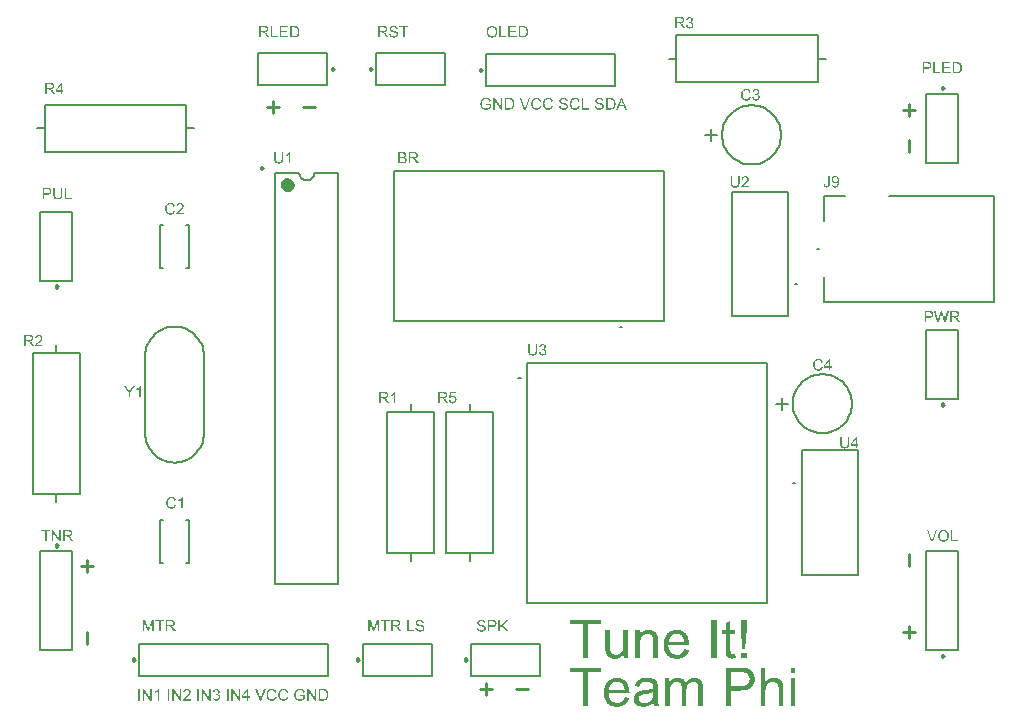
<source format=gto>
G04*
G04 #@! TF.GenerationSoftware,Altium Limited,Altium Designer,25.1.2 (22)*
G04*
G04 Layer_Color=65535*
%FSLAX25Y25*%
%MOIN*%
G70*
G04*
G04 #@! TF.SameCoordinates,B7606435-976A-44DC-911F-35B296C07FD0*
G04*
G04*
G04 #@! TF.FilePolarity,Positive*
G04*
G01*
G75*
%ADD10C,0.00984*%
%ADD11C,0.00787*%
%ADD12C,0.02362*%
%ADD13C,0.00500*%
%ADD14C,0.01000*%
%ADD15C,0.00591*%
G36*
X99121Y230884D02*
X99231Y230878D01*
X99340Y230867D01*
X99449Y230851D01*
X99542Y230835D01*
X99547D01*
X99558Y230829D01*
X99575D01*
X99597Y230818D01*
X99657Y230802D01*
X99733Y230774D01*
X99820Y230736D01*
X99913Y230687D01*
X100006Y230632D01*
X100093Y230562D01*
X100099Y230556D01*
X100104Y230551D01*
X100121Y230534D01*
X100143Y230518D01*
X100197Y230463D01*
X100263Y230387D01*
X100334Y230294D01*
X100410Y230185D01*
X100481Y230059D01*
X100541Y229917D01*
Y229912D01*
X100547Y229901D01*
X100557Y229879D01*
X100563Y229846D01*
X100579Y229808D01*
X100590Y229764D01*
X100601Y229715D01*
X100618Y229655D01*
X100634Y229595D01*
X100645Y229524D01*
X100672Y229371D01*
X100689Y229202D01*
X100694Y229016D01*
Y229011D01*
Y229000D01*
Y228973D01*
Y228945D01*
X100689Y228907D01*
Y228864D01*
X100683Y228760D01*
X100667Y228640D01*
X100650Y228514D01*
X100623Y228383D01*
X100590Y228252D01*
Y228246D01*
X100585Y228236D01*
X100579Y228219D01*
X100574Y228197D01*
X100552Y228137D01*
X100519Y228061D01*
X100487Y227974D01*
X100443Y227886D01*
X100388Y227793D01*
X100334Y227706D01*
X100328Y227695D01*
X100306Y227668D01*
X100274Y227629D01*
X100230Y227580D01*
X100181Y227526D01*
X100121Y227471D01*
X100061Y227411D01*
X99990Y227362D01*
X99979Y227357D01*
X99957Y227340D01*
X99919Y227318D01*
X99864Y227291D01*
X99799Y227258D01*
X99722Y227231D01*
X99635Y227198D01*
X99536Y227171D01*
X99525D01*
X99509Y227165D01*
X99493Y227160D01*
X99438Y227154D01*
X99362Y227144D01*
X99274Y227133D01*
X99171Y227122D01*
X99056Y227116D01*
X98930Y227111D01*
X97571D01*
Y230889D01*
X99023D01*
X99121Y230884D01*
D02*
G37*
G36*
X96790Y230441D02*
X94557D01*
Y229289D01*
X96648D01*
Y228842D01*
X94557D01*
Y227559D01*
X96877D01*
Y227111D01*
X94055D01*
Y230889D01*
X96790D01*
Y230441D01*
D02*
G37*
G36*
X91592Y227559D02*
X93454D01*
Y227111D01*
X91090D01*
Y230889D01*
X91592D01*
Y227559D01*
D02*
G37*
G36*
X89102Y230884D02*
X89152D01*
X89266Y230878D01*
X89386Y230862D01*
X89517Y230845D01*
X89638Y230818D01*
X89697Y230802D01*
X89747Y230785D01*
X89752D01*
X89758Y230780D01*
X89790Y230764D01*
X89840Y230742D01*
X89899Y230703D01*
X89965Y230654D01*
X90036Y230589D01*
X90102Y230512D01*
X90167Y230425D01*
Y230420D01*
X90172Y230414D01*
X90194Y230381D01*
X90216Y230327D01*
X90249Y230256D01*
X90276Y230174D01*
X90304Y230076D01*
X90320Y229972D01*
X90325Y229857D01*
Y229852D01*
Y229841D01*
Y229819D01*
X90320Y229792D01*
Y229753D01*
X90315Y229715D01*
X90293Y229622D01*
X90260Y229513D01*
X90216Y229399D01*
X90151Y229284D01*
X90107Y229229D01*
X90063Y229175D01*
X90058Y229169D01*
X90052Y229164D01*
X90036Y229147D01*
X90014Y229131D01*
X89987Y229109D01*
X89954Y229087D01*
X89911Y229060D01*
X89867Y229027D01*
X89812Y229000D01*
X89752Y228973D01*
X89687Y228940D01*
X89616Y228913D01*
X89534Y228891D01*
X89452Y228864D01*
X89359Y228847D01*
X89261Y228831D01*
X89272Y228825D01*
X89293Y228814D01*
X89326Y228793D01*
X89370Y228771D01*
X89468Y228711D01*
X89517Y228672D01*
X89561Y228640D01*
X89572Y228629D01*
X89599Y228601D01*
X89643Y228558D01*
X89697Y228503D01*
X89758Y228427D01*
X89829Y228345D01*
X89899Y228246D01*
X89976Y228137D01*
X90626Y227111D01*
X90003D01*
X89506Y227897D01*
Y227903D01*
X89495Y227913D01*
X89485Y227930D01*
X89468Y227952D01*
X89430Y228012D01*
X89381Y228088D01*
X89321Y228170D01*
X89261Y228257D01*
X89201Y228339D01*
X89146Y228416D01*
X89141Y228421D01*
X89124Y228443D01*
X89097Y228476D01*
X89059Y228514D01*
X88977Y228596D01*
X88933Y228634D01*
X88889Y228667D01*
X88884Y228672D01*
X88873Y228678D01*
X88851Y228689D01*
X88819Y228705D01*
X88786Y228721D01*
X88748Y228738D01*
X88660Y228765D01*
X88655D01*
X88644Y228771D01*
X88622D01*
X88595Y228776D01*
X88556Y228782D01*
X88513D01*
X88453Y228787D01*
X87808D01*
Y227111D01*
X87306D01*
Y230889D01*
X89059D01*
X89102Y230884D01*
D02*
G37*
G36*
X95507Y9968D02*
X95557Y9963D01*
X95618Y9957D01*
X95679Y9952D01*
X95751Y9935D01*
X95901Y9902D01*
X96068Y9852D01*
X96151Y9818D01*
X96228Y9780D01*
X96306Y9730D01*
X96384Y9680D01*
X96389Y9674D01*
X96400Y9669D01*
X96423Y9652D01*
X96451Y9624D01*
X96478Y9596D01*
X96517Y9558D01*
X96556Y9513D01*
X96600Y9469D01*
X96645Y9413D01*
X96689Y9347D01*
X96739Y9280D01*
X96784Y9208D01*
X96822Y9125D01*
X96867Y9041D01*
X96900Y8953D01*
X96933Y8853D01*
X96434Y8736D01*
Y8742D01*
X96428Y8753D01*
X96417Y8775D01*
X96406Y8803D01*
X96395Y8836D01*
X96378Y8880D01*
X96334Y8969D01*
X96278Y9069D01*
X96212Y9169D01*
X96129Y9263D01*
X96040Y9347D01*
X96029Y9358D01*
X95995Y9380D01*
X95940Y9408D01*
X95868Y9447D01*
X95773Y9480D01*
X95668Y9513D01*
X95540Y9535D01*
X95402Y9541D01*
X95357D01*
X95329Y9535D01*
X95290D01*
X95246Y9530D01*
X95141Y9513D01*
X95024Y9491D01*
X94902Y9452D01*
X94774Y9397D01*
X94658Y9324D01*
X94652D01*
X94647Y9313D01*
X94608Y9286D01*
X94558Y9241D01*
X94497Y9175D01*
X94425Y9091D01*
X94358Y8997D01*
X94297Y8880D01*
X94242Y8753D01*
Y8747D01*
X94236Y8736D01*
X94231Y8720D01*
X94225Y8692D01*
X94214Y8659D01*
X94203Y8620D01*
X94186Y8525D01*
X94164Y8414D01*
X94142Y8292D01*
X94131Y8159D01*
X94125Y8015D01*
Y8009D01*
Y7992D01*
Y7965D01*
Y7931D01*
X94131Y7892D01*
Y7843D01*
X94136Y7787D01*
X94142Y7726D01*
X94158Y7593D01*
X94186Y7449D01*
X94219Y7304D01*
X94264Y7160D01*
Y7154D01*
X94269Y7143D01*
X94280Y7127D01*
X94292Y7099D01*
X94325Y7032D01*
X94375Y6955D01*
X94436Y6866D01*
X94513Y6771D01*
X94602Y6688D01*
X94708Y6611D01*
X94713D01*
X94725Y6605D01*
X94741Y6594D01*
X94763Y6583D01*
X94791Y6572D01*
X94824Y6555D01*
X94902Y6522D01*
X95002Y6488D01*
X95113Y6461D01*
X95235Y6438D01*
X95363Y6433D01*
X95402D01*
X95435Y6438D01*
X95474D01*
X95512Y6444D01*
X95613Y6466D01*
X95729Y6494D01*
X95846Y6538D01*
X95968Y6599D01*
X96029Y6633D01*
X96084Y6677D01*
X96090Y6683D01*
X96095Y6688D01*
X96112Y6705D01*
X96134Y6722D01*
X96156Y6749D01*
X96184Y6783D01*
X96217Y6816D01*
X96245Y6860D01*
X96278Y6910D01*
X96317Y6966D01*
X96351Y7021D01*
X96384Y7088D01*
X96412Y7160D01*
X96439Y7238D01*
X96467Y7321D01*
X96489Y7410D01*
X97000Y7282D01*
Y7277D01*
X96994Y7254D01*
X96983Y7221D01*
X96967Y7177D01*
X96950Y7127D01*
X96928Y7066D01*
X96900Y6999D01*
X96867Y6927D01*
X96789Y6771D01*
X96689Y6616D01*
X96628Y6538D01*
X96567Y6461D01*
X96500Y6394D01*
X96423Y6328D01*
X96417Y6322D01*
X96406Y6311D01*
X96378Y6300D01*
X96351Y6278D01*
X96306Y6250D01*
X96262Y6222D01*
X96201Y6194D01*
X96140Y6166D01*
X96068Y6133D01*
X95990Y6105D01*
X95907Y6078D01*
X95818Y6050D01*
X95723Y6028D01*
X95624Y6017D01*
X95518Y6006D01*
X95407Y6000D01*
X95346D01*
X95302Y6006D01*
X95252D01*
X95191Y6011D01*
X95124Y6022D01*
X95046Y6033D01*
X94885Y6061D01*
X94719Y6105D01*
X94552Y6166D01*
X94475Y6205D01*
X94397Y6250D01*
X94391Y6255D01*
X94380Y6261D01*
X94358Y6278D01*
X94336Y6300D01*
X94303Y6322D01*
X94264Y6355D01*
X94219Y6394D01*
X94175Y6438D01*
X94131Y6488D01*
X94081Y6538D01*
X93981Y6666D01*
X93886Y6816D01*
X93803Y6982D01*
Y6988D01*
X93792Y7005D01*
X93787Y7032D01*
X93770Y7066D01*
X93759Y7110D01*
X93742Y7165D01*
X93720Y7227D01*
X93703Y7293D01*
X93687Y7365D01*
X93664Y7449D01*
X93637Y7621D01*
X93614Y7815D01*
X93603Y8015D01*
Y8020D01*
Y8042D01*
Y8076D01*
X93609Y8115D01*
Y8170D01*
X93614Y8225D01*
X93620Y8298D01*
X93631Y8370D01*
X93659Y8531D01*
X93698Y8708D01*
X93753Y8886D01*
X93831Y9058D01*
X93836Y9064D01*
X93842Y9080D01*
X93853Y9103D01*
X93875Y9130D01*
X93897Y9169D01*
X93925Y9213D01*
X93997Y9313D01*
X94092Y9424D01*
X94203Y9535D01*
X94330Y9646D01*
X94480Y9741D01*
X94486Y9746D01*
X94502Y9752D01*
X94525Y9763D01*
X94552Y9780D01*
X94597Y9796D01*
X94641Y9813D01*
X94697Y9835D01*
X94758Y9857D01*
X94824Y9879D01*
X94897Y9902D01*
X95052Y9935D01*
X95230Y9963D01*
X95413Y9974D01*
X95468D01*
X95507Y9968D01*
D02*
G37*
G36*
X91633D02*
X91683Y9963D01*
X91744Y9957D01*
X91805Y9952D01*
X91877Y9935D01*
X92027Y9902D01*
X92194Y9852D01*
X92277Y9818D01*
X92355Y9780D01*
X92432Y9730D01*
X92510Y9680D01*
X92515Y9674D01*
X92527Y9669D01*
X92549Y9652D01*
X92577Y9624D01*
X92604Y9596D01*
X92643Y9558D01*
X92682Y9513D01*
X92726Y9469D01*
X92771Y9413D01*
X92815Y9347D01*
X92865Y9280D01*
X92910Y9208D01*
X92949Y9125D01*
X92993Y9041D01*
X93026Y8953D01*
X93059Y8853D01*
X92560Y8736D01*
Y8742D01*
X92554Y8753D01*
X92543Y8775D01*
X92532Y8803D01*
X92521Y8836D01*
X92504Y8880D01*
X92460Y8969D01*
X92405Y9069D01*
X92338Y9169D01*
X92255Y9263D01*
X92166Y9347D01*
X92155Y9358D01*
X92121Y9380D01*
X92066Y9408D01*
X91994Y9447D01*
X91900Y9480D01*
X91794Y9513D01*
X91666Y9535D01*
X91528Y9541D01*
X91483D01*
X91456Y9535D01*
X91417D01*
X91372Y9530D01*
X91267Y9513D01*
X91150Y9491D01*
X91028Y9452D01*
X90900Y9397D01*
X90784Y9324D01*
X90778D01*
X90773Y9313D01*
X90734Y9286D01*
X90684Y9241D01*
X90623Y9175D01*
X90551Y9091D01*
X90484Y8997D01*
X90423Y8880D01*
X90368Y8753D01*
Y8747D01*
X90362Y8736D01*
X90357Y8720D01*
X90351Y8692D01*
X90340Y8659D01*
X90329Y8620D01*
X90312Y8525D01*
X90290Y8414D01*
X90268Y8292D01*
X90257Y8159D01*
X90251Y8015D01*
Y8009D01*
Y7992D01*
Y7965D01*
Y7931D01*
X90257Y7892D01*
Y7843D01*
X90262Y7787D01*
X90268Y7726D01*
X90285Y7593D01*
X90312Y7449D01*
X90346Y7304D01*
X90390Y7160D01*
Y7154D01*
X90395Y7143D01*
X90407Y7127D01*
X90418Y7099D01*
X90451Y7032D01*
X90501Y6955D01*
X90562Y6866D01*
X90640Y6771D01*
X90728Y6688D01*
X90834Y6611D01*
X90839D01*
X90851Y6605D01*
X90867Y6594D01*
X90889Y6583D01*
X90917Y6572D01*
X90951Y6555D01*
X91028Y6522D01*
X91128Y6488D01*
X91239Y6461D01*
X91361Y6438D01*
X91489Y6433D01*
X91528D01*
X91561Y6438D01*
X91600D01*
X91639Y6444D01*
X91738Y6466D01*
X91855Y6494D01*
X91972Y6538D01*
X92094Y6599D01*
X92155Y6633D01*
X92210Y6677D01*
X92216Y6683D01*
X92221Y6688D01*
X92238Y6705D01*
X92260Y6722D01*
X92282Y6749D01*
X92310Y6783D01*
X92343Y6816D01*
X92371Y6860D01*
X92405Y6910D01*
X92443Y6966D01*
X92477Y7021D01*
X92510Y7088D01*
X92538Y7160D01*
X92566Y7238D01*
X92593Y7321D01*
X92615Y7410D01*
X93126Y7282D01*
Y7277D01*
X93120Y7254D01*
X93109Y7221D01*
X93093Y7177D01*
X93076Y7127D01*
X93054Y7066D01*
X93026Y6999D01*
X92993Y6927D01*
X92915Y6771D01*
X92815Y6616D01*
X92754Y6538D01*
X92693Y6461D01*
X92627Y6394D01*
X92549Y6328D01*
X92543Y6322D01*
X92532Y6311D01*
X92504Y6300D01*
X92477Y6278D01*
X92432Y6250D01*
X92388Y6222D01*
X92327Y6194D01*
X92266Y6166D01*
X92194Y6133D01*
X92116Y6105D01*
X92033Y6078D01*
X91944Y6050D01*
X91849Y6028D01*
X91750Y6017D01*
X91644Y6006D01*
X91533Y6000D01*
X91472D01*
X91428Y6006D01*
X91378D01*
X91317Y6011D01*
X91250Y6022D01*
X91172Y6033D01*
X91012Y6061D01*
X90845Y6105D01*
X90679Y6166D01*
X90601Y6205D01*
X90523Y6250D01*
X90518Y6255D01*
X90506Y6261D01*
X90484Y6278D01*
X90462Y6300D01*
X90429Y6322D01*
X90390Y6355D01*
X90346Y6394D01*
X90301Y6438D01*
X90257Y6488D01*
X90207Y6538D01*
X90107Y6666D01*
X90013Y6816D01*
X89929Y6982D01*
Y6988D01*
X89918Y7005D01*
X89913Y7032D01*
X89896Y7066D01*
X89885Y7110D01*
X89868Y7165D01*
X89846Y7227D01*
X89829Y7293D01*
X89813Y7365D01*
X89790Y7449D01*
X89763Y7621D01*
X89741Y7815D01*
X89729Y8015D01*
Y8020D01*
Y8042D01*
Y8076D01*
X89735Y8115D01*
Y8170D01*
X89741Y8225D01*
X89746Y8298D01*
X89757Y8370D01*
X89785Y8531D01*
X89824Y8708D01*
X89879Y8886D01*
X89957Y9058D01*
X89963Y9064D01*
X89968Y9080D01*
X89979Y9103D01*
X90001Y9130D01*
X90024Y9169D01*
X90051Y9213D01*
X90123Y9313D01*
X90218Y9424D01*
X90329Y9535D01*
X90456Y9646D01*
X90606Y9741D01*
X90612Y9746D01*
X90628Y9752D01*
X90651Y9763D01*
X90679Y9780D01*
X90723Y9796D01*
X90767Y9813D01*
X90823Y9835D01*
X90884Y9857D01*
X90951Y9879D01*
X91023Y9902D01*
X91178Y9935D01*
X91356Y9963D01*
X91539Y9974D01*
X91594D01*
X91633Y9968D01*
D02*
G37*
G36*
X101013D02*
X101057D01*
X101163Y9957D01*
X101279Y9940D01*
X101401Y9913D01*
X101534Y9879D01*
X101662Y9835D01*
X101667D01*
X101679Y9830D01*
X101695Y9824D01*
X101717Y9813D01*
X101778Y9780D01*
X101856Y9741D01*
X101939Y9685D01*
X102028Y9619D01*
X102111Y9546D01*
X102189Y9458D01*
X102200Y9447D01*
X102223Y9413D01*
X102256Y9363D01*
X102300Y9291D01*
X102345Y9202D01*
X102395Y9091D01*
X102445Y8969D01*
X102483Y8830D01*
X102023Y8708D01*
Y8714D01*
X102017Y8720D01*
X102012Y8736D01*
X102006Y8758D01*
X101989Y8808D01*
X101967Y8875D01*
X101934Y8953D01*
X101895Y9025D01*
X101856Y9103D01*
X101806Y9169D01*
X101801Y9175D01*
X101784Y9197D01*
X101751Y9225D01*
X101712Y9263D01*
X101662Y9308D01*
X101595Y9352D01*
X101523Y9397D01*
X101440Y9436D01*
X101429Y9441D01*
X101401Y9452D01*
X101351Y9469D01*
X101285Y9491D01*
X101207Y9508D01*
X101118Y9524D01*
X101018Y9535D01*
X100913Y9541D01*
X100852D01*
X100824Y9535D01*
X100791D01*
X100707Y9530D01*
X100613Y9513D01*
X100508Y9497D01*
X100408Y9469D01*
X100308Y9430D01*
X100297Y9424D01*
X100263Y9413D01*
X100219Y9386D01*
X100163Y9358D01*
X100097Y9313D01*
X100025Y9269D01*
X99958Y9213D01*
X99897Y9152D01*
X99892Y9147D01*
X99869Y9125D01*
X99841Y9086D01*
X99808Y9041D01*
X99769Y8986D01*
X99731Y8919D01*
X99692Y8847D01*
X99653Y8770D01*
Y8764D01*
X99647Y8753D01*
X99642Y8736D01*
X99631Y8708D01*
X99620Y8675D01*
X99608Y8636D01*
X99592Y8592D01*
X99581Y8542D01*
X99553Y8425D01*
X99531Y8292D01*
X99514Y8153D01*
X99509Y7998D01*
Y7992D01*
Y7976D01*
Y7948D01*
X99514Y7915D01*
Y7870D01*
X99520Y7815D01*
X99525Y7759D01*
X99531Y7698D01*
X99553Y7560D01*
X99581Y7415D01*
X99625Y7271D01*
X99681Y7132D01*
Y7127D01*
X99692Y7116D01*
X99697Y7099D01*
X99714Y7077D01*
X99753Y7016D01*
X99814Y6938D01*
X99886Y6855D01*
X99975Y6771D01*
X100080Y6694D01*
X100197Y6622D01*
X100202D01*
X100213Y6616D01*
X100230Y6605D01*
X100258Y6594D01*
X100286Y6583D01*
X100324Y6572D01*
X100413Y6538D01*
X100524Y6511D01*
X100646Y6483D01*
X100779Y6461D01*
X100918Y6455D01*
X100974D01*
X101007Y6461D01*
X101040D01*
X101124Y6472D01*
X101224Y6483D01*
X101329Y6505D01*
X101445Y6538D01*
X101562Y6577D01*
X101568D01*
X101579Y6583D01*
X101590Y6588D01*
X101612Y6599D01*
X101673Y6627D01*
X101740Y6661D01*
X101817Y6699D01*
X101901Y6744D01*
X101978Y6794D01*
X102045Y6849D01*
Y7571D01*
X100913D01*
Y8026D01*
X102544D01*
Y6599D01*
X102539Y6594D01*
X102528Y6588D01*
X102506Y6572D01*
X102478Y6549D01*
X102445Y6527D01*
X102406Y6499D01*
X102356Y6466D01*
X102306Y6433D01*
X102189Y6361D01*
X102056Y6283D01*
X101917Y6211D01*
X101767Y6150D01*
X101762D01*
X101751Y6144D01*
X101728Y6139D01*
X101701Y6128D01*
X101662Y6117D01*
X101618Y6100D01*
X101568Y6089D01*
X101518Y6078D01*
X101396Y6050D01*
X101257Y6022D01*
X101107Y6006D01*
X100952Y6000D01*
X100896D01*
X100857Y6006D01*
X100807D01*
X100746Y6011D01*
X100680Y6022D01*
X100607Y6028D01*
X100446Y6061D01*
X100275Y6100D01*
X100097Y6161D01*
X100008Y6194D01*
X99919Y6239D01*
X99914Y6244D01*
X99897Y6250D01*
X99875Y6266D01*
X99841Y6283D01*
X99803Y6311D01*
X99764Y6339D01*
X99658Y6416D01*
X99547Y6516D01*
X99431Y6638D01*
X99320Y6777D01*
X99220Y6938D01*
Y6944D01*
X99209Y6960D01*
X99198Y6982D01*
X99181Y7021D01*
X99164Y7060D01*
X99148Y7116D01*
X99126Y7171D01*
X99103Y7238D01*
X99081Y7310D01*
X99059Y7393D01*
X99042Y7476D01*
X99026Y7565D01*
X98998Y7759D01*
X98987Y7965D01*
Y7970D01*
Y7992D01*
Y8020D01*
X98992Y8059D01*
Y8109D01*
X98998Y8170D01*
X99009Y8231D01*
X99015Y8303D01*
X99031Y8381D01*
X99042Y8464D01*
X99087Y8642D01*
X99142Y8825D01*
X99220Y9008D01*
X99225Y9014D01*
X99231Y9030D01*
X99242Y9053D01*
X99264Y9086D01*
X99287Y9130D01*
X99314Y9175D01*
X99392Y9280D01*
X99486Y9402D01*
X99603Y9519D01*
X99736Y9635D01*
X99814Y9685D01*
X99892Y9735D01*
X99897Y9741D01*
X99914Y9746D01*
X99936Y9757D01*
X99969Y9774D01*
X100014Y9791D01*
X100064Y9813D01*
X100119Y9835D01*
X100186Y9857D01*
X100258Y9879D01*
X100336Y9896D01*
X100419Y9918D01*
X100508Y9935D01*
X100702Y9963D01*
X100802Y9974D01*
X100979D01*
X101013Y9968D01*
D02*
G37*
G36*
X73102Y9918D02*
X73174Y9907D01*
X73263Y9891D01*
X73362Y9863D01*
X73462Y9830D01*
X73562Y9785D01*
X73568D01*
X73573Y9780D01*
X73607Y9763D01*
X73657Y9730D01*
X73712Y9691D01*
X73779Y9635D01*
X73845Y9574D01*
X73912Y9502D01*
X73967Y9419D01*
X73973Y9408D01*
X73990Y9380D01*
X74012Y9330D01*
X74040Y9269D01*
X74067Y9197D01*
X74089Y9114D01*
X74106Y9019D01*
X74112Y8925D01*
Y8914D01*
Y8880D01*
X74106Y8836D01*
X74095Y8775D01*
X74078Y8703D01*
X74051Y8625D01*
X74017Y8547D01*
X73973Y8470D01*
X73967Y8459D01*
X73951Y8437D01*
X73918Y8398D01*
X73873Y8353D01*
X73818Y8303D01*
X73751Y8248D01*
X73673Y8198D01*
X73579Y8148D01*
X73585D01*
X73596Y8142D01*
X73612Y8137D01*
X73634Y8131D01*
X73695Y8109D01*
X73773Y8076D01*
X73862Y8031D01*
X73951Y7976D01*
X74034Y7904D01*
X74112Y7820D01*
X74117Y7809D01*
X74139Y7776D01*
X74173Y7721D01*
X74206Y7648D01*
X74239Y7560D01*
X74273Y7454D01*
X74295Y7332D01*
X74300Y7199D01*
Y7193D01*
Y7177D01*
Y7149D01*
X74295Y7116D01*
X74289Y7071D01*
X74278Y7021D01*
X74267Y6966D01*
X74256Y6905D01*
X74212Y6771D01*
X74178Y6699D01*
X74145Y6633D01*
X74101Y6561D01*
X74051Y6488D01*
X73995Y6416D01*
X73929Y6350D01*
X73923Y6344D01*
X73912Y6333D01*
X73890Y6316D01*
X73862Y6294D01*
X73829Y6266D01*
X73784Y6239D01*
X73734Y6205D01*
X73673Y6178D01*
X73612Y6144D01*
X73540Y6111D01*
X73468Y6083D01*
X73385Y6055D01*
X73296Y6033D01*
X73202Y6017D01*
X73107Y6006D01*
X73002Y6000D01*
X72952D01*
X72918Y6006D01*
X72874Y6011D01*
X72824Y6017D01*
X72769Y6028D01*
X72708Y6039D01*
X72574Y6072D01*
X72436Y6128D01*
X72364Y6161D01*
X72297Y6200D01*
X72230Y6250D01*
X72164Y6300D01*
X72158Y6305D01*
X72147Y6316D01*
X72130Y6333D01*
X72114Y6355D01*
X72086Y6383D01*
X72058Y6422D01*
X72025Y6461D01*
X71992Y6511D01*
X71958Y6566D01*
X71925Y6622D01*
X71864Y6755D01*
X71814Y6910D01*
X71797Y6993D01*
X71786Y7082D01*
X72258Y7143D01*
Y7138D01*
X72264Y7127D01*
X72269Y7104D01*
X72275Y7077D01*
X72280Y7043D01*
X72291Y7005D01*
X72319Y6921D01*
X72358Y6821D01*
X72408Y6727D01*
X72463Y6638D01*
X72530Y6561D01*
X72541Y6555D01*
X72563Y6533D01*
X72608Y6505D01*
X72663Y6477D01*
X72730Y6444D01*
X72813Y6416D01*
X72907Y6394D01*
X73007Y6389D01*
X73041D01*
X73063Y6394D01*
X73124Y6400D01*
X73202Y6416D01*
X73290Y6444D01*
X73385Y6483D01*
X73479Y6538D01*
X73568Y6616D01*
X73579Y6627D01*
X73607Y6661D01*
X73640Y6710D01*
X73684Y6777D01*
X73729Y6860D01*
X73762Y6955D01*
X73790Y7066D01*
X73801Y7188D01*
Y7193D01*
Y7204D01*
Y7221D01*
X73795Y7243D01*
X73790Y7304D01*
X73773Y7376D01*
X73751Y7465D01*
X73712Y7554D01*
X73657Y7643D01*
X73585Y7726D01*
X73573Y7737D01*
X73546Y7759D01*
X73501Y7793D01*
X73440Y7831D01*
X73362Y7870D01*
X73268Y7904D01*
X73163Y7926D01*
X73046Y7937D01*
X72996D01*
X72957Y7931D01*
X72907Y7926D01*
X72852Y7915D01*
X72785Y7904D01*
X72713Y7887D01*
X72769Y8303D01*
X72796D01*
X72819Y8298D01*
X72891D01*
X72952Y8309D01*
X73024Y8320D01*
X73107Y8337D01*
X73202Y8364D01*
X73290Y8403D01*
X73385Y8453D01*
X73390D01*
X73396Y8459D01*
X73424Y8481D01*
X73462Y8520D01*
X73507Y8570D01*
X73551Y8642D01*
X73590Y8725D01*
X73618Y8819D01*
X73629Y8875D01*
Y8936D01*
Y8941D01*
Y8947D01*
Y8980D01*
X73618Y9025D01*
X73607Y9086D01*
X73585Y9152D01*
X73557Y9225D01*
X73512Y9297D01*
X73451Y9363D01*
X73446Y9369D01*
X73418Y9391D01*
X73379Y9419D01*
X73329Y9452D01*
X73263Y9480D01*
X73185Y9508D01*
X73096Y9530D01*
X72996Y9535D01*
X72952D01*
X72902Y9524D01*
X72835Y9513D01*
X72763Y9491D01*
X72691Y9463D01*
X72613Y9419D01*
X72541Y9363D01*
X72536Y9358D01*
X72513Y9330D01*
X72480Y9291D01*
X72441Y9236D01*
X72402Y9164D01*
X72364Y9075D01*
X72330Y8969D01*
X72308Y8847D01*
X71836Y8930D01*
Y8936D01*
X71842Y8953D01*
X71847Y8975D01*
X71853Y9008D01*
X71864Y9047D01*
X71881Y9091D01*
X71914Y9197D01*
X71969Y9319D01*
X72036Y9441D01*
X72119Y9558D01*
X72225Y9663D01*
X72230Y9669D01*
X72241Y9674D01*
X72258Y9685D01*
X72280Y9702D01*
X72308Y9724D01*
X72347Y9746D01*
X72386Y9768D01*
X72436Y9796D01*
X72547Y9841D01*
X72674Y9885D01*
X72824Y9913D01*
X72902Y9924D01*
X73041D01*
X73102Y9918D01*
D02*
G37*
G36*
X106313Y6067D02*
X105786D01*
X103777Y9080D01*
Y6067D01*
X103288D01*
Y9907D01*
X103810D01*
X105824Y6888D01*
Y9907D01*
X106313D01*
Y6067D01*
D02*
G37*
G36*
X80966D02*
X80439D01*
X78430Y9080D01*
Y6067D01*
X77941D01*
Y9907D01*
X78463D01*
X80478Y6888D01*
Y9907D01*
X80966D01*
Y6067D01*
D02*
G37*
G36*
X71120D02*
X70593D01*
X68584Y9080D01*
Y6067D01*
X68096D01*
Y9907D01*
X68617D01*
X70632Y6888D01*
Y9907D01*
X71120D01*
Y6067D01*
D02*
G37*
G36*
X61275D02*
X60747D01*
X58738Y9080D01*
Y6067D01*
X58250D01*
Y9907D01*
X58772D01*
X60786Y6888D01*
Y9907D01*
X61275D01*
Y6067D01*
D02*
G37*
G36*
X51429D02*
X50902D01*
X48893Y9080D01*
Y6067D01*
X48404D01*
Y9907D01*
X48926D01*
X50941Y6888D01*
Y9907D01*
X51429D01*
Y6067D01*
D02*
G37*
G36*
X87920D02*
X87387D01*
X85900Y9907D01*
X86455D01*
X87454Y7116D01*
Y7110D01*
X87459Y7099D01*
X87465Y7082D01*
X87476Y7060D01*
X87482Y7027D01*
X87493Y6993D01*
X87521Y6910D01*
X87554Y6816D01*
X87587Y6710D01*
X87654Y6488D01*
Y6494D01*
X87659Y6505D01*
X87665Y6522D01*
X87670Y6544D01*
X87687Y6605D01*
X87715Y6688D01*
X87743Y6783D01*
X87776Y6888D01*
X87815Y6999D01*
X87859Y7116D01*
X88902Y9907D01*
X89419D01*
X87920Y6067D01*
D02*
G37*
G36*
X108744Y9902D02*
X108855Y9896D01*
X108966Y9885D01*
X109077Y9868D01*
X109171Y9852D01*
X109177D01*
X109188Y9846D01*
X109204D01*
X109227Y9835D01*
X109288Y9818D01*
X109365Y9791D01*
X109454Y9752D01*
X109548Y9702D01*
X109643Y9646D01*
X109732Y9574D01*
X109737Y9569D01*
X109743Y9563D01*
X109759Y9546D01*
X109782Y9530D01*
X109837Y9474D01*
X109904Y9397D01*
X109976Y9302D01*
X110054Y9191D01*
X110126Y9064D01*
X110187Y8919D01*
Y8914D01*
X110192Y8903D01*
X110203Y8880D01*
X110209Y8847D01*
X110226Y8808D01*
X110237Y8764D01*
X110248Y8714D01*
X110265Y8653D01*
X110281Y8592D01*
X110292Y8520D01*
X110320Y8364D01*
X110337Y8192D01*
X110342Y8004D01*
Y7998D01*
Y7987D01*
Y7959D01*
Y7931D01*
X110337Y7892D01*
Y7848D01*
X110331Y7743D01*
X110314Y7621D01*
X110298Y7493D01*
X110270Y7360D01*
X110237Y7227D01*
Y7221D01*
X110231Y7210D01*
X110226Y7193D01*
X110220Y7171D01*
X110198Y7110D01*
X110165Y7032D01*
X110131Y6944D01*
X110087Y6855D01*
X110031Y6760D01*
X109976Y6672D01*
X109970Y6661D01*
X109948Y6633D01*
X109915Y6594D01*
X109870Y6544D01*
X109820Y6488D01*
X109759Y6433D01*
X109698Y6372D01*
X109626Y6322D01*
X109615Y6316D01*
X109593Y6300D01*
X109554Y6278D01*
X109499Y6250D01*
X109432Y6216D01*
X109354Y6189D01*
X109265Y6155D01*
X109166Y6128D01*
X109154D01*
X109138Y6122D01*
X109121Y6117D01*
X109066Y6111D01*
X108988Y6100D01*
X108899Y6089D01*
X108794Y6078D01*
X108677Y6072D01*
X108549Y6067D01*
X107168D01*
Y9907D01*
X108644D01*
X108744Y9902D01*
D02*
G37*
G36*
X83608Y7421D02*
X84130D01*
Y6988D01*
X83608D01*
Y6067D01*
X83136D01*
Y6988D01*
X81466D01*
Y7421D01*
X83225Y9907D01*
X83608D01*
Y7421D01*
D02*
G37*
G36*
X77048Y6067D02*
X76537D01*
Y9907D01*
X77048D01*
Y6067D01*
D02*
G37*
G36*
X67202D02*
X66691D01*
Y9907D01*
X67202D01*
Y6067D01*
D02*
G37*
G36*
X63300Y9918D02*
X63345Y9913D01*
X63400Y9907D01*
X63461Y9896D01*
X63522Y9885D01*
X63667Y9846D01*
X63811Y9791D01*
X63883Y9757D01*
X63955Y9719D01*
X64022Y9669D01*
X64083Y9613D01*
X64088Y9607D01*
X64100Y9602D01*
X64111Y9580D01*
X64133Y9558D01*
X64161Y9530D01*
X64188Y9491D01*
X64216Y9452D01*
X64249Y9402D01*
X64305Y9297D01*
X64360Y9164D01*
X64383Y9097D01*
X64394Y9019D01*
X64405Y8941D01*
X64410Y8858D01*
Y8847D01*
Y8819D01*
X64405Y8775D01*
X64399Y8714D01*
X64388Y8647D01*
X64366Y8570D01*
X64344Y8486D01*
X64310Y8403D01*
X64305Y8392D01*
X64294Y8364D01*
X64272Y8320D01*
X64238Y8259D01*
X64194Y8192D01*
X64138Y8109D01*
X64072Y8026D01*
X63994Y7931D01*
X63983Y7920D01*
X63955Y7887D01*
X63928Y7859D01*
X63900Y7831D01*
X63866Y7798D01*
X63822Y7754D01*
X63778Y7709D01*
X63722Y7659D01*
X63667Y7604D01*
X63600Y7543D01*
X63528Y7482D01*
X63450Y7410D01*
X63361Y7338D01*
X63273Y7260D01*
X63267Y7254D01*
X63256Y7243D01*
X63234Y7227D01*
X63206Y7204D01*
X63173Y7171D01*
X63134Y7138D01*
X63045Y7066D01*
X62951Y6982D01*
X62862Y6899D01*
X62784Y6827D01*
X62751Y6799D01*
X62723Y6771D01*
X62718Y6766D01*
X62701Y6749D01*
X62679Y6727D01*
X62651Y6694D01*
X62623Y6655D01*
X62590Y6616D01*
X62523Y6522D01*
X64416D01*
Y6067D01*
X61868D01*
Y6072D01*
Y6094D01*
Y6128D01*
X61874Y6172D01*
X61879Y6222D01*
X61891Y6278D01*
X61902Y6333D01*
X61924Y6394D01*
Y6400D01*
X61930Y6405D01*
X61941Y6438D01*
X61963Y6488D01*
X61996Y6555D01*
X62041Y6633D01*
X62096Y6722D01*
X62157Y6810D01*
X62235Y6905D01*
Y6910D01*
X62246Y6916D01*
X62274Y6949D01*
X62324Y6999D01*
X62396Y7071D01*
X62479Y7154D01*
X62584Y7254D01*
X62712Y7365D01*
X62851Y7482D01*
X62856Y7487D01*
X62879Y7504D01*
X62912Y7532D01*
X62951Y7565D01*
X63001Y7609D01*
X63062Y7659D01*
X63123Y7715D01*
X63195Y7776D01*
X63334Y7909D01*
X63472Y8042D01*
X63539Y8109D01*
X63600Y8176D01*
X63656Y8237D01*
X63700Y8298D01*
Y8303D01*
X63711Y8309D01*
X63722Y8325D01*
X63733Y8348D01*
X63772Y8409D01*
X63816Y8481D01*
X63855Y8570D01*
X63894Y8664D01*
X63916Y8770D01*
X63928Y8869D01*
Y8875D01*
Y8880D01*
X63922Y8914D01*
X63916Y8969D01*
X63900Y9030D01*
X63877Y9108D01*
X63839Y9186D01*
X63789Y9263D01*
X63722Y9341D01*
X63711Y9352D01*
X63683Y9374D01*
X63644Y9402D01*
X63583Y9441D01*
X63506Y9474D01*
X63417Y9508D01*
X63311Y9530D01*
X63195Y9535D01*
X63162D01*
X63139Y9530D01*
X63073Y9524D01*
X62995Y9508D01*
X62912Y9485D01*
X62818Y9447D01*
X62729Y9397D01*
X62646Y9330D01*
X62634Y9319D01*
X62612Y9291D01*
X62579Y9247D01*
X62546Y9180D01*
X62507Y9103D01*
X62473Y9003D01*
X62451Y8891D01*
X62440Y8764D01*
X61957Y8814D01*
Y8819D01*
X61963Y8836D01*
Y8864D01*
X61968Y8903D01*
X61979Y8947D01*
X61990Y8997D01*
X62007Y9058D01*
X62024Y9119D01*
X62068Y9252D01*
X62135Y9386D01*
X62174Y9452D01*
X62224Y9519D01*
X62274Y9580D01*
X62329Y9635D01*
X62335Y9641D01*
X62346Y9646D01*
X62362Y9663D01*
X62390Y9680D01*
X62423Y9702D01*
X62462Y9724D01*
X62507Y9752D01*
X62562Y9780D01*
X62623Y9807D01*
X62690Y9835D01*
X62762Y9857D01*
X62840Y9879D01*
X62923Y9896D01*
X63012Y9913D01*
X63106Y9918D01*
X63206Y9924D01*
X63261D01*
X63300Y9918D01*
D02*
G37*
G36*
X57356Y6067D02*
X56846D01*
Y9907D01*
X57356D01*
Y6067D01*
D02*
G37*
G36*
X53865D02*
X53394D01*
Y9069D01*
X53388Y9064D01*
X53360Y9041D01*
X53327Y9008D01*
X53272Y8969D01*
X53211Y8919D01*
X53133Y8864D01*
X53044Y8803D01*
X52944Y8742D01*
X52938D01*
X52933Y8736D01*
X52900Y8714D01*
X52844Y8686D01*
X52777Y8653D01*
X52700Y8614D01*
X52617Y8575D01*
X52533Y8536D01*
X52450Y8503D01*
Y8958D01*
X52456D01*
X52467Y8969D01*
X52489Y8975D01*
X52517Y8991D01*
X52550Y9008D01*
X52589Y9030D01*
X52683Y9086D01*
X52794Y9147D01*
X52905Y9225D01*
X53022Y9313D01*
X53138Y9408D01*
X53144Y9413D01*
X53149Y9419D01*
X53166Y9436D01*
X53188Y9452D01*
X53238Y9508D01*
X53305Y9574D01*
X53371Y9652D01*
X53444Y9741D01*
X53505Y9830D01*
X53560Y9924D01*
X53865D01*
Y6067D01*
D02*
G37*
G36*
X47511D02*
X47000D01*
Y9907D01*
X47511D01*
Y6067D01*
D02*
G37*
G36*
X21660Y174738D02*
Y174732D01*
Y174711D01*
Y174683D01*
Y174645D01*
X21654Y174596D01*
Y174541D01*
X21649Y174476D01*
X21644Y174410D01*
X21627Y174263D01*
X21605Y174110D01*
X21573Y173963D01*
X21551Y173892D01*
X21529Y173826D01*
Y173821D01*
X21523Y173810D01*
X21512Y173793D01*
X21501Y173772D01*
X21469Y173711D01*
X21420Y173635D01*
X21354Y173548D01*
X21278Y173460D01*
X21179Y173368D01*
X21059Y173286D01*
X21054D01*
X21043Y173275D01*
X21026Y173269D01*
X20999Y173253D01*
X20966Y173236D01*
X20923Y173220D01*
X20879Y173204D01*
X20824Y173182D01*
X20764Y173160D01*
X20699Y173144D01*
X20628Y173127D01*
X20546Y173111D01*
X20464Y173100D01*
X20377Y173089D01*
X20180Y173078D01*
X20131D01*
X20093Y173083D01*
X20049D01*
X19995Y173089D01*
X19934Y173094D01*
X19874Y173100D01*
X19738Y173122D01*
X19590Y173154D01*
X19448Y173198D01*
X19312Y173258D01*
X19307D01*
X19296Y173269D01*
X19279Y173280D01*
X19257Y173291D01*
X19197Y173335D01*
X19126Y173395D01*
X19045Y173471D01*
X18968Y173559D01*
X18892Y173668D01*
X18832Y173788D01*
Y173793D01*
X18826Y173804D01*
X18821Y173826D01*
X18810Y173853D01*
X18799Y173886D01*
X18788Y173930D01*
X18771Y173979D01*
X18761Y174039D01*
X18750Y174105D01*
X18733Y174176D01*
X18722Y174252D01*
X18711Y174334D01*
X18700Y174427D01*
X18695Y174525D01*
X18690Y174629D01*
Y174738D01*
Y176922D01*
X19192D01*
Y174738D01*
Y174732D01*
Y174716D01*
Y174689D01*
Y174656D01*
X19197Y174618D01*
Y174569D01*
X19203Y174465D01*
X19214Y174345D01*
X19230Y174225D01*
X19252Y174110D01*
X19263Y174061D01*
X19279Y174012D01*
X19285Y174001D01*
X19296Y173974D01*
X19323Y173935D01*
X19356Y173881D01*
X19394Y173826D01*
X19448Y173766D01*
X19514Y173706D01*
X19590Y173657D01*
X19601Y173651D01*
X19629Y173635D01*
X19678Y173619D01*
X19743Y173597D01*
X19820Y173570D01*
X19918Y173553D01*
X20022Y173537D01*
X20136Y173531D01*
X20191D01*
X20224Y173537D01*
X20273D01*
X20322Y173542D01*
X20442Y173564D01*
X20573Y173591D01*
X20699Y173635D01*
X20819Y173695D01*
X20874Y173733D01*
X20923Y173777D01*
X20928Y173782D01*
X20934Y173788D01*
X20945Y173804D01*
X20961Y173826D01*
X20977Y173859D01*
X20999Y173892D01*
X21021Y173941D01*
X21043Y173990D01*
X21065Y174050D01*
X21081Y174121D01*
X21103Y174203D01*
X21119Y174290D01*
X21136Y174389D01*
X21147Y174492D01*
X21158Y174612D01*
Y174738D01*
Y176922D01*
X21660D01*
Y174738D01*
D02*
G37*
G36*
X22976Y173591D02*
X24838D01*
Y173144D01*
X22473D01*
Y176922D01*
X22976D01*
Y173591D01*
D02*
G37*
G36*
X16795Y176917D02*
X16888Y176911D01*
X16986Y176906D01*
X17079Y176895D01*
X17161Y176884D01*
X17172D01*
X17210Y176873D01*
X17259Y176862D01*
X17325Y176846D01*
X17396Y176818D01*
X17472Y176785D01*
X17554Y176747D01*
X17625Y176704D01*
X17636Y176698D01*
X17658Y176682D01*
X17690Y176649D01*
X17734Y176611D01*
X17783Y176562D01*
X17832Y176496D01*
X17887Y176425D01*
X17931Y176343D01*
X17936Y176332D01*
X17947Y176305D01*
X17969Y176256D01*
X17991Y176190D01*
X18007Y176114D01*
X18029Y176026D01*
X18040Y175928D01*
X18045Y175824D01*
Y175819D01*
Y175803D01*
Y175781D01*
X18040Y175743D01*
X18034Y175704D01*
X18029Y175655D01*
X18018Y175601D01*
X18007Y175540D01*
X17969Y175415D01*
X17947Y175349D01*
X17914Y175278D01*
X17876Y175207D01*
X17838Y175142D01*
X17789Y175076D01*
X17734Y175011D01*
X17729Y175005D01*
X17718Y174995D01*
X17701Y174978D01*
X17674Y174962D01*
X17641Y174934D01*
X17598Y174907D01*
X17543Y174874D01*
X17483Y174847D01*
X17412Y174814D01*
X17330Y174782D01*
X17243Y174754D01*
X17139Y174732D01*
X17030Y174711D01*
X16910Y174694D01*
X16773Y174683D01*
X16631Y174678D01*
X15665D01*
Y173144D01*
X15162D01*
Y176922D01*
X16713D01*
X16795Y176917D01*
D02*
G37*
G36*
X200732Y206968D02*
X200771D01*
X200877Y206957D01*
X200993Y206941D01*
X201115Y206913D01*
X201249Y206879D01*
X201371Y206835D01*
X201376D01*
X201387Y206830D01*
X201404Y206818D01*
X201426Y206807D01*
X201482Y206780D01*
X201554Y206730D01*
X201637Y206674D01*
X201720Y206602D01*
X201798Y206519D01*
X201870Y206424D01*
Y206419D01*
X201876Y206413D01*
X201887Y206397D01*
X201898Y206380D01*
X201926Y206324D01*
X201959Y206252D01*
X201998Y206164D01*
X202026Y206058D01*
X202053Y205947D01*
X202064Y205825D01*
X201576Y205786D01*
Y205792D01*
Y205803D01*
X201571Y205819D01*
X201565Y205847D01*
X201548Y205908D01*
X201526Y205991D01*
X201493Y206080D01*
X201443Y206169D01*
X201382Y206252D01*
X201304Y206330D01*
X201293Y206336D01*
X201265Y206358D01*
X201210Y206391D01*
X201138Y206424D01*
X201043Y206458D01*
X200932Y206491D01*
X200794Y206513D01*
X200638Y206519D01*
X200560D01*
X200527Y206513D01*
X200483Y206508D01*
X200383Y206497D01*
X200272Y206474D01*
X200161Y206447D01*
X200055Y206402D01*
X200011Y206374D01*
X199967Y206347D01*
X199955Y206341D01*
X199933Y206319D01*
X199900Y206280D01*
X199867Y206236D01*
X199828Y206175D01*
X199794Y206108D01*
X199772Y206030D01*
X199761Y205942D01*
Y205930D01*
Y205908D01*
X199767Y205869D01*
X199778Y205825D01*
X199794Y205769D01*
X199822Y205714D01*
X199855Y205658D01*
X199906Y205603D01*
X199911Y205597D01*
X199939Y205581D01*
X199961Y205564D01*
X199983Y205553D01*
X200016Y205536D01*
X200055Y205514D01*
X200105Y205498D01*
X200161Y205475D01*
X200222Y205453D01*
X200294Y205425D01*
X200372Y205403D01*
X200461Y205375D01*
X200560Y205353D01*
X200671Y205326D01*
X200677D01*
X200699Y205320D01*
X200732Y205314D01*
X200771Y205303D01*
X200821Y205292D01*
X200882Y205276D01*
X200943Y205259D01*
X201010Y205242D01*
X201154Y205203D01*
X201293Y205165D01*
X201360Y205142D01*
X201421Y205120D01*
X201476Y205103D01*
X201521Y205081D01*
X201526D01*
X201537Y205076D01*
X201554Y205065D01*
X201576Y205053D01*
X201637Y205020D01*
X201709Y204976D01*
X201793Y204915D01*
X201876Y204848D01*
X201953Y204770D01*
X202020Y204687D01*
X202026Y204676D01*
X202048Y204648D01*
X202070Y204598D01*
X202103Y204532D01*
X202131Y204454D01*
X202159Y204360D01*
X202175Y204254D01*
X202181Y204143D01*
Y204138D01*
Y204132D01*
Y204116D01*
Y204093D01*
X202170Y204032D01*
X202159Y203955D01*
X202137Y203866D01*
X202109Y203771D01*
X202064Y203672D01*
X202003Y203566D01*
Y203560D01*
X201998Y203555D01*
X201970Y203522D01*
X201931Y203472D01*
X201876Y203416D01*
X201804Y203350D01*
X201715Y203277D01*
X201615Y203211D01*
X201498Y203150D01*
X201493D01*
X201482Y203144D01*
X201465Y203139D01*
X201443Y203128D01*
X201410Y203117D01*
X201371Y203100D01*
X201282Y203078D01*
X201176Y203050D01*
X201049Y203022D01*
X200910Y203006D01*
X200760Y203000D01*
X200671D01*
X200627Y203006D01*
X200577D01*
X200522Y203011D01*
X200455Y203017D01*
X200316Y203039D01*
X200172Y203061D01*
X200028Y203100D01*
X199889Y203150D01*
X199883D01*
X199872Y203155D01*
X199855Y203167D01*
X199833Y203178D01*
X199767Y203211D01*
X199689Y203261D01*
X199600Y203327D01*
X199506Y203405D01*
X199417Y203500D01*
X199334Y203605D01*
Y203610D01*
X199323Y203622D01*
X199317Y203638D01*
X199301Y203660D01*
X199290Y203688D01*
X199273Y203721D01*
X199234Y203805D01*
X199195Y203910D01*
X199162Y204027D01*
X199140Y204160D01*
X199128Y204299D01*
X199606Y204343D01*
Y204338D01*
Y204332D01*
X199611Y204315D01*
Y204293D01*
X199622Y204243D01*
X199639Y204171D01*
X199661Y204099D01*
X199683Y204016D01*
X199722Y203938D01*
X199761Y203866D01*
X199767Y203860D01*
X199783Y203838D01*
X199811Y203799D01*
X199855Y203760D01*
X199911Y203710D01*
X199972Y203660D01*
X200055Y203610D01*
X200144Y203566D01*
X200150D01*
X200155Y203560D01*
X200172Y203555D01*
X200189Y203550D01*
X200244Y203533D01*
X200316Y203511D01*
X200405Y203488D01*
X200505Y203472D01*
X200616Y203461D01*
X200738Y203455D01*
X200788D01*
X200844Y203461D01*
X200910Y203466D01*
X200988Y203477D01*
X201077Y203488D01*
X201165Y203511D01*
X201249Y203538D01*
X201260Y203544D01*
X201287Y203555D01*
X201326Y203577D01*
X201376Y203599D01*
X201426Y203638D01*
X201482Y203677D01*
X201537Y203721D01*
X201582Y203777D01*
X201587Y203783D01*
X201598Y203805D01*
X201615Y203833D01*
X201637Y203877D01*
X201659Y203921D01*
X201676Y203977D01*
X201687Y204038D01*
X201693Y204104D01*
Y204110D01*
Y204138D01*
X201687Y204171D01*
X201681Y204216D01*
X201665Y204260D01*
X201648Y204315D01*
X201621Y204371D01*
X201582Y204421D01*
X201576Y204426D01*
X201559Y204443D01*
X201537Y204465D01*
X201498Y204499D01*
X201454Y204532D01*
X201393Y204571D01*
X201321Y204609D01*
X201238Y204643D01*
X201232Y204648D01*
X201204Y204654D01*
X201160Y204671D01*
X201132Y204676D01*
X201093Y204687D01*
X201054Y204704D01*
X201004Y204715D01*
X200949Y204732D01*
X200882Y204748D01*
X200816Y204765D01*
X200738Y204787D01*
X200649Y204809D01*
X200555Y204832D01*
X200549D01*
X200533Y204837D01*
X200505Y204843D01*
X200472Y204854D01*
X200427Y204865D01*
X200377Y204876D01*
X200266Y204909D01*
X200144Y204948D01*
X200016Y204987D01*
X199906Y205026D01*
X199855Y205048D01*
X199811Y205070D01*
X199806D01*
X199800Y205076D01*
X199767Y205098D01*
X199717Y205126D01*
X199661Y205170D01*
X199595Y205220D01*
X199528Y205281D01*
X199461Y205353D01*
X199406Y205431D01*
X199400Y205442D01*
X199384Y205470D01*
X199362Y205514D01*
X199339Y205570D01*
X199317Y205642D01*
X199295Y205725D01*
X199278Y205814D01*
X199273Y205908D01*
Y205914D01*
Y205919D01*
Y205936D01*
Y205958D01*
X199284Y206014D01*
X199295Y206086D01*
X199312Y206169D01*
X199339Y206263D01*
X199378Y206358D01*
X199434Y206452D01*
Y206458D01*
X199439Y206463D01*
X199467Y206497D01*
X199506Y206541D01*
X199556Y206596D01*
X199622Y206658D01*
X199706Y206724D01*
X199806Y206785D01*
X199917Y206841D01*
X199922D01*
X199933Y206846D01*
X199950Y206852D01*
X199972Y206863D01*
X200000Y206874D01*
X200039Y206885D01*
X200122Y206907D01*
X200227Y206929D01*
X200349Y206952D01*
X200477Y206968D01*
X200622Y206974D01*
X200694D01*
X200732Y206968D01*
D02*
G37*
G36*
X188800D02*
X188839D01*
X188944Y206957D01*
X189061Y206941D01*
X189183Y206913D01*
X189316Y206879D01*
X189438Y206835D01*
X189444D01*
X189455Y206830D01*
X189471Y206818D01*
X189494Y206807D01*
X189549Y206780D01*
X189621Y206730D01*
X189705Y206674D01*
X189788Y206602D01*
X189866Y206519D01*
X189938Y206424D01*
Y206419D01*
X189943Y206413D01*
X189954Y206397D01*
X189965Y206380D01*
X189993Y206324D01*
X190026Y206252D01*
X190065Y206164D01*
X190093Y206058D01*
X190121Y205947D01*
X190132Y205825D01*
X189644Y205786D01*
Y205792D01*
Y205803D01*
X189638Y205819D01*
X189632Y205847D01*
X189616Y205908D01*
X189594Y205991D01*
X189560Y206080D01*
X189510Y206169D01*
X189449Y206252D01*
X189372Y206330D01*
X189360Y206336D01*
X189333Y206358D01*
X189277Y206391D01*
X189205Y206424D01*
X189111Y206458D01*
X189000Y206491D01*
X188861Y206513D01*
X188706Y206519D01*
X188628D01*
X188595Y206513D01*
X188550Y206508D01*
X188450Y206497D01*
X188339Y206474D01*
X188228Y206447D01*
X188123Y206402D01*
X188078Y206374D01*
X188034Y206347D01*
X188023Y206341D01*
X188001Y206319D01*
X187968Y206280D01*
X187934Y206236D01*
X187895Y206175D01*
X187862Y206108D01*
X187840Y206030D01*
X187829Y205942D01*
Y205930D01*
Y205908D01*
X187834Y205869D01*
X187845Y205825D01*
X187862Y205769D01*
X187890Y205714D01*
X187923Y205658D01*
X187973Y205603D01*
X187978Y205597D01*
X188006Y205581D01*
X188029Y205564D01*
X188051Y205553D01*
X188084Y205536D01*
X188123Y205514D01*
X188173Y205498D01*
X188228Y205475D01*
X188289Y205453D01*
X188362Y205425D01*
X188439Y205403D01*
X188528Y205375D01*
X188628Y205353D01*
X188739Y205326D01*
X188744D01*
X188767Y205320D01*
X188800Y205314D01*
X188839Y205303D01*
X188889Y205292D01*
X188950Y205276D01*
X189011Y205259D01*
X189077Y205242D01*
X189222Y205203D01*
X189360Y205165D01*
X189427Y205142D01*
X189488Y205120D01*
X189544Y205103D01*
X189588Y205081D01*
X189594D01*
X189605Y205076D01*
X189621Y205065D01*
X189644Y205053D01*
X189705Y205020D01*
X189777Y204976D01*
X189860Y204915D01*
X189943Y204848D01*
X190021Y204770D01*
X190088Y204687D01*
X190093Y204676D01*
X190115Y204648D01*
X190138Y204598D01*
X190171Y204532D01*
X190199Y204454D01*
X190226Y204360D01*
X190243Y204254D01*
X190249Y204143D01*
Y204138D01*
Y204132D01*
Y204116D01*
Y204093D01*
X190237Y204032D01*
X190226Y203955D01*
X190204Y203866D01*
X190176Y203771D01*
X190132Y203672D01*
X190071Y203566D01*
Y203560D01*
X190065Y203555D01*
X190038Y203522D01*
X189999Y203472D01*
X189943Y203416D01*
X189871Y203350D01*
X189782Y203277D01*
X189682Y203211D01*
X189566Y203150D01*
X189560D01*
X189549Y203144D01*
X189532Y203139D01*
X189510Y203128D01*
X189477Y203117D01*
X189438Y203100D01*
X189349Y203078D01*
X189244Y203050D01*
X189116Y203022D01*
X188978Y203006D01*
X188828Y203000D01*
X188739D01*
X188695Y203006D01*
X188645D01*
X188589Y203011D01*
X188523Y203017D01*
X188384Y203039D01*
X188239Y203061D01*
X188095Y203100D01*
X187956Y203150D01*
X187951D01*
X187940Y203155D01*
X187923Y203167D01*
X187901Y203178D01*
X187834Y203211D01*
X187757Y203261D01*
X187668Y203327D01*
X187573Y203405D01*
X187485Y203500D01*
X187401Y203605D01*
Y203610D01*
X187390Y203622D01*
X187385Y203638D01*
X187368Y203660D01*
X187357Y203688D01*
X187340Y203721D01*
X187301Y203805D01*
X187263Y203910D01*
X187229Y204027D01*
X187207Y204160D01*
X187196Y204299D01*
X187673Y204343D01*
Y204338D01*
Y204332D01*
X187679Y204315D01*
Y204293D01*
X187690Y204243D01*
X187707Y204171D01*
X187729Y204099D01*
X187751Y204016D01*
X187790Y203938D01*
X187829Y203866D01*
X187834Y203860D01*
X187851Y203838D01*
X187879Y203799D01*
X187923Y203760D01*
X187978Y203710D01*
X188040Y203660D01*
X188123Y203610D01*
X188212Y203566D01*
X188217D01*
X188223Y203560D01*
X188239Y203555D01*
X188256Y203550D01*
X188312Y203533D01*
X188384Y203511D01*
X188472Y203488D01*
X188572Y203472D01*
X188683Y203461D01*
X188805Y203455D01*
X188855D01*
X188911Y203461D01*
X188978Y203466D01*
X189055Y203477D01*
X189144Y203488D01*
X189233Y203511D01*
X189316Y203538D01*
X189327Y203544D01*
X189355Y203555D01*
X189394Y203577D01*
X189444Y203599D01*
X189494Y203638D01*
X189549Y203677D01*
X189605Y203721D01*
X189649Y203777D01*
X189655Y203783D01*
X189666Y203805D01*
X189682Y203833D01*
X189705Y203877D01*
X189727Y203921D01*
X189743Y203977D01*
X189754Y204038D01*
X189760Y204104D01*
Y204110D01*
Y204138D01*
X189754Y204171D01*
X189749Y204216D01*
X189732Y204260D01*
X189716Y204315D01*
X189688Y204371D01*
X189649Y204421D01*
X189644Y204426D01*
X189627Y204443D01*
X189605Y204465D01*
X189566Y204499D01*
X189522Y204532D01*
X189460Y204571D01*
X189388Y204609D01*
X189305Y204643D01*
X189299Y204648D01*
X189272Y204654D01*
X189227Y204671D01*
X189199Y204676D01*
X189161Y204687D01*
X189122Y204704D01*
X189072Y204715D01*
X189016Y204732D01*
X188950Y204748D01*
X188883Y204765D01*
X188805Y204787D01*
X188717Y204809D01*
X188622Y204832D01*
X188617D01*
X188600Y204837D01*
X188572Y204843D01*
X188539Y204854D01*
X188495Y204865D01*
X188445Y204876D01*
X188334Y204909D01*
X188212Y204948D01*
X188084Y204987D01*
X187973Y205026D01*
X187923Y205048D01*
X187879Y205070D01*
X187873D01*
X187868Y205076D01*
X187834Y205098D01*
X187784Y205126D01*
X187729Y205170D01*
X187662Y205220D01*
X187596Y205281D01*
X187529Y205353D01*
X187473Y205431D01*
X187468Y205442D01*
X187451Y205470D01*
X187429Y205514D01*
X187407Y205570D01*
X187385Y205642D01*
X187363Y205725D01*
X187346Y205814D01*
X187340Y205908D01*
Y205914D01*
Y205919D01*
Y205936D01*
Y205958D01*
X187351Y206014D01*
X187363Y206086D01*
X187379Y206169D01*
X187407Y206263D01*
X187446Y206358D01*
X187501Y206452D01*
Y206458D01*
X187507Y206463D01*
X187534Y206497D01*
X187573Y206541D01*
X187623Y206596D01*
X187690Y206658D01*
X187773Y206724D01*
X187873Y206785D01*
X187984Y206841D01*
X187990D01*
X188001Y206846D01*
X188017Y206852D01*
X188040Y206863D01*
X188067Y206874D01*
X188106Y206885D01*
X188189Y206907D01*
X188295Y206929D01*
X188417Y206952D01*
X188545Y206968D01*
X188689Y206974D01*
X188761D01*
X188800Y206968D01*
D02*
G37*
G36*
X192702D02*
X192752Y206963D01*
X192813Y206957D01*
X192874Y206952D01*
X192946Y206935D01*
X193096Y206902D01*
X193262Y206852D01*
X193345Y206818D01*
X193423Y206780D01*
X193501Y206730D01*
X193579Y206680D01*
X193584Y206674D01*
X193595Y206669D01*
X193617Y206652D01*
X193645Y206624D01*
X193673Y206596D01*
X193712Y206557D01*
X193751Y206513D01*
X193795Y206469D01*
X193839Y206413D01*
X193884Y206347D01*
X193934Y206280D01*
X193978Y206208D01*
X194017Y206125D01*
X194061Y206041D01*
X194095Y205953D01*
X194128Y205853D01*
X193628Y205736D01*
Y205742D01*
X193623Y205753D01*
X193612Y205775D01*
X193601Y205803D01*
X193590Y205836D01*
X193573Y205880D01*
X193528Y205969D01*
X193473Y206069D01*
X193406Y206169D01*
X193323Y206263D01*
X193234Y206347D01*
X193223Y206358D01*
X193190Y206380D01*
X193134Y206408D01*
X193062Y206447D01*
X192968Y206480D01*
X192863Y206513D01*
X192735Y206535D01*
X192596Y206541D01*
X192552D01*
X192524Y206535D01*
X192485D01*
X192441Y206530D01*
X192335Y206513D01*
X192219Y206491D01*
X192097Y206452D01*
X191969Y206397D01*
X191852Y206324D01*
X191847D01*
X191841Y206313D01*
X191803Y206286D01*
X191753Y206241D01*
X191692Y206175D01*
X191619Y206091D01*
X191553Y205997D01*
X191492Y205880D01*
X191436Y205753D01*
Y205747D01*
X191431Y205736D01*
X191425Y205719D01*
X191420Y205692D01*
X191408Y205658D01*
X191397Y205620D01*
X191381Y205525D01*
X191358Y205414D01*
X191336Y205292D01*
X191325Y205159D01*
X191320Y205015D01*
Y205009D01*
Y204993D01*
Y204965D01*
Y204931D01*
X191325Y204892D01*
Y204843D01*
X191331Y204787D01*
X191336Y204726D01*
X191353Y204593D01*
X191381Y204449D01*
X191414Y204304D01*
X191458Y204160D01*
Y204154D01*
X191464Y204143D01*
X191475Y204127D01*
X191486Y204099D01*
X191519Y204032D01*
X191569Y203955D01*
X191630Y203866D01*
X191708Y203771D01*
X191797Y203688D01*
X191902Y203610D01*
X191908D01*
X191919Y203605D01*
X191936Y203594D01*
X191958Y203583D01*
X191986Y203572D01*
X192019Y203555D01*
X192097Y203522D01*
X192197Y203488D01*
X192307Y203461D01*
X192430Y203438D01*
X192557Y203433D01*
X192596D01*
X192629Y203438D01*
X192668D01*
X192707Y203444D01*
X192807Y203466D01*
X192924Y203494D01*
X193040Y203538D01*
X193162Y203599D01*
X193223Y203633D01*
X193279Y203677D01*
X193284Y203683D01*
X193290Y203688D01*
X193307Y203705D01*
X193329Y203721D01*
X193351Y203749D01*
X193379Y203783D01*
X193412Y203816D01*
X193440Y203860D01*
X193473Y203910D01*
X193512Y203966D01*
X193545Y204021D01*
X193579Y204088D01*
X193606Y204160D01*
X193634Y204238D01*
X193662Y204321D01*
X193684Y204410D01*
X194195Y204282D01*
Y204276D01*
X194189Y204254D01*
X194178Y204221D01*
X194161Y204177D01*
X194145Y204127D01*
X194122Y204066D01*
X194095Y203999D01*
X194061Y203927D01*
X193984Y203771D01*
X193884Y203616D01*
X193823Y203538D01*
X193762Y203461D01*
X193695Y203394D01*
X193617Y203327D01*
X193612Y203322D01*
X193601Y203311D01*
X193573Y203300D01*
X193545Y203277D01*
X193501Y203250D01*
X193456Y203222D01*
X193395Y203194D01*
X193334Y203167D01*
X193262Y203133D01*
X193184Y203105D01*
X193101Y203078D01*
X193012Y203050D01*
X192918Y203028D01*
X192818Y203017D01*
X192713Y203006D01*
X192602Y203000D01*
X192541D01*
X192496Y203006D01*
X192446D01*
X192385Y203011D01*
X192319Y203022D01*
X192241Y203033D01*
X192080Y203061D01*
X191913Y203105D01*
X191747Y203167D01*
X191669Y203205D01*
X191592Y203250D01*
X191586Y203255D01*
X191575Y203261D01*
X191553Y203277D01*
X191531Y203300D01*
X191497Y203322D01*
X191458Y203355D01*
X191414Y203394D01*
X191370Y203438D01*
X191325Y203488D01*
X191275Y203538D01*
X191175Y203666D01*
X191081Y203816D01*
X190998Y203982D01*
Y203988D01*
X190987Y204005D01*
X190981Y204032D01*
X190964Y204066D01*
X190953Y204110D01*
X190937Y204166D01*
X190914Y204226D01*
X190898Y204293D01*
X190881Y204365D01*
X190859Y204449D01*
X190831Y204621D01*
X190809Y204815D01*
X190798Y205015D01*
Y205020D01*
Y205042D01*
Y205076D01*
X190804Y205115D01*
Y205170D01*
X190809Y205226D01*
X190815Y205298D01*
X190826Y205370D01*
X190853Y205531D01*
X190892Y205708D01*
X190948Y205886D01*
X191025Y206058D01*
X191031Y206064D01*
X191037Y206080D01*
X191048Y206102D01*
X191070Y206130D01*
X191092Y206169D01*
X191120Y206213D01*
X191192Y206313D01*
X191286Y206424D01*
X191397Y206535D01*
X191525Y206646D01*
X191675Y206741D01*
X191680Y206746D01*
X191697Y206752D01*
X191719Y206763D01*
X191747Y206780D01*
X191791Y206796D01*
X191836Y206813D01*
X191891Y206835D01*
X191952Y206857D01*
X192019Y206879D01*
X192091Y206902D01*
X192246Y206935D01*
X192424Y206963D01*
X192607Y206974D01*
X192663D01*
X192702Y206968D01*
D02*
G37*
G36*
X183755D02*
X183805Y206963D01*
X183866Y206957D01*
X183927Y206952D01*
X183999Y206935D01*
X184149Y206902D01*
X184316Y206852D01*
X184399Y206818D01*
X184476Y206780D01*
X184554Y206730D01*
X184632Y206680D01*
X184637Y206674D01*
X184649Y206669D01*
X184671Y206652D01*
X184698Y206624D01*
X184726Y206596D01*
X184765Y206557D01*
X184804Y206513D01*
X184848Y206469D01*
X184893Y206413D01*
X184937Y206347D01*
X184987Y206280D01*
X185031Y206208D01*
X185070Y206125D01*
X185115Y206041D01*
X185148Y205953D01*
X185181Y205853D01*
X184682Y205736D01*
Y205742D01*
X184676Y205753D01*
X184665Y205775D01*
X184654Y205803D01*
X184643Y205836D01*
X184626Y205880D01*
X184582Y205969D01*
X184526Y206069D01*
X184460Y206169D01*
X184377Y206263D01*
X184288Y206347D01*
X184277Y206358D01*
X184243Y206380D01*
X184188Y206408D01*
X184116Y206447D01*
X184021Y206480D01*
X183916Y206513D01*
X183788Y206535D01*
X183650Y206541D01*
X183605D01*
X183577Y206535D01*
X183539D01*
X183494Y206530D01*
X183389Y206513D01*
X183272Y206491D01*
X183150Y206452D01*
X183022Y206397D01*
X182906Y206324D01*
X182900D01*
X182895Y206313D01*
X182856Y206286D01*
X182806Y206241D01*
X182745Y206175D01*
X182673Y206091D01*
X182606Y205997D01*
X182545Y205880D01*
X182490Y205753D01*
Y205747D01*
X182484Y205736D01*
X182478Y205719D01*
X182473Y205692D01*
X182462Y205658D01*
X182451Y205620D01*
X182434Y205525D01*
X182412Y205414D01*
X182390Y205292D01*
X182379Y205159D01*
X182373Y205015D01*
Y205009D01*
Y204993D01*
Y204965D01*
Y204931D01*
X182379Y204892D01*
Y204843D01*
X182384Y204787D01*
X182390Y204726D01*
X182406Y204593D01*
X182434Y204449D01*
X182467Y204304D01*
X182512Y204160D01*
Y204154D01*
X182517Y204143D01*
X182528Y204127D01*
X182540Y204099D01*
X182573Y204032D01*
X182623Y203955D01*
X182684Y203866D01*
X182762Y203771D01*
X182850Y203688D01*
X182956Y203610D01*
X182961D01*
X182973Y203605D01*
X182989Y203594D01*
X183011Y203583D01*
X183039Y203572D01*
X183072Y203555D01*
X183150Y203522D01*
X183250Y203488D01*
X183361Y203461D01*
X183483Y203438D01*
X183611Y203433D01*
X183650D01*
X183683Y203438D01*
X183722D01*
X183760Y203444D01*
X183860Y203466D01*
X183977Y203494D01*
X184094Y203538D01*
X184216Y203599D01*
X184277Y203633D01*
X184332Y203677D01*
X184338Y203683D01*
X184343Y203688D01*
X184360Y203705D01*
X184382Y203721D01*
X184404Y203749D01*
X184432Y203783D01*
X184465Y203816D01*
X184493Y203860D01*
X184526Y203910D01*
X184565Y203966D01*
X184599Y204021D01*
X184632Y204088D01*
X184660Y204160D01*
X184687Y204238D01*
X184715Y204321D01*
X184737Y204410D01*
X185248Y204282D01*
Y204276D01*
X185242Y204254D01*
X185231Y204221D01*
X185215Y204177D01*
X185198Y204127D01*
X185176Y204066D01*
X185148Y203999D01*
X185115Y203927D01*
X185037Y203771D01*
X184937Y203616D01*
X184876Y203538D01*
X184815Y203461D01*
X184748Y203394D01*
X184671Y203327D01*
X184665Y203322D01*
X184654Y203311D01*
X184626Y203300D01*
X184599Y203277D01*
X184554Y203250D01*
X184510Y203222D01*
X184449Y203194D01*
X184388Y203167D01*
X184316Y203133D01*
X184238Y203105D01*
X184155Y203078D01*
X184066Y203050D01*
X183972Y203028D01*
X183872Y203017D01*
X183766Y203006D01*
X183655Y203000D01*
X183594D01*
X183550Y203006D01*
X183500D01*
X183439Y203011D01*
X183372Y203022D01*
X183294Y203033D01*
X183133Y203061D01*
X182967Y203105D01*
X182800Y203167D01*
X182723Y203205D01*
X182645Y203250D01*
X182640Y203255D01*
X182628Y203261D01*
X182606Y203277D01*
X182584Y203300D01*
X182551Y203322D01*
X182512Y203355D01*
X182467Y203394D01*
X182423Y203438D01*
X182379Y203488D01*
X182329Y203538D01*
X182229Y203666D01*
X182134Y203816D01*
X182051Y203982D01*
Y203988D01*
X182040Y204005D01*
X182035Y204032D01*
X182018Y204066D01*
X182007Y204110D01*
X181990Y204166D01*
X181968Y204226D01*
X181951Y204293D01*
X181935Y204365D01*
X181912Y204449D01*
X181885Y204621D01*
X181862Y204815D01*
X181851Y205015D01*
Y205020D01*
Y205042D01*
Y205076D01*
X181857Y205115D01*
Y205170D01*
X181862Y205226D01*
X181868Y205298D01*
X181879Y205370D01*
X181907Y205531D01*
X181946Y205708D01*
X182001Y205886D01*
X182079Y206058D01*
X182084Y206064D01*
X182090Y206080D01*
X182101Y206102D01*
X182123Y206130D01*
X182146Y206169D01*
X182173Y206213D01*
X182245Y206313D01*
X182340Y206424D01*
X182451Y206535D01*
X182578Y206646D01*
X182728Y206741D01*
X182734Y206746D01*
X182750Y206752D01*
X182773Y206763D01*
X182800Y206780D01*
X182845Y206796D01*
X182889Y206813D01*
X182945Y206835D01*
X183006Y206857D01*
X183072Y206879D01*
X183144Y206902D01*
X183300Y206935D01*
X183477Y206963D01*
X183661Y206974D01*
X183716D01*
X183755Y206968D01*
D02*
G37*
G36*
X179881D02*
X179931Y206963D01*
X179992Y206957D01*
X180053Y206952D01*
X180125Y206935D01*
X180275Y206902D01*
X180442Y206852D01*
X180525Y206818D01*
X180603Y206780D01*
X180680Y206730D01*
X180758Y206680D01*
X180764Y206674D01*
X180775Y206669D01*
X180797Y206652D01*
X180825Y206624D01*
X180852Y206596D01*
X180891Y206557D01*
X180930Y206513D01*
X180974Y206469D01*
X181019Y206413D01*
X181063Y206347D01*
X181113Y206280D01*
X181158Y206208D01*
X181196Y206125D01*
X181241Y206041D01*
X181274Y205953D01*
X181307Y205853D01*
X180808Y205736D01*
Y205742D01*
X180802Y205753D01*
X180791Y205775D01*
X180780Y205803D01*
X180769Y205836D01*
X180752Y205880D01*
X180708Y205969D01*
X180652Y206069D01*
X180586Y206169D01*
X180503Y206263D01*
X180414Y206347D01*
X180403Y206358D01*
X180369Y206380D01*
X180314Y206408D01*
X180242Y206447D01*
X180148Y206480D01*
X180042Y206513D01*
X179914Y206535D01*
X179776Y206541D01*
X179731D01*
X179703Y206535D01*
X179665D01*
X179620Y206530D01*
X179515Y206513D01*
X179398Y206491D01*
X179276Y206452D01*
X179148Y206397D01*
X179032Y206324D01*
X179026D01*
X179021Y206313D01*
X178982Y206286D01*
X178932Y206241D01*
X178871Y206175D01*
X178799Y206091D01*
X178732Y205997D01*
X178671Y205880D01*
X178616Y205753D01*
Y205747D01*
X178610Y205736D01*
X178605Y205719D01*
X178599Y205692D01*
X178588Y205658D01*
X178577Y205620D01*
X178560Y205525D01*
X178538Y205414D01*
X178516Y205292D01*
X178505Y205159D01*
X178499Y205015D01*
Y205009D01*
Y204993D01*
Y204965D01*
Y204931D01*
X178505Y204892D01*
Y204843D01*
X178510Y204787D01*
X178516Y204726D01*
X178532Y204593D01*
X178560Y204449D01*
X178594Y204304D01*
X178638Y204160D01*
Y204154D01*
X178644Y204143D01*
X178655Y204127D01*
X178666Y204099D01*
X178699Y204032D01*
X178749Y203955D01*
X178810Y203866D01*
X178888Y203771D01*
X178976Y203688D01*
X179082Y203610D01*
X179087D01*
X179099Y203605D01*
X179115Y203594D01*
X179137Y203583D01*
X179165Y203572D01*
X179199Y203555D01*
X179276Y203522D01*
X179376Y203488D01*
X179487Y203461D01*
X179609Y203438D01*
X179737Y203433D01*
X179776D01*
X179809Y203438D01*
X179848D01*
X179887Y203444D01*
X179987Y203466D01*
X180103Y203494D01*
X180220Y203538D01*
X180342Y203599D01*
X180403Y203633D01*
X180458Y203677D01*
X180464Y203683D01*
X180469Y203688D01*
X180486Y203705D01*
X180508Y203721D01*
X180530Y203749D01*
X180558Y203783D01*
X180591Y203816D01*
X180619Y203860D01*
X180652Y203910D01*
X180691Y203966D01*
X180725Y204021D01*
X180758Y204088D01*
X180786Y204160D01*
X180814Y204238D01*
X180841Y204321D01*
X180863Y204410D01*
X181374Y204282D01*
Y204276D01*
X181369Y204254D01*
X181357Y204221D01*
X181341Y204177D01*
X181324Y204127D01*
X181302Y204066D01*
X181274Y203999D01*
X181241Y203927D01*
X181163Y203771D01*
X181063Y203616D01*
X181002Y203538D01*
X180941Y203461D01*
X180875Y203394D01*
X180797Y203327D01*
X180791Y203322D01*
X180780Y203311D01*
X180752Y203300D01*
X180725Y203277D01*
X180680Y203250D01*
X180636Y203222D01*
X180575Y203194D01*
X180514Y203167D01*
X180442Y203133D01*
X180364Y203105D01*
X180281Y203078D01*
X180192Y203050D01*
X180098Y203028D01*
X179998Y203017D01*
X179892Y203006D01*
X179781Y203000D01*
X179720D01*
X179676Y203006D01*
X179626D01*
X179565Y203011D01*
X179498Y203022D01*
X179420Y203033D01*
X179260Y203061D01*
X179093Y203105D01*
X178927Y203167D01*
X178849Y203205D01*
X178771Y203250D01*
X178766Y203255D01*
X178754Y203261D01*
X178732Y203277D01*
X178710Y203300D01*
X178677Y203322D01*
X178638Y203355D01*
X178594Y203394D01*
X178549Y203438D01*
X178505Y203488D01*
X178455Y203538D01*
X178355Y203666D01*
X178261Y203816D01*
X178177Y203982D01*
Y203988D01*
X178166Y204005D01*
X178161Y204032D01*
X178144Y204066D01*
X178133Y204110D01*
X178116Y204166D01*
X178094Y204226D01*
X178077Y204293D01*
X178061Y204365D01*
X178039Y204449D01*
X178011Y204621D01*
X177989Y204815D01*
X177977Y205015D01*
Y205020D01*
Y205042D01*
Y205076D01*
X177983Y205115D01*
Y205170D01*
X177989Y205226D01*
X177994Y205298D01*
X178005Y205370D01*
X178033Y205531D01*
X178072Y205708D01*
X178127Y205886D01*
X178205Y206058D01*
X178210Y206064D01*
X178216Y206080D01*
X178227Y206102D01*
X178249Y206130D01*
X178272Y206169D01*
X178299Y206213D01*
X178372Y206313D01*
X178466Y206424D01*
X178577Y206535D01*
X178705Y206646D01*
X178854Y206741D01*
X178860Y206746D01*
X178876Y206752D01*
X178899Y206763D01*
X178927Y206780D01*
X178971Y206796D01*
X179015Y206813D01*
X179071Y206835D01*
X179132Y206857D01*
X179199Y206879D01*
X179271Y206902D01*
X179426Y206935D01*
X179604Y206963D01*
X179787Y206974D01*
X179842D01*
X179881Y206968D01*
D02*
G37*
G36*
X163026D02*
X163070D01*
X163176Y206957D01*
X163292Y206941D01*
X163414Y206913D01*
X163548Y206879D01*
X163675Y206835D01*
X163681D01*
X163692Y206830D01*
X163708Y206824D01*
X163731Y206813D01*
X163792Y206780D01*
X163869Y206741D01*
X163953Y206685D01*
X164041Y206619D01*
X164125Y206546D01*
X164202Y206458D01*
X164213Y206447D01*
X164236Y206413D01*
X164269Y206363D01*
X164313Y206291D01*
X164358Y206202D01*
X164408Y206091D01*
X164458Y205969D01*
X164497Y205831D01*
X164036Y205708D01*
Y205714D01*
X164030Y205719D01*
X164025Y205736D01*
X164019Y205758D01*
X164003Y205808D01*
X163980Y205875D01*
X163947Y205953D01*
X163908Y206025D01*
X163869Y206102D01*
X163819Y206169D01*
X163814Y206175D01*
X163797Y206197D01*
X163764Y206224D01*
X163725Y206263D01*
X163675Y206308D01*
X163609Y206352D01*
X163536Y206397D01*
X163453Y206435D01*
X163442Y206441D01*
X163414Y206452D01*
X163364Y206469D01*
X163298Y206491D01*
X163220Y206508D01*
X163131Y206524D01*
X163031Y206535D01*
X162926Y206541D01*
X162865D01*
X162837Y206535D01*
X162804D01*
X162721Y206530D01*
X162626Y206513D01*
X162521Y206497D01*
X162421Y206469D01*
X162321Y206430D01*
X162310Y206424D01*
X162276Y206413D01*
X162232Y206385D01*
X162177Y206358D01*
X162110Y206313D01*
X162038Y206269D01*
X161971Y206213D01*
X161910Y206152D01*
X161905Y206147D01*
X161882Y206125D01*
X161855Y206086D01*
X161821Y206041D01*
X161783Y205986D01*
X161744Y205919D01*
X161705Y205847D01*
X161666Y205769D01*
Y205764D01*
X161660Y205753D01*
X161655Y205736D01*
X161644Y205708D01*
X161633Y205675D01*
X161622Y205636D01*
X161605Y205592D01*
X161594Y205542D01*
X161566Y205425D01*
X161544Y205292D01*
X161527Y205153D01*
X161522Y204998D01*
Y204993D01*
Y204976D01*
Y204948D01*
X161527Y204915D01*
Y204870D01*
X161533Y204815D01*
X161538Y204759D01*
X161544Y204698D01*
X161566Y204559D01*
X161594Y204415D01*
X161638Y204271D01*
X161694Y204132D01*
Y204127D01*
X161705Y204116D01*
X161710Y204099D01*
X161727Y204077D01*
X161766Y204016D01*
X161827Y203938D01*
X161899Y203855D01*
X161988Y203771D01*
X162093Y203694D01*
X162210Y203622D01*
X162215D01*
X162226Y203616D01*
X162243Y203605D01*
X162271Y203594D01*
X162299Y203583D01*
X162338Y203572D01*
X162426Y203538D01*
X162537Y203511D01*
X162659Y203483D01*
X162793Y203461D01*
X162931Y203455D01*
X162987D01*
X163020Y203461D01*
X163054D01*
X163137Y203472D01*
X163237Y203483D01*
X163342Y203505D01*
X163459Y203538D01*
X163575Y203577D01*
X163581D01*
X163592Y203583D01*
X163603Y203588D01*
X163625Y203599D01*
X163686Y203627D01*
X163753Y203660D01*
X163830Y203699D01*
X163914Y203744D01*
X163991Y203794D01*
X164058Y203849D01*
Y204571D01*
X162926D01*
Y205026D01*
X164558D01*
Y203599D01*
X164552Y203594D01*
X164541Y203588D01*
X164519Y203572D01*
X164491Y203550D01*
X164458Y203527D01*
X164419Y203500D01*
X164369Y203466D01*
X164319Y203433D01*
X164202Y203361D01*
X164069Y203283D01*
X163930Y203211D01*
X163780Y203150D01*
X163775D01*
X163764Y203144D01*
X163742Y203139D01*
X163714Y203128D01*
X163675Y203117D01*
X163631Y203100D01*
X163581Y203089D01*
X163531Y203078D01*
X163409Y203050D01*
X163270Y203022D01*
X163120Y203006D01*
X162965Y203000D01*
X162909D01*
X162870Y203006D01*
X162820D01*
X162759Y203011D01*
X162693Y203022D01*
X162621Y203028D01*
X162460Y203061D01*
X162288Y203100D01*
X162110Y203161D01*
X162021Y203194D01*
X161932Y203239D01*
X161927Y203244D01*
X161910Y203250D01*
X161888Y203266D01*
X161855Y203283D01*
X161816Y203311D01*
X161777Y203339D01*
X161672Y203416D01*
X161560Y203516D01*
X161444Y203638D01*
X161333Y203777D01*
X161233Y203938D01*
Y203943D01*
X161222Y203960D01*
X161211Y203982D01*
X161194Y204021D01*
X161178Y204060D01*
X161161Y204116D01*
X161139Y204171D01*
X161117Y204238D01*
X161094Y204310D01*
X161072Y204393D01*
X161056Y204476D01*
X161039Y204565D01*
X161011Y204759D01*
X161000Y204965D01*
Y204970D01*
Y204993D01*
Y205020D01*
X161005Y205059D01*
Y205109D01*
X161011Y205170D01*
X161022Y205231D01*
X161028Y205303D01*
X161044Y205381D01*
X161056Y205464D01*
X161100Y205642D01*
X161155Y205825D01*
X161233Y206008D01*
X161239Y206014D01*
X161244Y206030D01*
X161255Y206052D01*
X161277Y206086D01*
X161300Y206130D01*
X161327Y206175D01*
X161405Y206280D01*
X161500Y206402D01*
X161616Y206519D01*
X161749Y206635D01*
X161827Y206685D01*
X161905Y206735D01*
X161910Y206741D01*
X161927Y206746D01*
X161949Y206757D01*
X161982Y206774D01*
X162027Y206791D01*
X162077Y206813D01*
X162132Y206835D01*
X162199Y206857D01*
X162271Y206879D01*
X162349Y206896D01*
X162432Y206918D01*
X162521Y206935D01*
X162715Y206963D01*
X162815Y206974D01*
X162993D01*
X163026Y206968D01*
D02*
G37*
G36*
X168326Y203067D02*
X167799D01*
X165790Y206080D01*
Y203067D01*
X165301D01*
Y206907D01*
X165823D01*
X167838Y203888D01*
Y206907D01*
X168326D01*
Y203067D01*
D02*
G37*
G36*
X176168D02*
X175635D01*
X174148Y206907D01*
X174703D01*
X175702Y204116D01*
Y204110D01*
X175707Y204099D01*
X175713Y204082D01*
X175724Y204060D01*
X175730Y204027D01*
X175741Y203994D01*
X175769Y203910D01*
X175802Y203816D01*
X175835Y203710D01*
X175902Y203488D01*
Y203494D01*
X175907Y203505D01*
X175913Y203522D01*
X175918Y203544D01*
X175935Y203605D01*
X175963Y203688D01*
X175991Y203783D01*
X176024Y203888D01*
X176063Y203999D01*
X176107Y204116D01*
X177150Y206907D01*
X177667D01*
X176168Y203067D01*
D02*
G37*
G36*
X209923D02*
X209346D01*
X208896Y204232D01*
X207287D01*
X206871Y203067D01*
X206332D01*
X207798Y206907D01*
X208353D01*
X209923Y203067D01*
D02*
G37*
G36*
X204456Y206902D02*
X204568Y206896D01*
X204679Y206885D01*
X204789Y206868D01*
X204884Y206852D01*
X204889D01*
X204901Y206846D01*
X204917D01*
X204939Y206835D01*
X205000Y206818D01*
X205078Y206791D01*
X205167Y206752D01*
X205261Y206702D01*
X205356Y206646D01*
X205444Y206574D01*
X205450Y206569D01*
X205455Y206563D01*
X205472Y206546D01*
X205494Y206530D01*
X205550Y206474D01*
X205616Y206397D01*
X205689Y206302D01*
X205766Y206191D01*
X205838Y206064D01*
X205900Y205919D01*
Y205914D01*
X205905Y205903D01*
X205916Y205880D01*
X205922Y205847D01*
X205938Y205808D01*
X205949Y205764D01*
X205961Y205714D01*
X205977Y205653D01*
X205994Y205592D01*
X206005Y205520D01*
X206033Y205364D01*
X206049Y205192D01*
X206055Y205003D01*
Y204998D01*
Y204987D01*
Y204959D01*
Y204931D01*
X206049Y204892D01*
Y204848D01*
X206044Y204743D01*
X206027Y204621D01*
X206011Y204493D01*
X205983Y204360D01*
X205949Y204226D01*
Y204221D01*
X205944Y204210D01*
X205938Y204193D01*
X205933Y204171D01*
X205911Y204110D01*
X205877Y204032D01*
X205844Y203943D01*
X205800Y203855D01*
X205744Y203760D01*
X205689Y203672D01*
X205683Y203660D01*
X205661Y203633D01*
X205628Y203594D01*
X205583Y203544D01*
X205533Y203488D01*
X205472Y203433D01*
X205411Y203372D01*
X205339Y203322D01*
X205328Y203316D01*
X205306Y203300D01*
X205267Y203277D01*
X205211Y203250D01*
X205145Y203217D01*
X205067Y203189D01*
X204978Y203155D01*
X204878Y203128D01*
X204867D01*
X204851Y203122D01*
X204834Y203117D01*
X204778Y203111D01*
X204701Y203100D01*
X204612Y203089D01*
X204506Y203078D01*
X204390Y203072D01*
X204262Y203067D01*
X202880D01*
Y206907D01*
X204357D01*
X204456Y206902D01*
D02*
G37*
G36*
X195310Y203522D02*
X197203D01*
Y203067D01*
X194799D01*
Y206907D01*
X195310D01*
Y203522D01*
D02*
G37*
G36*
X170757Y206902D02*
X170868Y206896D01*
X170979Y206885D01*
X171090Y206868D01*
X171184Y206852D01*
X171190D01*
X171201Y206846D01*
X171218D01*
X171240Y206835D01*
X171301Y206818D01*
X171379Y206791D01*
X171467Y206752D01*
X171562Y206702D01*
X171656Y206646D01*
X171745Y206574D01*
X171750Y206569D01*
X171756Y206563D01*
X171773Y206546D01*
X171795Y206530D01*
X171850Y206474D01*
X171917Y206397D01*
X171989Y206302D01*
X172067Y206191D01*
X172139Y206064D01*
X172200Y205919D01*
Y205914D01*
X172205Y205903D01*
X172217Y205880D01*
X172222Y205847D01*
X172239Y205808D01*
X172250Y205764D01*
X172261Y205714D01*
X172278Y205653D01*
X172294Y205592D01*
X172305Y205520D01*
X172333Y205364D01*
X172350Y205192D01*
X172355Y205003D01*
Y204998D01*
Y204987D01*
Y204959D01*
Y204931D01*
X172350Y204892D01*
Y204848D01*
X172344Y204743D01*
X172327Y204621D01*
X172311Y204493D01*
X172283Y204360D01*
X172250Y204226D01*
Y204221D01*
X172244Y204210D01*
X172239Y204193D01*
X172233Y204171D01*
X172211Y204110D01*
X172178Y204032D01*
X172144Y203943D01*
X172100Y203855D01*
X172045Y203760D01*
X171989Y203672D01*
X171983Y203660D01*
X171961Y203633D01*
X171928Y203594D01*
X171883Y203544D01*
X171834Y203488D01*
X171773Y203433D01*
X171712Y203372D01*
X171639Y203322D01*
X171628Y203316D01*
X171606Y203300D01*
X171567Y203277D01*
X171512Y203250D01*
X171445Y203217D01*
X171367Y203189D01*
X171279Y203155D01*
X171179Y203128D01*
X171168D01*
X171151Y203122D01*
X171134Y203117D01*
X171079Y203111D01*
X171001Y203100D01*
X170912Y203089D01*
X170807Y203078D01*
X170690Y203072D01*
X170563Y203067D01*
X169181D01*
Y206907D01*
X170657D01*
X170757Y206902D01*
D02*
G37*
G36*
X175348Y230884D02*
X175457Y230878D01*
X175566Y230867D01*
X175676Y230851D01*
X175768Y230835D01*
X175774D01*
X175785Y230829D01*
X175801D01*
X175823Y230818D01*
X175883Y230802D01*
X175960Y230774D01*
X176047Y230736D01*
X176140Y230687D01*
X176233Y230632D01*
X176320Y230562D01*
X176325Y230556D01*
X176331Y230551D01*
X176347Y230534D01*
X176369Y230518D01*
X176424Y230463D01*
X176489Y230387D01*
X176560Y230294D01*
X176637Y230185D01*
X176708Y230059D01*
X176768Y229917D01*
Y229912D01*
X176773Y229901D01*
X176784Y229879D01*
X176789Y229846D01*
X176806Y229808D01*
X176817Y229764D01*
X176828Y229715D01*
X176844Y229655D01*
X176860Y229595D01*
X176871Y229524D01*
X176899Y229371D01*
X176915Y229202D01*
X176921Y229016D01*
Y229011D01*
Y229000D01*
Y228973D01*
Y228945D01*
X176915Y228907D01*
Y228864D01*
X176910Y228760D01*
X176893Y228640D01*
X176877Y228514D01*
X176850Y228383D01*
X176817Y228252D01*
Y228246D01*
X176811Y228236D01*
X176806Y228219D01*
X176800Y228197D01*
X176779Y228137D01*
X176746Y228061D01*
X176713Y227974D01*
X176669Y227886D01*
X176615Y227793D01*
X176560Y227706D01*
X176555Y227695D01*
X176533Y227668D01*
X176500Y227629D01*
X176456Y227580D01*
X176407Y227526D01*
X176347Y227471D01*
X176287Y227411D01*
X176216Y227362D01*
X176205Y227357D01*
X176183Y227340D01*
X176145Y227318D01*
X176091Y227291D01*
X176025Y227258D01*
X175949Y227231D01*
X175861Y227198D01*
X175763Y227171D01*
X175752D01*
X175736Y227165D01*
X175719Y227160D01*
X175665Y227154D01*
X175588Y227144D01*
X175501Y227133D01*
X175397Y227122D01*
X175283Y227116D01*
X175157Y227111D01*
X173797D01*
Y230889D01*
X175250D01*
X175348Y230884D01*
D02*
G37*
G36*
X173017Y230441D02*
X170783D01*
Y229289D01*
X172875D01*
Y228842D01*
X170783D01*
Y227559D01*
X173104D01*
Y227111D01*
X170281D01*
Y230889D01*
X173017D01*
Y230441D01*
D02*
G37*
G36*
X167819Y227559D02*
X169681D01*
Y227111D01*
X167316D01*
Y230889D01*
X167819D01*
Y227559D01*
D02*
G37*
G36*
X164974Y230949D02*
X165023D01*
X165072Y230944D01*
X165138Y230933D01*
X165203Y230922D01*
X165345Y230895D01*
X165509Y230851D01*
X165667Y230785D01*
X165749Y230747D01*
X165831Y230703D01*
X165837Y230698D01*
X165848Y230693D01*
X165869Y230676D01*
X165902Y230660D01*
X165935Y230632D01*
X165979Y230600D01*
X166071Y230523D01*
X166170Y230425D01*
X166279Y230305D01*
X166383Y230163D01*
X166470Y230005D01*
Y229999D01*
X166481Y229983D01*
X166492Y229961D01*
X166503Y229928D01*
X166525Y229885D01*
X166541Y229835D01*
X166563Y229775D01*
X166585Y229710D01*
X166601Y229639D01*
X166623Y229562D01*
X166645Y229475D01*
X166661Y229388D01*
X166683Y229197D01*
X166694Y228989D01*
Y228984D01*
Y228962D01*
Y228935D01*
X166689Y228891D01*
Y228842D01*
X166683Y228782D01*
X166672Y228716D01*
X166667Y228645D01*
X166639Y228487D01*
X166596Y228312D01*
X166536Y228137D01*
X166503Y228050D01*
X166459Y227963D01*
Y227957D01*
X166448Y227941D01*
X166437Y227919D01*
X166416Y227886D01*
X166394Y227848D01*
X166366Y227810D01*
X166290Y227706D01*
X166197Y227597D01*
X166088Y227482D01*
X165957Y227373D01*
X165804Y227275D01*
X165798D01*
X165788Y227264D01*
X165760Y227253D01*
X165727Y227236D01*
X165689Y227220D01*
X165646Y227204D01*
X165591Y227182D01*
X165531Y227160D01*
X165465Y227138D01*
X165394Y227116D01*
X165236Y227083D01*
X165067Y227056D01*
X164887Y227045D01*
X164832D01*
X164799Y227051D01*
X164750D01*
X164696Y227062D01*
X164636Y227067D01*
X164565Y227078D01*
X164417Y227111D01*
X164259Y227154D01*
X164095Y227220D01*
X164013Y227258D01*
X163931Y227302D01*
X163926Y227307D01*
X163915Y227313D01*
X163893Y227329D01*
X163860Y227351D01*
X163828Y227373D01*
X163789Y227406D01*
X163696Y227488D01*
X163593Y227586D01*
X163484Y227706D01*
X163385Y227842D01*
X163292Y228001D01*
Y228006D01*
X163282Y228023D01*
X163271Y228045D01*
X163260Y228077D01*
X163243Y228121D01*
X163227Y228170D01*
X163205Y228225D01*
X163189Y228285D01*
X163167Y228356D01*
X163145Y228427D01*
X163112Y228590D01*
X163090Y228760D01*
X163079Y228945D01*
Y228951D01*
Y228956D01*
Y228989D01*
X163085Y229038D01*
Y229104D01*
X163096Y229180D01*
X163107Y229273D01*
X163123Y229377D01*
X163145Y229486D01*
X163167Y229601D01*
X163200Y229721D01*
X163243Y229841D01*
X163292Y229966D01*
X163347Y230086D01*
X163418Y230207D01*
X163494Y230316D01*
X163582Y230420D01*
X163587Y230425D01*
X163604Y230441D01*
X163636Y230469D01*
X163675Y230502D01*
X163724Y230545D01*
X163784Y230589D01*
X163855Y230638D01*
X163937Y230687D01*
X164024Y230736D01*
X164122Y230785D01*
X164232Y230829D01*
X164346Y230873D01*
X164472Y230906D01*
X164603Y230933D01*
X164739Y230949D01*
X164887Y230955D01*
X164936D01*
X164974Y230949D01*
D02*
G37*
G36*
X132197D02*
X132235D01*
X132339Y230938D01*
X132453Y230922D01*
X132573Y230895D01*
X132704Y230862D01*
X132825Y230818D01*
X132830D01*
X132841Y230813D01*
X132857Y230802D01*
X132879Y230791D01*
X132934Y230764D01*
X133005Y230714D01*
X133087Y230660D01*
X133168Y230589D01*
X133245Y230507D01*
X133316Y230414D01*
Y230409D01*
X133321Y230403D01*
X133332Y230387D01*
X133343Y230370D01*
X133370Y230316D01*
X133403Y230245D01*
X133441Y230157D01*
X133469Y230054D01*
X133496Y229945D01*
X133507Y229824D01*
X133027Y229786D01*
Y229792D01*
Y229803D01*
X133021Y229819D01*
X133016Y229846D01*
X132999Y229906D01*
X132977Y229988D01*
X132945Y230076D01*
X132895Y230163D01*
X132835Y230245D01*
X132759Y230321D01*
X132748Y230327D01*
X132721Y230349D01*
X132666Y230381D01*
X132595Y230414D01*
X132502Y230447D01*
X132393Y230480D01*
X132257Y230502D01*
X132104Y230507D01*
X132027D01*
X131994Y230502D01*
X131951Y230496D01*
X131853Y230485D01*
X131743Y230463D01*
X131634Y230436D01*
X131530Y230392D01*
X131487Y230365D01*
X131443Y230338D01*
X131432Y230332D01*
X131410Y230310D01*
X131378Y230272D01*
X131345Y230228D01*
X131307Y230168D01*
X131274Y230103D01*
X131252Y230027D01*
X131241Y229939D01*
Y229928D01*
Y229906D01*
X131246Y229868D01*
X131257Y229824D01*
X131274Y229770D01*
X131301Y229715D01*
X131334Y229661D01*
X131383Y229606D01*
X131388Y229601D01*
X131416Y229584D01*
X131438Y229568D01*
X131459Y229557D01*
X131492Y229540D01*
X131530Y229519D01*
X131580Y229502D01*
X131634Y229481D01*
X131694Y229459D01*
X131765Y229431D01*
X131842Y229410D01*
X131929Y229382D01*
X132027Y229360D01*
X132136Y229333D01*
X132142D01*
X132164Y229328D01*
X132197Y229322D01*
X132235Y229311D01*
X132284Y229300D01*
X132344Y229284D01*
X132404Y229268D01*
X132470Y229251D01*
X132612Y229213D01*
X132748Y229175D01*
X132814Y229153D01*
X132874Y229131D01*
X132928Y229115D01*
X132972Y229093D01*
X132977D01*
X132988Y229087D01*
X133005Y229076D01*
X133027Y229065D01*
X133087Y229033D01*
X133158Y228989D01*
X133239Y228929D01*
X133321Y228864D01*
X133398Y228787D01*
X133463Y228705D01*
X133469Y228694D01*
X133491Y228667D01*
X133512Y228618D01*
X133545Y228552D01*
X133572Y228476D01*
X133600Y228383D01*
X133616Y228279D01*
X133622Y228170D01*
Y228165D01*
Y228159D01*
Y228143D01*
Y228121D01*
X133611Y228061D01*
X133600Y227984D01*
X133578Y227897D01*
X133551Y227804D01*
X133507Y227706D01*
X133447Y227602D01*
Y227597D01*
X133441Y227591D01*
X133414Y227559D01*
X133376Y227509D01*
X133321Y227455D01*
X133250Y227389D01*
X133163Y227318D01*
X133065Y227253D01*
X132950Y227193D01*
X132945D01*
X132934Y227187D01*
X132917Y227182D01*
X132895Y227171D01*
X132863Y227160D01*
X132825Y227144D01*
X132737Y227122D01*
X132633Y227095D01*
X132508Y227067D01*
X132371Y227051D01*
X132224Y227045D01*
X132136D01*
X132093Y227051D01*
X132044D01*
X131989Y227056D01*
X131924Y227062D01*
X131787Y227083D01*
X131645Y227105D01*
X131503Y227144D01*
X131367Y227193D01*
X131361D01*
X131350Y227198D01*
X131334Y227209D01*
X131312Y227220D01*
X131246Y227253D01*
X131170Y227302D01*
X131083Y227367D01*
X130990Y227444D01*
X130903Y227537D01*
X130821Y227641D01*
Y227646D01*
X130810Y227657D01*
X130804Y227673D01*
X130788Y227695D01*
X130777Y227722D01*
X130761Y227755D01*
X130722Y227837D01*
X130684Y227941D01*
X130651Y228055D01*
X130630Y228186D01*
X130619Y228323D01*
X131088Y228367D01*
Y228361D01*
Y228356D01*
X131094Y228339D01*
Y228317D01*
X131105Y228268D01*
X131121Y228197D01*
X131143Y228126D01*
X131165Y228045D01*
X131203Y227968D01*
X131241Y227897D01*
X131246Y227892D01*
X131263Y227870D01*
X131290Y227832D01*
X131334Y227793D01*
X131388Y227744D01*
X131448Y227695D01*
X131530Y227646D01*
X131618Y227602D01*
X131623D01*
X131629Y227597D01*
X131645Y227591D01*
X131661Y227586D01*
X131716Y227570D01*
X131787Y227548D01*
X131874Y227526D01*
X131973Y227509D01*
X132082Y227499D01*
X132202Y227493D01*
X132251D01*
X132306Y227499D01*
X132371Y227504D01*
X132448Y227515D01*
X132535Y227526D01*
X132622Y227548D01*
X132704Y227575D01*
X132715Y227580D01*
X132743Y227591D01*
X132781Y227613D01*
X132830Y227635D01*
X132879Y227673D01*
X132934Y227711D01*
X132988Y227755D01*
X133032Y227810D01*
X133037Y227815D01*
X133048Y227837D01*
X133065Y227864D01*
X133087Y227908D01*
X133108Y227952D01*
X133125Y228006D01*
X133136Y228066D01*
X133141Y228132D01*
Y228137D01*
Y228165D01*
X133136Y228197D01*
X133130Y228241D01*
X133114Y228285D01*
X133098Y228339D01*
X133070Y228394D01*
X133032Y228443D01*
X133027Y228449D01*
X133010Y228465D01*
X132988Y228487D01*
X132950Y228520D01*
X132906Y228552D01*
X132846Y228590D01*
X132775Y228629D01*
X132693Y228661D01*
X132688Y228667D01*
X132661Y228672D01*
X132617Y228689D01*
X132590Y228694D01*
X132552Y228705D01*
X132513Y228721D01*
X132464Y228732D01*
X132410Y228749D01*
X132344Y228765D01*
X132279Y228782D01*
X132202Y228803D01*
X132115Y228825D01*
X132022Y228847D01*
X132016D01*
X132000Y228853D01*
X131973Y228858D01*
X131940Y228869D01*
X131896Y228880D01*
X131847Y228891D01*
X131738Y228924D01*
X131618Y228962D01*
X131492Y229000D01*
X131383Y229038D01*
X131334Y229060D01*
X131290Y229082D01*
X131285D01*
X131279Y229087D01*
X131246Y229109D01*
X131197Y229136D01*
X131143Y229180D01*
X131077Y229229D01*
X131012Y229289D01*
X130946Y229360D01*
X130892Y229437D01*
X130886Y229448D01*
X130870Y229475D01*
X130848Y229519D01*
X130826Y229573D01*
X130804Y229644D01*
X130782Y229726D01*
X130766Y229814D01*
X130761Y229906D01*
Y229912D01*
Y229917D01*
Y229934D01*
Y229956D01*
X130772Y230010D01*
X130782Y230081D01*
X130799Y230163D01*
X130826Y230256D01*
X130864Y230349D01*
X130919Y230441D01*
Y230447D01*
X130924Y230452D01*
X130952Y230485D01*
X130990Y230529D01*
X131039Y230583D01*
X131105Y230644D01*
X131186Y230709D01*
X131285Y230769D01*
X131394Y230824D01*
X131399D01*
X131410Y230829D01*
X131427Y230835D01*
X131448Y230845D01*
X131476Y230856D01*
X131514Y230867D01*
X131596Y230889D01*
X131700Y230911D01*
X131820Y230933D01*
X131945Y230949D01*
X132087Y230955D01*
X132158D01*
X132197Y230949D01*
D02*
G37*
G36*
X137018Y230441D02*
X135773D01*
Y227111D01*
X135271D01*
Y230441D01*
X134026D01*
Y230889D01*
X137018D01*
Y230441D01*
D02*
G37*
G36*
X128779Y230884D02*
X128828D01*
X128942Y230878D01*
X129062Y230862D01*
X129194Y230845D01*
X129314Y230818D01*
X129374Y230802D01*
X129423Y230785D01*
X129428D01*
X129434Y230780D01*
X129467Y230764D01*
X129516Y230742D01*
X129576Y230703D01*
X129641Y230654D01*
X129712Y230589D01*
X129778Y230512D01*
X129843Y230425D01*
Y230420D01*
X129849Y230414D01*
X129871Y230381D01*
X129892Y230327D01*
X129925Y230256D01*
X129953Y230174D01*
X129980Y230076D01*
X129996Y229972D01*
X130002Y229857D01*
Y229852D01*
Y229841D01*
Y229819D01*
X129996Y229792D01*
Y229753D01*
X129991Y229715D01*
X129969Y229622D01*
X129936Y229513D01*
X129892Y229399D01*
X129827Y229284D01*
X129783Y229229D01*
X129740Y229175D01*
X129734Y229169D01*
X129729Y229164D01*
X129712Y229147D01*
X129690Y229131D01*
X129663Y229109D01*
X129630Y229087D01*
X129587Y229060D01*
X129543Y229027D01*
X129488Y229000D01*
X129428Y228973D01*
X129363Y228940D01*
X129292Y228913D01*
X129210Y228891D01*
X129128Y228864D01*
X129035Y228847D01*
X128937Y228831D01*
X128948Y228825D01*
X128970Y228814D01*
X129002Y228793D01*
X129046Y228771D01*
X129144Y228711D01*
X129194Y228672D01*
X129237Y228640D01*
X129248Y228629D01*
X129276Y228601D01*
X129319Y228558D01*
X129374Y228503D01*
X129434Y228427D01*
X129505Y228345D01*
X129576Y228246D01*
X129652Y228137D01*
X130302Y227111D01*
X129680D01*
X129183Y227897D01*
Y227903D01*
X129172Y227913D01*
X129161Y227930D01*
X129144Y227952D01*
X129106Y228012D01*
X129057Y228088D01*
X128997Y228170D01*
X128937Y228257D01*
X128877Y228339D01*
X128822Y228416D01*
X128817Y228421D01*
X128800Y228443D01*
X128773Y228476D01*
X128735Y228514D01*
X128653Y228596D01*
X128609Y228634D01*
X128566Y228667D01*
X128560Y228672D01*
X128549Y228678D01*
X128527Y228689D01*
X128495Y228705D01*
X128462Y228721D01*
X128424Y228738D01*
X128336Y228765D01*
X128331D01*
X128320Y228771D01*
X128298D01*
X128271Y228776D01*
X128233Y228782D01*
X128189D01*
X128129Y228787D01*
X127485D01*
Y227111D01*
X126982D01*
Y230889D01*
X128735D01*
X128779Y230884D01*
D02*
G37*
G36*
X265984Y15217D02*
X264411D01*
Y17012D01*
X265984D01*
Y15217D01*
D02*
G37*
G36*
X232555Y13681D02*
X232684D01*
X232814Y13662D01*
X233129Y13607D01*
X233462Y13514D01*
X233814Y13366D01*
X234165Y13181D01*
X234461Y12922D01*
X234499Y12885D01*
X234573Y12774D01*
X234702Y12607D01*
X234758Y12478D01*
X234832Y12348D01*
X234906Y12181D01*
X234961Y12015D01*
X235035Y11830D01*
X235091Y11608D01*
X235128Y11385D01*
X235165Y11126D01*
X235202Y10867D01*
Y10571D01*
Y4204D01*
X233629D01*
Y10034D01*
Y10053D01*
Y10071D01*
Y10182D01*
Y10349D01*
X233610Y10553D01*
X233592Y10775D01*
X233573Y10997D01*
X233536Y11219D01*
X233481Y11385D01*
Y11404D01*
X233443Y11460D01*
X233406Y11534D01*
X233351Y11626D01*
X233277Y11737D01*
X233184Y11848D01*
X233073Y11959D01*
X232925Y12070D01*
X232907Y12089D01*
X232851Y12107D01*
X232777Y12144D01*
X232647Y12200D01*
X232518Y12256D01*
X232351Y12292D01*
X232185Y12311D01*
X231981Y12330D01*
X231889D01*
X231815Y12311D01*
X231629Y12292D01*
X231407Y12256D01*
X231148Y12163D01*
X230871Y12052D01*
X230593Y11885D01*
X230334Y11663D01*
X230315Y11626D01*
X230241Y11534D01*
X230130Y11385D01*
X230019Y11163D01*
X229889Y10867D01*
X229797Y10515D01*
X229723Y10090D01*
X229686Y9590D01*
Y4204D01*
X228113D01*
Y10219D01*
Y10238D01*
Y10275D01*
Y10312D01*
Y10386D01*
X228094Y10590D01*
X228057Y10812D01*
X228020Y11071D01*
X227946Y11330D01*
X227853Y11571D01*
X227724Y11793D01*
X227705Y11811D01*
X227650Y11885D01*
X227557Y11959D01*
X227428Y12070D01*
X227261Y12163D01*
X227039Y12256D01*
X226780Y12311D01*
X226465Y12330D01*
X226354D01*
X226224Y12311D01*
X226077Y12292D01*
X225891Y12237D01*
X225669Y12181D01*
X225466Y12089D01*
X225243Y11978D01*
X225225Y11959D01*
X225151Y11904D01*
X225058Y11830D01*
X224929Y11719D01*
X224799Y11571D01*
X224670Y11385D01*
X224540Y11182D01*
X224429Y10941D01*
X224411Y10904D01*
X224392Y10812D01*
X224355Y10664D01*
X224300Y10460D01*
X224244Y10182D01*
X224207Y9849D01*
X224188Y9460D01*
X224170Y9016D01*
Y4204D01*
X222597D01*
Y13496D01*
X224003D01*
Y12163D01*
X224022Y12200D01*
X224077Y12274D01*
X224188Y12404D01*
X224318Y12552D01*
X224485Y12737D01*
X224688Y12922D01*
X224910Y13107D01*
X225169Y13273D01*
X225206Y13292D01*
X225299Y13348D01*
X225447Y13403D01*
X225651Y13496D01*
X225891Y13570D01*
X226169Y13625D01*
X226484Y13681D01*
X226817Y13699D01*
X226983D01*
X227187Y13681D01*
X227409Y13644D01*
X227687Y13588D01*
X227964Y13514D01*
X228242Y13403D01*
X228501Y13255D01*
X228538Y13237D01*
X228612Y13181D01*
X228723Y13088D01*
X228871Y12940D01*
X229019Y12774D01*
X229186Y12570D01*
X229334Y12330D01*
X229445Y12052D01*
X229464Y12070D01*
X229501Y12126D01*
X229556Y12200D01*
X229649Y12311D01*
X229760Y12441D01*
X229889Y12570D01*
X230038Y12718D01*
X230223Y12885D01*
X230426Y13033D01*
X230630Y13181D01*
X230871Y13310D01*
X231130Y13440D01*
X231407Y13551D01*
X231703Y13625D01*
X232000Y13681D01*
X232333Y13699D01*
X232462D01*
X232555Y13681D01*
D02*
G37*
G36*
X265984Y4204D02*
X264411D01*
Y13496D01*
X265984D01*
Y4204D01*
D02*
G37*
G36*
X256026Y12422D02*
X256044Y12441D01*
X256081Y12478D01*
X256137Y12533D01*
X256229Y12626D01*
X256322Y12718D01*
X256451Y12829D01*
X256618Y12940D01*
X256785Y13070D01*
X256970Y13181D01*
X257173Y13292D01*
X257655Y13496D01*
X257914Y13588D01*
X258191Y13644D01*
X258488Y13681D01*
X258784Y13699D01*
X258950D01*
X259154Y13681D01*
X259395Y13644D01*
X259672Y13607D01*
X259968Y13533D01*
X260264Y13422D01*
X260561Y13292D01*
X260598Y13273D01*
X260690Y13218D01*
X260820Y13125D01*
X260986Y12996D01*
X261153Y12829D01*
X261338Y12644D01*
X261505Y12422D01*
X261653Y12163D01*
X261671Y12126D01*
X261708Y12033D01*
X261764Y11867D01*
X261819Y11626D01*
X261875Y11330D01*
X261930Y10978D01*
X261967Y10553D01*
X261986Y10071D01*
Y4204D01*
X260413D01*
Y10090D01*
Y10108D01*
Y10145D01*
Y10201D01*
Y10275D01*
X260394Y10479D01*
X260357Y10738D01*
X260283Y11015D01*
X260190Y11293D01*
X260061Y11571D01*
X259894Y11793D01*
X259876Y11811D01*
X259802Y11885D01*
X259691Y11978D01*
X259524Y12070D01*
X259320Y12181D01*
X259080Y12256D01*
X258784Y12330D01*
X258450Y12348D01*
X258339D01*
X258210Y12330D01*
X258025Y12311D01*
X257840Y12256D01*
X257617Y12200D01*
X257395Y12107D01*
X257155Y11978D01*
X257136Y11959D01*
X257062Y11904D01*
X256951Y11830D01*
X256822Y11719D01*
X256674Y11571D01*
X256525Y11404D01*
X256396Y11200D01*
X256285Y10978D01*
X256266Y10941D01*
X256248Y10867D01*
X256211Y10719D01*
X256155Y10534D01*
X256100Y10293D01*
X256063Y9997D01*
X256044Y9664D01*
X256026Y9275D01*
Y4204D01*
X254452D01*
Y17012D01*
X256026D01*
Y12422D01*
D02*
G37*
G36*
X248251Y16994D02*
X248566Y16975D01*
X248899Y16957D01*
X249214Y16920D01*
X249492Y16883D01*
X249529D01*
X249658Y16846D01*
X249825Y16809D01*
X250047Y16753D01*
X250288Y16661D01*
X250547Y16550D01*
X250824Y16420D01*
X251065Y16272D01*
X251102Y16254D01*
X251176Y16198D01*
X251287Y16087D01*
X251435Y15958D01*
X251602Y15791D01*
X251768Y15569D01*
X251953Y15328D01*
X252101Y15051D01*
X252120Y15013D01*
X252157Y14921D01*
X252231Y14754D01*
X252305Y14532D01*
X252361Y14273D01*
X252435Y13977D01*
X252472Y13644D01*
X252490Y13292D01*
Y13273D01*
Y13218D01*
Y13144D01*
X252472Y13014D01*
X252453Y12885D01*
X252435Y12718D01*
X252398Y12533D01*
X252361Y12330D01*
X252231Y11904D01*
X252157Y11682D01*
X252046Y11441D01*
X251916Y11200D01*
X251787Y10978D01*
X251620Y10756D01*
X251435Y10534D01*
X251417Y10515D01*
X251380Y10479D01*
X251324Y10423D01*
X251232Y10367D01*
X251120Y10275D01*
X250972Y10182D01*
X250787Y10071D01*
X250584Y9979D01*
X250343Y9868D01*
X250065Y9757D01*
X249769Y9664D01*
X249418Y9590D01*
X249047Y9516D01*
X248640Y9460D01*
X248177Y9423D01*
X247696Y9405D01*
X244420D01*
Y4204D01*
X242717D01*
Y17012D01*
X247974D01*
X248251Y16994D01*
D02*
G37*
G36*
X216988Y13681D02*
X217266Y13662D01*
X217580Y13625D01*
X217895Y13570D01*
X218210Y13496D01*
X218506Y13403D01*
X218543Y13385D01*
X218635Y13348D01*
X218765Y13292D01*
X218932Y13218D01*
X219117Y13107D01*
X219302Y12996D01*
X219468Y12848D01*
X219617Y12700D01*
X219635Y12681D01*
X219672Y12626D01*
X219727Y12533D01*
X219802Y12422D01*
X219894Y12256D01*
X219968Y12089D01*
X220042Y11885D01*
X220098Y11645D01*
Y11626D01*
X220116Y11571D01*
X220135Y11460D01*
X220153Y11311D01*
Y11108D01*
X220172Y10867D01*
X220190Y10553D01*
Y10201D01*
Y8091D01*
Y8072D01*
Y7998D01*
Y7887D01*
Y7739D01*
Y7572D01*
Y7369D01*
X220209Y6925D01*
Y6462D01*
X220227Y5999D01*
X220246Y5796D01*
Y5610D01*
X220264Y5444D01*
X220283Y5314D01*
Y5296D01*
X220301Y5222D01*
X220320Y5111D01*
X220375Y4963D01*
X220412Y4796D01*
X220486Y4611D01*
X220579Y4407D01*
X220672Y4204D01*
X219024D01*
X219006Y4222D01*
X218987Y4296D01*
X218950Y4389D01*
X218895Y4537D01*
X218839Y4703D01*
X218802Y4907D01*
X218765Y5129D01*
X218728Y5370D01*
X218709D01*
X218691Y5333D01*
X218580Y5240D01*
X218413Y5111D01*
X218191Y4944D01*
X217914Y4777D01*
X217636Y4592D01*
X217340Y4426D01*
X217025Y4296D01*
X216988Y4278D01*
X216877Y4259D01*
X216710Y4204D01*
X216507Y4148D01*
X216248Y4092D01*
X215951Y4056D01*
X215618Y4019D01*
X215285Y4000D01*
X215137D01*
X215026Y4019D01*
X214896D01*
X214748Y4037D01*
X214415Y4092D01*
X214045Y4185D01*
X213638Y4315D01*
X213267Y4500D01*
X212934Y4740D01*
X212897Y4777D01*
X212805Y4870D01*
X212675Y5037D01*
X212527Y5259D01*
X212379Y5536D01*
X212249Y5851D01*
X212157Y6240D01*
X212138Y6425D01*
X212120Y6647D01*
Y6684D01*
Y6758D01*
X212138Y6888D01*
X212157Y7054D01*
X212194Y7258D01*
X212249Y7461D01*
X212323Y7683D01*
X212416Y7887D01*
X212435Y7906D01*
X212472Y7980D01*
X212546Y8091D01*
X212638Y8220D01*
X212749Y8368D01*
X212897Y8516D01*
X213045Y8664D01*
X213230Y8794D01*
X213249Y8813D01*
X213323Y8850D01*
X213416Y8924D01*
X213564Y8998D01*
X213730Y9072D01*
X213934Y9164D01*
X214138Y9238D01*
X214378Y9312D01*
X214397D01*
X214471Y9331D01*
X214582Y9368D01*
X214730Y9386D01*
X214915Y9423D01*
X215156Y9460D01*
X215433Y9516D01*
X215766Y9553D01*
X215785D01*
X215859Y9572D01*
X215951D01*
X216081Y9590D01*
X216229Y9608D01*
X216414Y9646D01*
X216618Y9664D01*
X216840Y9701D01*
X217284Y9794D01*
X217765Y9886D01*
X218191Y9997D01*
X218395Y10053D01*
X218580Y10108D01*
Y10127D01*
Y10164D01*
X218598Y10275D01*
Y10405D01*
Y10479D01*
Y10515D01*
Y10534D01*
Y10553D01*
Y10664D01*
X218580Y10849D01*
X218543Y11052D01*
X218487Y11274D01*
X218395Y11497D01*
X218284Y11700D01*
X218136Y11867D01*
X218117Y11885D01*
X218025Y11959D01*
X217877Y12033D01*
X217691Y12144D01*
X217432Y12237D01*
X217136Y12330D01*
X216766Y12385D01*
X216340Y12404D01*
X216155D01*
X215970Y12385D01*
X215711Y12348D01*
X215452Y12311D01*
X215174Y12237D01*
X214915Y12144D01*
X214693Y12015D01*
X214674Y11996D01*
X214600Y11941D01*
X214508Y11848D01*
X214397Y11700D01*
X214286Y11515D01*
X214156Y11274D01*
X214045Y10978D01*
X213934Y10645D01*
X212398Y10849D01*
Y10867D01*
X212416Y10886D01*
Y10941D01*
X212435Y11015D01*
X212490Y11182D01*
X212564Y11423D01*
X212657Y11663D01*
X212768Y11922D01*
X212916Y12181D01*
X213082Y12422D01*
X213101Y12441D01*
X213175Y12515D01*
X213286Y12626D01*
X213434Y12774D01*
X213638Y12922D01*
X213878Y13070D01*
X214156Y13237D01*
X214471Y13366D01*
X214489D01*
X214508Y13385D01*
X214563Y13403D01*
X214637Y13422D01*
X214822Y13477D01*
X215082Y13533D01*
X215378Y13588D01*
X215748Y13644D01*
X216137Y13681D01*
X216581Y13699D01*
X216784D01*
X216988Y13681D01*
D02*
G37*
G36*
X201144Y15495D02*
X196923D01*
Y4204D01*
X195220D01*
Y15495D01*
X191000D01*
Y17012D01*
X201144D01*
Y15495D01*
D02*
G37*
G36*
X206807Y13681D02*
X206956Y13662D01*
X207141Y13625D01*
X207344Y13588D01*
X207585Y13533D01*
X207807Y13477D01*
X208066Y13385D01*
X208307Y13292D01*
X208566Y13162D01*
X208825Y13014D01*
X209084Y12848D01*
X209325Y12644D01*
X209547Y12422D01*
X209565Y12404D01*
X209603Y12366D01*
X209658Y12292D01*
X209732Y12181D01*
X209825Y12052D01*
X209917Y11904D01*
X210028Y11719D01*
X210139Y11497D01*
X210250Y11256D01*
X210362Y10997D01*
X210454Y10701D01*
X210547Y10386D01*
X210621Y10034D01*
X210676Y9664D01*
X210713Y9275D01*
X210732Y8850D01*
Y8831D01*
Y8757D01*
Y8627D01*
X210713Y8442D01*
X203772D01*
Y8424D01*
Y8368D01*
X203790Y8294D01*
Y8183D01*
X203809Y8054D01*
X203846Y7906D01*
X203902Y7572D01*
X204012Y7202D01*
X204161Y6795D01*
X204364Y6425D01*
X204623Y6092D01*
X204642D01*
X204660Y6055D01*
X204771Y5962D01*
X204938Y5833D01*
X205160Y5703D01*
X205456Y5555D01*
X205789Y5425D01*
X206160Y5333D01*
X206363Y5314D01*
X206585Y5296D01*
X206733D01*
X206900Y5314D01*
X207104Y5351D01*
X207326Y5407D01*
X207585Y5481D01*
X207826Y5592D01*
X208066Y5740D01*
X208085Y5758D01*
X208177Y5833D01*
X208288Y5943D01*
X208418Y6092D01*
X208566Y6295D01*
X208733Y6554D01*
X208899Y6850D01*
X209047Y7202D01*
X210676Y6999D01*
Y6980D01*
X210658Y6943D01*
X210639Y6869D01*
X210602Y6758D01*
X210547Y6647D01*
X210491Y6499D01*
X210343Y6184D01*
X210158Y5833D01*
X209899Y5462D01*
X209603Y5111D01*
X209232Y4777D01*
X209214D01*
X209177Y4740D01*
X209121Y4703D01*
X209047Y4648D01*
X208936Y4592D01*
X208825Y4537D01*
X208677Y4463D01*
X208510Y4389D01*
X208325Y4315D01*
X208140Y4241D01*
X207678Y4130D01*
X207159Y4037D01*
X206585Y4000D01*
X206382D01*
X206252Y4019D01*
X206086Y4037D01*
X205882Y4074D01*
X205660Y4111D01*
X205419Y4148D01*
X204901Y4296D01*
X204623Y4407D01*
X204364Y4518D01*
X204087Y4666D01*
X203827Y4833D01*
X203587Y5018D01*
X203346Y5240D01*
X203328Y5259D01*
X203291Y5296D01*
X203235Y5370D01*
X203161Y5481D01*
X203068Y5610D01*
X202976Y5758D01*
X202865Y5943D01*
X202754Y6147D01*
X202643Y6388D01*
X202532Y6647D01*
X202439Y6943D01*
X202347Y7258D01*
X202273Y7591D01*
X202217Y7961D01*
X202180Y8350D01*
X202162Y8757D01*
Y8776D01*
Y8868D01*
Y8979D01*
X202180Y9146D01*
X202199Y9349D01*
X202217Y9572D01*
X202254Y9831D01*
X202310Y10090D01*
X202458Y10682D01*
X202550Y10978D01*
X202661Y11293D01*
X202809Y11589D01*
X202976Y11867D01*
X203161Y12144D01*
X203365Y12404D01*
X203383Y12422D01*
X203420Y12459D01*
X203494Y12515D01*
X203587Y12607D01*
X203698Y12700D01*
X203846Y12811D01*
X204012Y12940D01*
X204216Y13051D01*
X204420Y13181D01*
X204660Y13292D01*
X204920Y13403D01*
X205197Y13496D01*
X205493Y13588D01*
X205808Y13644D01*
X206141Y13681D01*
X206493Y13699D01*
X206678D01*
X206807Y13681D01*
D02*
G37*
G36*
X217303Y29681D02*
X217506Y29662D01*
X217747Y29625D01*
X218006Y29570D01*
X218284Y29496D01*
X218543Y29385D01*
X218580Y29366D01*
X218654Y29329D01*
X218783Y29274D01*
X218932Y29181D01*
X219117Y29070D01*
X219283Y28922D01*
X219450Y28774D01*
X219598Y28589D01*
X219617Y28570D01*
X219654Y28496D01*
X219709Y28403D01*
X219802Y28274D01*
X219876Y28089D01*
X219950Y27904D01*
X220042Y27682D01*
X220098Y27441D01*
Y27422D01*
X220116Y27349D01*
X220135Y27237D01*
X220153Y27089D01*
Y26867D01*
X220172Y26608D01*
X220190Y26293D01*
Y25905D01*
Y20204D01*
X218617D01*
Y25831D01*
Y25849D01*
Y25868D01*
Y25997D01*
Y26164D01*
X218598Y26367D01*
X218580Y26608D01*
X218543Y26849D01*
X218487Y27071D01*
X218432Y27274D01*
Y27293D01*
X218395Y27349D01*
X218339Y27441D01*
X218284Y27552D01*
X218191Y27663D01*
X218080Y27793D01*
X217932Y27922D01*
X217765Y28033D01*
X217747Y28052D01*
X217691Y28089D01*
X217580Y28126D01*
X217451Y28181D01*
X217303Y28237D01*
X217118Y28293D01*
X216896Y28311D01*
X216673Y28330D01*
X216581D01*
X216507Y28311D01*
X216322Y28293D01*
X216081Y28256D01*
X215822Y28163D01*
X215526Y28052D01*
X215230Y27904D01*
X214952Y27682D01*
X214915Y27645D01*
X214841Y27552D01*
X214785Y27478D01*
X214730Y27386D01*
X214656Y27274D01*
X214600Y27145D01*
X214526Y26997D01*
X214452Y26812D01*
X214397Y26608D01*
X214341Y26386D01*
X214304Y26145D01*
X214267Y25886D01*
X214230Y25572D01*
Y25257D01*
Y20204D01*
X212657D01*
Y29496D01*
X214064D01*
Y28163D01*
X214082Y28181D01*
X214119Y28237D01*
X214175Y28311D01*
X214249Y28403D01*
X214360Y28515D01*
X214489Y28644D01*
X214637Y28792D01*
X214822Y28940D01*
X215007Y29070D01*
X215230Y29218D01*
X215470Y29348D01*
X215729Y29459D01*
X216025Y29551D01*
X216322Y29625D01*
X216655Y29681D01*
X217007Y29699D01*
X217155D01*
X217303Y29681D01*
D02*
G37*
G36*
X249806Y30162D02*
X249343Y23387D01*
X248344D01*
X247863Y30162D01*
Y33013D01*
X249806D01*
Y30162D01*
D02*
G37*
G36*
X210195Y20204D02*
X208788D01*
Y21555D01*
X208770Y21536D01*
X208733Y21481D01*
X208677Y21407D01*
X208584Y21314D01*
X208473Y21203D01*
X208344Y21055D01*
X208196Y20925D01*
X208011Y20777D01*
X207807Y20629D01*
X207585Y20500D01*
X207344Y20370D01*
X207085Y20241D01*
X206789Y20148D01*
X206493Y20074D01*
X206160Y20019D01*
X205826Y20000D01*
X205697D01*
X205530Y20019D01*
X205327Y20037D01*
X205086Y20074D01*
X204827Y20130D01*
X204568Y20204D01*
X204290Y20315D01*
X204253Y20333D01*
X204179Y20370D01*
X204049Y20444D01*
X203902Y20537D01*
X203716Y20648D01*
X203550Y20777D01*
X203383Y20925D01*
X203235Y21092D01*
X203217Y21111D01*
X203180Y21185D01*
X203124Y21277D01*
X203050Y21425D01*
X202958Y21592D01*
X202883Y21795D01*
X202809Y22018D01*
X202754Y22258D01*
Y22277D01*
X202735Y22351D01*
X202717Y22462D01*
Y22610D01*
X202698Y22832D01*
X202680Y23073D01*
X202661Y23387D01*
Y23739D01*
Y29496D01*
X204235D01*
Y24331D01*
Y24313D01*
Y24276D01*
Y24220D01*
Y24128D01*
Y23924D01*
X204253Y23665D01*
Y23387D01*
X204272Y23110D01*
X204290Y22869D01*
X204327Y22665D01*
Y22647D01*
X204364Y22573D01*
X204401Y22462D01*
X204457Y22314D01*
X204549Y22166D01*
X204660Y21999D01*
X204790Y21851D01*
X204957Y21703D01*
X204975Y21684D01*
X205049Y21647D01*
X205142Y21592D01*
X205290Y21536D01*
X205456Y21462D01*
X205660Y21407D01*
X205882Y21370D01*
X206141Y21351D01*
X206271D01*
X206400Y21370D01*
X206567Y21388D01*
X206770Y21444D01*
X206993Y21499D01*
X207233Y21592D01*
X207474Y21703D01*
X207511Y21721D01*
X207585Y21777D01*
X207696Y21851D01*
X207826Y21962D01*
X207974Y22110D01*
X208122Y22277D01*
X208251Y22462D01*
X208362Y22684D01*
X208381Y22721D01*
X208399Y22795D01*
X208436Y22943D01*
X208492Y23147D01*
X208547Y23406D01*
X208584Y23720D01*
X208603Y24091D01*
X208622Y24516D01*
Y29496D01*
X210195D01*
Y20204D01*
D02*
G37*
G36*
X249732D02*
X247937D01*
Y21999D01*
X249732D01*
Y20204D01*
D02*
G37*
G36*
X239737D02*
X238034D01*
Y33013D01*
X239737D01*
Y20204D01*
D02*
G37*
G36*
X201144Y31495D02*
X196923D01*
Y20204D01*
X195220D01*
Y31495D01*
X191000D01*
Y33013D01*
X201144D01*
Y31495D01*
D02*
G37*
G36*
X244364Y29496D02*
X245956D01*
Y28274D01*
X244364D01*
Y22814D01*
Y22776D01*
Y22703D01*
Y22591D01*
X244383Y22462D01*
X244401Y22166D01*
X244420Y22036D01*
X244438Y21944D01*
X244457Y21906D01*
X244512Y21833D01*
X244586Y21740D01*
X244716Y21647D01*
X244753Y21629D01*
X244846Y21592D01*
X245012Y21555D01*
X245253Y21536D01*
X245438D01*
X245531Y21555D01*
X245660D01*
X245808Y21573D01*
X245956Y21592D01*
X246160Y20204D01*
X246123D01*
X246049Y20185D01*
X245919Y20167D01*
X245753Y20148D01*
X245567Y20111D01*
X245364Y20092D01*
X244957Y20074D01*
X244809D01*
X244660Y20092D01*
X244475Y20111D01*
X244253Y20130D01*
X244031Y20185D01*
X243828Y20241D01*
X243624Y20333D01*
X243605Y20352D01*
X243550Y20389D01*
X243476Y20444D01*
X243365Y20537D01*
X243272Y20629D01*
X243161Y20759D01*
X243050Y20888D01*
X242976Y21055D01*
Y21074D01*
X242939Y21148D01*
X242921Y21277D01*
X242883Y21462D01*
X242846Y21703D01*
X242828Y21851D01*
Y22018D01*
X242810Y22221D01*
X242791Y22425D01*
Y22647D01*
Y22906D01*
Y28274D01*
X241625D01*
Y29496D01*
X242791D01*
Y31791D01*
X244364Y32735D01*
Y29496D01*
D02*
G37*
G36*
X226724Y29681D02*
X226872Y29662D01*
X227058Y29625D01*
X227261Y29588D01*
X227502Y29533D01*
X227724Y29477D01*
X227983Y29385D01*
X228224Y29292D01*
X228483Y29162D01*
X228742Y29014D01*
X229001Y28848D01*
X229242Y28644D01*
X229464Y28422D01*
X229482Y28403D01*
X229519Y28367D01*
X229575Y28293D01*
X229649Y28181D01*
X229741Y28052D01*
X229834Y27904D01*
X229945Y27719D01*
X230056Y27497D01*
X230167Y27256D01*
X230278Y26997D01*
X230371Y26701D01*
X230463Y26386D01*
X230537Y26034D01*
X230593Y25664D01*
X230630Y25275D01*
X230648Y24850D01*
Y24831D01*
Y24757D01*
Y24627D01*
X230630Y24442D01*
X223689D01*
Y24424D01*
Y24368D01*
X223707Y24294D01*
Y24183D01*
X223726Y24054D01*
X223763Y23906D01*
X223818Y23572D01*
X223929Y23202D01*
X224077Y22795D01*
X224281Y22425D01*
X224540Y22092D01*
X224559D01*
X224577Y22055D01*
X224688Y21962D01*
X224855Y21833D01*
X225077Y21703D01*
X225373Y21555D01*
X225706Y21425D01*
X226077Y21333D01*
X226280Y21314D01*
X226502Y21296D01*
X226650D01*
X226817Y21314D01*
X227021Y21351D01*
X227243Y21407D01*
X227502Y21481D01*
X227742Y21592D01*
X227983Y21740D01*
X228001Y21758D01*
X228094Y21833D01*
X228205Y21944D01*
X228335Y22092D01*
X228483Y22295D01*
X228649Y22554D01*
X228816Y22851D01*
X228964Y23202D01*
X230593Y22999D01*
Y22980D01*
X230574Y22943D01*
X230556Y22869D01*
X230519Y22758D01*
X230463Y22647D01*
X230408Y22499D01*
X230260Y22184D01*
X230075Y21833D01*
X229816Y21462D01*
X229519Y21111D01*
X229149Y20777D01*
X229131D01*
X229094Y20740D01*
X229038Y20703D01*
X228964Y20648D01*
X228853Y20592D01*
X228742Y20537D01*
X228594Y20463D01*
X228427Y20389D01*
X228242Y20315D01*
X228057Y20241D01*
X227594Y20130D01*
X227076Y20037D01*
X226502Y20000D01*
X226299D01*
X226169Y20019D01*
X226002Y20037D01*
X225799Y20074D01*
X225577Y20111D01*
X225336Y20148D01*
X224818Y20296D01*
X224540Y20407D01*
X224281Y20518D01*
X224003Y20666D01*
X223744Y20833D01*
X223504Y21018D01*
X223263Y21240D01*
X223244Y21259D01*
X223207Y21296D01*
X223152Y21370D01*
X223078Y21481D01*
X222985Y21610D01*
X222893Y21758D01*
X222782Y21944D01*
X222671Y22147D01*
X222559Y22388D01*
X222448Y22647D01*
X222356Y22943D01*
X222263Y23258D01*
X222189Y23591D01*
X222134Y23961D01*
X222097Y24350D01*
X222078Y24757D01*
Y24776D01*
Y24868D01*
Y24979D01*
X222097Y25146D01*
X222115Y25349D01*
X222134Y25572D01*
X222171Y25831D01*
X222226Y26090D01*
X222374Y26682D01*
X222467Y26978D01*
X222578Y27293D01*
X222726Y27589D01*
X222893Y27867D01*
X223078Y28144D01*
X223281Y28403D01*
X223300Y28422D01*
X223337Y28459D01*
X223411Y28515D01*
X223504Y28607D01*
X223615Y28700D01*
X223763Y28811D01*
X223929Y28940D01*
X224133Y29051D01*
X224337Y29181D01*
X224577Y29292D01*
X224836Y29403D01*
X225114Y29496D01*
X225410Y29588D01*
X225725Y29644D01*
X226058Y29681D01*
X226410Y29699D01*
X226595D01*
X226724Y29681D01*
D02*
G37*
G36*
X95289Y186730D02*
Y186724D01*
Y186702D01*
Y186675D01*
Y186637D01*
X95284Y186588D01*
Y186533D01*
X95279Y186468D01*
X95273Y186402D01*
X95257Y186255D01*
X95235Y186102D01*
X95202Y185954D01*
X95180Y185883D01*
X95158Y185818D01*
Y185812D01*
X95153Y185801D01*
X95142Y185785D01*
X95131Y185763D01*
X95098Y185703D01*
X95049Y185627D01*
X94984Y185539D01*
X94907Y185452D01*
X94809Y185359D01*
X94689Y185277D01*
X94683D01*
X94672Y185266D01*
X94656Y185261D01*
X94629Y185245D01*
X94596Y185228D01*
X94552Y185212D01*
X94509Y185196D01*
X94454Y185174D01*
X94394Y185152D01*
X94328Y185135D01*
X94257Y185119D01*
X94175Y185103D01*
X94094Y185092D01*
X94006Y185081D01*
X93810Y185070D01*
X93761D01*
X93722Y185075D01*
X93679D01*
X93624Y185081D01*
X93564Y185086D01*
X93504Y185092D01*
X93367Y185114D01*
X93220Y185146D01*
X93078Y185190D01*
X92942Y185250D01*
X92936D01*
X92925Y185261D01*
X92909Y185272D01*
X92887Y185283D01*
X92827Y185327D01*
X92756Y185387D01*
X92674Y185463D01*
X92598Y185550D01*
X92521Y185660D01*
X92461Y185780D01*
Y185785D01*
X92456Y185796D01*
X92450Y185818D01*
X92439Y185845D01*
X92428Y185878D01*
X92417Y185922D01*
X92401Y185971D01*
X92390Y186031D01*
X92379Y186096D01*
X92363Y186167D01*
X92352Y186244D01*
X92341Y186326D01*
X92330Y186418D01*
X92325Y186517D01*
X92319Y186620D01*
Y186730D01*
Y188914D01*
X92822D01*
Y186730D01*
Y186724D01*
Y186708D01*
Y186681D01*
Y186648D01*
X92827Y186610D01*
Y186560D01*
X92832Y186457D01*
X92843Y186337D01*
X92860Y186216D01*
X92882Y186102D01*
X92892Y186053D01*
X92909Y186003D01*
X92914Y185993D01*
X92925Y185965D01*
X92953Y185927D01*
X92985Y185872D01*
X93024Y185818D01*
X93078Y185758D01*
X93144Y185698D01*
X93220Y185649D01*
X93231Y185643D01*
X93258Y185627D01*
X93307Y185610D01*
X93373Y185589D01*
X93449Y185561D01*
X93548Y185545D01*
X93651Y185529D01*
X93766Y185523D01*
X93821D01*
X93853Y185529D01*
X93902D01*
X93952Y185534D01*
X94072Y185556D01*
X94203Y185583D01*
X94328Y185627D01*
X94449Y185687D01*
X94503Y185725D01*
X94552Y185769D01*
X94558Y185774D01*
X94563Y185780D01*
X94574Y185796D01*
X94591Y185818D01*
X94607Y185851D01*
X94629Y185883D01*
X94651Y185933D01*
X94672Y185982D01*
X94694Y186042D01*
X94711Y186113D01*
X94732Y186195D01*
X94749Y186282D01*
X94765Y186380D01*
X94776Y186484D01*
X94787Y186604D01*
Y186730D01*
Y188914D01*
X95289D01*
Y186730D01*
D02*
G37*
G36*
X97681Y185135D02*
X97217D01*
Y188089D01*
X97211Y188084D01*
X97184Y188062D01*
X97151Y188029D01*
X97097Y187991D01*
X97037Y187942D01*
X96960Y187887D01*
X96873Y187827D01*
X96775Y187767D01*
X96769D01*
X96764Y187762D01*
X96731Y187740D01*
X96676Y187713D01*
X96611Y187680D01*
X96534Y187642D01*
X96452Y187603D01*
X96371Y187565D01*
X96289Y187532D01*
Y187980D01*
X96294D01*
X96305Y187991D01*
X96327Y187996D01*
X96354Y188013D01*
X96387Y188029D01*
X96425Y188051D01*
X96518Y188106D01*
X96627Y188166D01*
X96736Y188242D01*
X96851Y188330D01*
X96966Y188422D01*
X96971Y188428D01*
X96977Y188433D01*
X96993Y188450D01*
X97015Y188466D01*
X97064Y188521D01*
X97129Y188586D01*
X97195Y188663D01*
X97266Y188750D01*
X97326Y188837D01*
X97381Y188930D01*
X97681D01*
Y185135D01*
D02*
G37*
G36*
X138911Y188884D02*
X138960D01*
X139075Y188878D01*
X139195Y188862D01*
X139326Y188846D01*
X139446Y188818D01*
X139506Y188802D01*
X139555Y188785D01*
X139561D01*
X139566Y188780D01*
X139599Y188764D01*
X139648Y188742D01*
X139708Y188704D01*
X139774Y188654D01*
X139845Y188589D01*
X139910Y188512D01*
X139976Y188425D01*
Y188420D01*
X139981Y188414D01*
X140003Y188381D01*
X140025Y188327D01*
X140058Y188256D01*
X140085Y188174D01*
X140112Y188076D01*
X140129Y187972D01*
X140134Y187857D01*
Y187852D01*
Y187841D01*
Y187819D01*
X140129Y187792D01*
Y187753D01*
X140123Y187715D01*
X140101Y187622D01*
X140068Y187513D01*
X140025Y187399D01*
X139959Y187284D01*
X139916Y187229D01*
X139872Y187175D01*
X139866Y187169D01*
X139861Y187164D01*
X139845Y187147D01*
X139823Y187131D01*
X139795Y187109D01*
X139763Y187087D01*
X139719Y187060D01*
X139675Y187027D01*
X139621Y187000D01*
X139561Y186973D01*
X139495Y186940D01*
X139424Y186913D01*
X139342Y186891D01*
X139260Y186864D01*
X139168Y186847D01*
X139069Y186831D01*
X139080Y186825D01*
X139102Y186814D01*
X139135Y186793D01*
X139179Y186771D01*
X139277Y186711D01*
X139326Y186672D01*
X139370Y186640D01*
X139381Y186629D01*
X139408Y186601D01*
X139452Y186558D01*
X139506Y186503D01*
X139566Y186427D01*
X139637Y186345D01*
X139708Y186247D01*
X139785Y186137D01*
X140434Y185111D01*
X139812D01*
X139315Y185897D01*
Y185903D01*
X139304Y185914D01*
X139293Y185930D01*
X139277Y185952D01*
X139239Y186012D01*
X139190Y186088D01*
X139129Y186170D01*
X139069Y186257D01*
X139009Y186339D01*
X138955Y186416D01*
X138949Y186421D01*
X138933Y186443D01*
X138906Y186476D01*
X138867Y186514D01*
X138785Y186596D01*
X138742Y186634D01*
X138698Y186667D01*
X138693Y186672D01*
X138682Y186678D01*
X138660Y186689D01*
X138627Y186705D01*
X138594Y186722D01*
X138556Y186738D01*
X138469Y186765D01*
X138463D01*
X138452Y186771D01*
X138431D01*
X138403Y186776D01*
X138365Y186782D01*
X138321D01*
X138261Y186787D01*
X137617D01*
Y185111D01*
X137115D01*
Y188889D01*
X138867D01*
X138911Y188884D01*
D02*
G37*
G36*
X135089D02*
X135133D01*
X135231Y188873D01*
X135340Y188862D01*
X135455Y188840D01*
X135570Y188813D01*
X135673Y188775D01*
X135679D01*
X135684Y188769D01*
X135717Y188753D01*
X135766Y188725D01*
X135821Y188687D01*
X135886Y188638D01*
X135957Y188578D01*
X136023Y188502D01*
X136083Y188420D01*
X136088Y188409D01*
X136105Y188376D01*
X136132Y188332D01*
X136159Y188267D01*
X136187Y188190D01*
X136214Y188108D01*
X136230Y188016D01*
X136236Y187923D01*
Y187912D01*
Y187884D01*
X136230Y187835D01*
X136219Y187775D01*
X136203Y187704D01*
X136176Y187628D01*
X136143Y187551D01*
X136099Y187470D01*
X136094Y187459D01*
X136077Y187437D01*
X136045Y187393D01*
X136001Y187349D01*
X135946Y187295D01*
X135881Y187235D01*
X135799Y187180D01*
X135706Y187126D01*
X135711D01*
X135722Y187120D01*
X135739Y187115D01*
X135761Y187104D01*
X135826Y187082D01*
X135903Y187044D01*
X135984Y186995D01*
X136077Y186934D01*
X136159Y186864D01*
X136236Y186776D01*
X136241Y186765D01*
X136263Y186732D01*
X136296Y186683D01*
X136328Y186618D01*
X136361Y186530D01*
X136394Y186438D01*
X136416Y186328D01*
X136421Y186208D01*
Y186203D01*
Y186197D01*
Y186165D01*
X136416Y186110D01*
X136405Y186045D01*
X136394Y185968D01*
X136372Y185886D01*
X136345Y185799D01*
X136307Y185711D01*
X136301Y185701D01*
X136285Y185673D01*
X136263Y185635D01*
X136230Y185580D01*
X136187Y185526D01*
X136143Y185466D01*
X136088Y185406D01*
X136028Y185356D01*
X136023Y185351D01*
X136001Y185335D01*
X135963Y185313D01*
X135914Y185291D01*
X135853Y185258D01*
X135782Y185225D01*
X135706Y185198D01*
X135613Y185171D01*
X135602D01*
X135570Y185160D01*
X135515Y185154D01*
X135444Y185144D01*
X135356Y185133D01*
X135253Y185122D01*
X135138Y185116D01*
X135007Y185111D01*
X133566D01*
Y188889D01*
X135051D01*
X135089Y188884D01*
D02*
G37*
G36*
X181867Y124925D02*
X181938Y124914D01*
X182026Y124897D01*
X182124Y124870D01*
X182222Y124837D01*
X182320Y124794D01*
X182326D01*
X182331Y124788D01*
X182364Y124772D01*
X182413Y124739D01*
X182468Y124701D01*
X182533Y124646D01*
X182599Y124586D01*
X182665Y124515D01*
X182719Y124433D01*
X182724Y124422D01*
X182741Y124395D01*
X182763Y124346D01*
X182790Y124286D01*
X182817Y124215D01*
X182839Y124133D01*
X182856Y124040D01*
X182861Y123947D01*
Y123936D01*
Y123904D01*
X182856Y123860D01*
X182845Y123800D01*
X182828Y123729D01*
X182801Y123653D01*
X182768Y123576D01*
X182724Y123500D01*
X182719Y123489D01*
X182703Y123467D01*
X182670Y123429D01*
X182626Y123385D01*
X182572Y123336D01*
X182506Y123281D01*
X182430Y123232D01*
X182337Y123183D01*
X182342D01*
X182353Y123177D01*
X182370Y123172D01*
X182392Y123167D01*
X182451Y123145D01*
X182528Y123112D01*
X182615Y123068D01*
X182703Y123014D01*
X182785Y122943D01*
X182861Y122861D01*
X182867Y122850D01*
X182888Y122817D01*
X182921Y122763D01*
X182954Y122692D01*
X182987Y122604D01*
X183019Y122500D01*
X183041Y122380D01*
X183047Y122249D01*
Y122244D01*
Y122227D01*
Y122200D01*
X183041Y122167D01*
X183036Y122124D01*
X183025Y122074D01*
X183014Y122020D01*
X183003Y121960D01*
X182959Y121829D01*
X182927Y121758D01*
X182894Y121692D01*
X182850Y121621D01*
X182801Y121550D01*
X182746Y121479D01*
X182681Y121414D01*
X182675Y121408D01*
X182665Y121397D01*
X182643Y121381D01*
X182615Y121359D01*
X182583Y121332D01*
X182539Y121305D01*
X182490Y121272D01*
X182430Y121245D01*
X182370Y121212D01*
X182299Y121179D01*
X182228Y121152D01*
X182146Y121124D01*
X182058Y121103D01*
X181966Y121086D01*
X181873Y121075D01*
X181769Y121070D01*
X181720D01*
X181687Y121075D01*
X181643Y121081D01*
X181594Y121086D01*
X181540Y121097D01*
X181480Y121108D01*
X181349Y121141D01*
X181212Y121195D01*
X181141Y121228D01*
X181076Y121266D01*
X181010Y121316D01*
X180945Y121365D01*
X180939Y121370D01*
X180928Y121381D01*
X180912Y121397D01*
X180895Y121419D01*
X180868Y121447D01*
X180841Y121485D01*
X180808Y121523D01*
X180775Y121572D01*
X180743Y121627D01*
X180710Y121681D01*
X180650Y121812D01*
X180601Y121965D01*
X180584Y122047D01*
X180573Y122135D01*
X181037Y122195D01*
Y122189D01*
X181043Y122178D01*
X181048Y122156D01*
X181054Y122129D01*
X181059Y122096D01*
X181070Y122058D01*
X181097Y121976D01*
X181136Y121878D01*
X181185Y121785D01*
X181239Y121698D01*
X181305Y121621D01*
X181316Y121616D01*
X181338Y121594D01*
X181381Y121567D01*
X181436Y121539D01*
X181501Y121507D01*
X181583Y121479D01*
X181676Y121458D01*
X181774Y121452D01*
X181807D01*
X181829Y121458D01*
X181889Y121463D01*
X181966Y121479D01*
X182053Y121507D01*
X182146Y121545D01*
X182239Y121599D01*
X182326Y121676D01*
X182337Y121687D01*
X182364Y121720D01*
X182397Y121769D01*
X182441Y121834D01*
X182484Y121916D01*
X182517Y122009D01*
X182544Y122118D01*
X182555Y122238D01*
Y122244D01*
Y122255D01*
Y122271D01*
X182550Y122293D01*
X182544Y122353D01*
X182528Y122424D01*
X182506Y122511D01*
X182468Y122599D01*
X182413Y122686D01*
X182342Y122768D01*
X182331Y122779D01*
X182304Y122801D01*
X182260Y122834D01*
X182200Y122872D01*
X182124Y122910D01*
X182031Y122943D01*
X181927Y122965D01*
X181813Y122975D01*
X181764D01*
X181725Y122970D01*
X181676Y122965D01*
X181622Y122954D01*
X181556Y122943D01*
X181485Y122926D01*
X181540Y123336D01*
X181567D01*
X181589Y123330D01*
X181660D01*
X181720Y123341D01*
X181791Y123352D01*
X181873Y123369D01*
X181966Y123396D01*
X182053Y123434D01*
X182146Y123483D01*
X182151D01*
X182157Y123489D01*
X182184Y123511D01*
X182222Y123549D01*
X182266Y123598D01*
X182310Y123669D01*
X182348Y123751D01*
X182375Y123844D01*
X182386Y123898D01*
Y123958D01*
Y123964D01*
Y123969D01*
Y124002D01*
X182375Y124046D01*
X182364Y124106D01*
X182342Y124171D01*
X182315Y124242D01*
X182271Y124313D01*
X182211Y124379D01*
X182206Y124384D01*
X182178Y124406D01*
X182140Y124433D01*
X182091Y124466D01*
X182026Y124493D01*
X181949Y124521D01*
X181862Y124542D01*
X181764Y124548D01*
X181720D01*
X181671Y124537D01*
X181605Y124526D01*
X181534Y124504D01*
X181463Y124477D01*
X181387Y124433D01*
X181316Y124379D01*
X181310Y124373D01*
X181289Y124346D01*
X181256Y124308D01*
X181218Y124253D01*
X181179Y124182D01*
X181141Y124095D01*
X181108Y123991D01*
X181087Y123871D01*
X180622Y123953D01*
Y123958D01*
X180628Y123975D01*
X180633Y123996D01*
X180639Y124029D01*
X180650Y124067D01*
X180666Y124111D01*
X180699Y124215D01*
X180754Y124335D01*
X180819Y124455D01*
X180901Y124570D01*
X181005Y124673D01*
X181010Y124679D01*
X181021Y124684D01*
X181037Y124695D01*
X181059Y124712D01*
X181087Y124733D01*
X181125Y124755D01*
X181163Y124777D01*
X181212Y124804D01*
X181321Y124848D01*
X181447Y124892D01*
X181594Y124919D01*
X181671Y124930D01*
X181807D01*
X181867Y124925D01*
D02*
G37*
G36*
X179924Y122730D02*
Y122724D01*
Y122702D01*
Y122675D01*
Y122637D01*
X179918Y122588D01*
Y122533D01*
X179913Y122468D01*
X179907Y122402D01*
X179891Y122255D01*
X179869Y122102D01*
X179836Y121954D01*
X179814Y121883D01*
X179792Y121818D01*
Y121812D01*
X179787Y121801D01*
X179776Y121785D01*
X179765Y121763D01*
X179733Y121703D01*
X179683Y121627D01*
X179618Y121539D01*
X179541Y121452D01*
X179443Y121359D01*
X179323Y121277D01*
X179317D01*
X179307Y121266D01*
X179290Y121261D01*
X179263Y121245D01*
X179230Y121228D01*
X179186Y121212D01*
X179143Y121195D01*
X179088Y121174D01*
X179028Y121152D01*
X178963Y121135D01*
X178892Y121119D01*
X178810Y121103D01*
X178728Y121092D01*
X178640Y121081D01*
X178444Y121070D01*
X178395D01*
X178357Y121075D01*
X178313D01*
X178258Y121081D01*
X178198Y121086D01*
X178138Y121092D01*
X178002Y121114D01*
X177854Y121146D01*
X177712Y121190D01*
X177576Y121250D01*
X177570D01*
X177559Y121261D01*
X177543Y121272D01*
X177521Y121283D01*
X177461Y121326D01*
X177390Y121387D01*
X177308Y121463D01*
X177232Y121550D01*
X177155Y121660D01*
X177095Y121780D01*
Y121785D01*
X177090Y121796D01*
X177084Y121818D01*
X177073Y121845D01*
X177062Y121878D01*
X177052Y121922D01*
X177035Y121971D01*
X177024Y122031D01*
X177013Y122096D01*
X176997Y122167D01*
X176986Y122244D01*
X176975Y122326D01*
X176964Y122418D01*
X176959Y122517D01*
X176953Y122620D01*
Y122730D01*
Y124914D01*
X177456D01*
Y122730D01*
Y122724D01*
Y122708D01*
Y122681D01*
Y122648D01*
X177461Y122610D01*
Y122561D01*
X177467Y122457D01*
X177478Y122337D01*
X177494Y122216D01*
X177516Y122102D01*
X177527Y122053D01*
X177543Y122003D01*
X177549Y121993D01*
X177559Y121965D01*
X177587Y121927D01*
X177619Y121872D01*
X177658Y121818D01*
X177712Y121758D01*
X177778Y121698D01*
X177854Y121649D01*
X177865Y121643D01*
X177892Y121627D01*
X177942Y121610D01*
X178007Y121589D01*
X178084Y121561D01*
X178182Y121545D01*
X178286Y121528D01*
X178400Y121523D01*
X178455D01*
X178488Y121528D01*
X178537D01*
X178586Y121534D01*
X178706Y121556D01*
X178837Y121583D01*
X178963Y121627D01*
X179083Y121687D01*
X179137Y121725D01*
X179186Y121769D01*
X179192Y121774D01*
X179197Y121780D01*
X179208Y121796D01*
X179225Y121818D01*
X179241Y121851D01*
X179263Y121883D01*
X179285Y121933D01*
X179307Y121982D01*
X179328Y122042D01*
X179345Y122113D01*
X179367Y122195D01*
X179383Y122282D01*
X179399Y122380D01*
X179410Y122484D01*
X179421Y122604D01*
Y122730D01*
Y124914D01*
X179924D01*
Y122730D01*
D02*
G37*
G36*
X277484Y178337D02*
Y178331D01*
Y178315D01*
Y178293D01*
Y178260D01*
X277479Y178217D01*
Y178173D01*
X277468Y178069D01*
X277457Y177949D01*
X277435Y177823D01*
X277402Y177709D01*
X277364Y177600D01*
Y177594D01*
X277358Y177589D01*
X277342Y177556D01*
X277315Y177512D01*
X277276Y177452D01*
X277222Y177392D01*
X277162Y177327D01*
X277085Y177261D01*
X276998Y177206D01*
X276987Y177201D01*
X276954Y177184D01*
X276905Y177163D01*
X276834Y177141D01*
X276747Y177114D01*
X276649Y177092D01*
X276539Y177075D01*
X276419Y177070D01*
X276370D01*
X276337Y177075D01*
X276294Y177081D01*
X276250Y177086D01*
X276135Y177108D01*
X276015Y177141D01*
X275890Y177190D01*
X275824Y177223D01*
X275764Y177261D01*
X275710Y177305D01*
X275655Y177354D01*
X275649Y177359D01*
X275644Y177365D01*
X275633Y177387D01*
X275617Y177408D01*
X275595Y177436D01*
X275573Y177474D01*
X275551Y177518D01*
X275524Y177567D01*
X275502Y177621D01*
X275480Y177687D01*
X275458Y177752D01*
X275436Y177829D01*
X275426Y177911D01*
X275409Y178004D01*
X275404Y178096D01*
Y178200D01*
X275857Y178266D01*
Y178260D01*
Y178249D01*
Y178227D01*
X275862Y178195D01*
X275868Y178162D01*
Y178124D01*
X275884Y178031D01*
X275901Y177933D01*
X275933Y177834D01*
X275966Y177747D01*
X275988Y177709D01*
X276015Y177676D01*
X276021Y177671D01*
X276043Y177654D01*
X276075Y177627D01*
X276119Y177600D01*
X276179Y177567D01*
X276245Y177545D01*
X276326Y177523D01*
X276414Y177518D01*
X276447D01*
X276479Y177523D01*
X276529Y177529D01*
X276578Y177540D01*
X276632Y177550D01*
X276687Y177572D01*
X276742Y177600D01*
X276747Y177605D01*
X276763Y177616D01*
X276785Y177638D01*
X276818Y177660D01*
X276845Y177698D01*
X276878Y177736D01*
X276905Y177780D01*
X276927Y177834D01*
Y177840D01*
X276938Y177862D01*
X276943Y177900D01*
X276954Y177949D01*
X276965Y178015D01*
X276971Y178096D01*
X276982Y178195D01*
Y178309D01*
Y180914D01*
X277484D01*
Y178337D01*
D02*
G37*
G36*
X279362Y180925D02*
X279390D01*
X279428Y180919D01*
X279521Y180903D01*
X279624Y180881D01*
X279739Y180843D01*
X279854Y180794D01*
X279968Y180728D01*
X279974D01*
X279979Y180717D01*
X279996Y180706D01*
X280017Y180690D01*
X280072Y180646D01*
X280143Y180586D01*
X280214Y180504D01*
X280296Y180406D01*
X280367Y180291D01*
X280432Y180160D01*
Y180155D01*
X280438Y180144D01*
X280449Y180122D01*
X280460Y180095D01*
X280471Y180057D01*
X280487Y180007D01*
X280498Y179953D01*
X280514Y179893D01*
X280531Y179822D01*
X280547Y179740D01*
X280558Y179653D01*
X280569Y179560D01*
X280580Y179456D01*
X280591Y179347D01*
X280596Y179227D01*
Y179101D01*
Y179096D01*
Y179068D01*
Y179030D01*
Y178981D01*
X280591Y178921D01*
Y178850D01*
X280585Y178768D01*
X280574Y178686D01*
X280558Y178500D01*
X280531Y178304D01*
X280492Y178118D01*
X280465Y178025D01*
X280438Y177944D01*
Y177938D01*
X280432Y177927D01*
X280421Y177905D01*
X280411Y177873D01*
X280394Y177840D01*
X280372Y177796D01*
X280318Y177703D01*
X280252Y177600D01*
X280176Y177490D01*
X280078Y177387D01*
X279968Y177294D01*
X279963D01*
X279952Y177283D01*
X279936Y177272D01*
X279914Y177261D01*
X279881Y177245D01*
X279848Y177223D01*
X279804Y177201D01*
X279761Y177184D01*
X279657Y177141D01*
X279532Y177103D01*
X279395Y177081D01*
X279242Y177070D01*
X279199D01*
X279171Y177075D01*
X279133D01*
X279089Y177081D01*
X278986Y177103D01*
X278871Y177130D01*
X278751Y177174D01*
X278631Y177234D01*
X278571Y177272D01*
X278516Y177316D01*
X278510Y177321D01*
X278505Y177327D01*
X278489Y177343D01*
X278472Y177359D01*
X278450Y177387D01*
X278423Y177419D01*
X278369Y177496D01*
X278314Y177594D01*
X278259Y177714D01*
X278216Y177851D01*
X278183Y178009D01*
X278631Y178047D01*
Y178042D01*
X278636Y178031D01*
Y178020D01*
X278642Y177998D01*
X278658Y177938D01*
X278680Y177873D01*
X278707Y177796D01*
X278745Y177720D01*
X278789Y177649D01*
X278844Y177589D01*
X278849Y177583D01*
X278871Y177567D01*
X278909Y177545D01*
X278953Y177523D01*
X279013Y177496D01*
X279084Y177474D01*
X279166Y177457D01*
X279253Y177452D01*
X279291D01*
X279329Y177457D01*
X279379Y177463D01*
X279439Y177474D01*
X279499Y177490D01*
X279564Y177512D01*
X279624Y177545D01*
X279630Y177550D01*
X279652Y177561D01*
X279684Y177583D01*
X279717Y177616D01*
X279761Y177654D01*
X279804Y177698D01*
X279848Y177747D01*
X279892Y177807D01*
X279897Y177812D01*
X279908Y177840D01*
X279930Y177878D01*
X279952Y177927D01*
X279979Y177993D01*
X280007Y178069D01*
X280034Y178156D01*
X280061Y178255D01*
Y178260D01*
X280067Y178266D01*
Y178282D01*
X280072Y178304D01*
X280083Y178358D01*
X280099Y178429D01*
X280110Y178517D01*
X280121Y178610D01*
X280127Y178713D01*
X280132Y178823D01*
Y178828D01*
Y178844D01*
Y178872D01*
Y178915D01*
X280127Y178904D01*
X280105Y178877D01*
X280072Y178839D01*
X280034Y178784D01*
X279979Y178730D01*
X279914Y178670D01*
X279837Y178610D01*
X279750Y178555D01*
X279739Y178550D01*
X279706Y178533D01*
X279657Y178511D01*
X279597Y178489D01*
X279515Y178462D01*
X279428Y178440D01*
X279329Y178424D01*
X279226Y178419D01*
X279182D01*
X279149Y178424D01*
X279106Y178429D01*
X279062Y178435D01*
X279007Y178446D01*
X278953Y178462D01*
X278827Y178500D01*
X278762Y178528D01*
X278696Y178560D01*
X278625Y178599D01*
X278560Y178648D01*
X278494Y178697D01*
X278434Y178757D01*
X278429Y178762D01*
X278418Y178773D01*
X278407Y178790D01*
X278385Y178817D01*
X278358Y178855D01*
X278330Y178893D01*
X278303Y178943D01*
X278276Y178997D01*
X278243Y179057D01*
X278216Y179123D01*
X278188Y179199D01*
X278161Y179276D01*
X278139Y179363D01*
X278128Y179456D01*
X278117Y179549D01*
X278112Y179653D01*
Y179658D01*
Y179680D01*
Y179707D01*
X278117Y179745D01*
X278123Y179794D01*
X278128Y179855D01*
X278139Y179915D01*
X278156Y179985D01*
X278194Y180128D01*
X278221Y180204D01*
X278254Y180286D01*
X278292Y180362D01*
X278341Y180433D01*
X278390Y180510D01*
X278450Y180575D01*
X278456Y180581D01*
X278467Y180592D01*
X278483Y180608D01*
X278510Y180630D01*
X278543Y180657D01*
X278587Y180690D01*
X278631Y180717D01*
X278685Y180755D01*
X278740Y180788D01*
X278805Y180815D01*
X278953Y180876D01*
X279029Y180897D01*
X279117Y180914D01*
X279204Y180925D01*
X279297Y180930D01*
X279335D01*
X279362Y180925D01*
D02*
G37*
G36*
X247406Y178682D02*
Y178677D01*
Y178655D01*
Y178628D01*
Y178590D01*
X247400Y178541D01*
Y178486D01*
X247395Y178420D01*
X247389Y178355D01*
X247373Y178208D01*
X247351Y178055D01*
X247318Y177907D01*
X247297Y177836D01*
X247275Y177771D01*
Y177765D01*
X247269Y177754D01*
X247258Y177738D01*
X247247Y177716D01*
X247215Y177656D01*
X247165Y177580D01*
X247100Y177492D01*
X247024Y177405D01*
X246925Y177312D01*
X246805Y177230D01*
X246800D01*
X246789Y177219D01*
X246772Y177214D01*
X246745Y177197D01*
X246712Y177181D01*
X246669Y177165D01*
X246625Y177148D01*
X246570Y177126D01*
X246510Y177104D01*
X246445Y177088D01*
X246374Y177072D01*
X246292Y177055D01*
X246210Y177044D01*
X246123Y177034D01*
X245926Y177023D01*
X245877D01*
X245839Y177028D01*
X245795D01*
X245740Y177034D01*
X245680Y177039D01*
X245620Y177044D01*
X245484Y177066D01*
X245336Y177099D01*
X245194Y177143D01*
X245058Y177203D01*
X245052D01*
X245041Y177214D01*
X245025Y177225D01*
X245003Y177236D01*
X244943Y177279D01*
X244872Y177339D01*
X244790Y177416D01*
X244714Y177503D01*
X244637Y177612D01*
X244577Y177732D01*
Y177738D01*
X244572Y177749D01*
X244566Y177771D01*
X244555Y177798D01*
X244545Y177831D01*
X244534Y177874D01*
X244517Y177924D01*
X244506Y177984D01*
X244496Y178049D01*
X244479Y178120D01*
X244468Y178197D01*
X244457Y178278D01*
X244446Y178371D01*
X244441Y178470D01*
X244435Y178573D01*
Y178682D01*
Y180867D01*
X244938D01*
Y178682D01*
Y178677D01*
Y178661D01*
Y178633D01*
Y178601D01*
X244943Y178562D01*
Y178513D01*
X244949Y178410D01*
X244960Y178289D01*
X244976Y178169D01*
X244998Y178055D01*
X245009Y178005D01*
X245025Y177956D01*
X245031Y177945D01*
X245041Y177918D01*
X245069Y177880D01*
X245101Y177825D01*
X245140Y177771D01*
X245194Y177711D01*
X245260Y177650D01*
X245336Y177601D01*
X245347Y177596D01*
X245374Y177580D01*
X245424Y177563D01*
X245489Y177541D01*
X245566Y177514D01*
X245664Y177498D01*
X245768Y177481D01*
X245882Y177476D01*
X245937D01*
X245970Y177481D01*
X246019D01*
X246068Y177487D01*
X246188Y177509D01*
X246319Y177536D01*
X246445Y177580D01*
X246565Y177640D01*
X246619Y177678D01*
X246669Y177722D01*
X246674Y177727D01*
X246679Y177732D01*
X246690Y177749D01*
X246707Y177771D01*
X246723Y177803D01*
X246745Y177836D01*
X246767Y177885D01*
X246789Y177935D01*
X246811Y177995D01*
X246827Y178066D01*
X246849Y178147D01*
X246865Y178235D01*
X246882Y178333D01*
X246892Y178437D01*
X246903Y178557D01*
Y178682D01*
Y180867D01*
X247406D01*
Y178682D01*
D02*
G37*
G36*
X249393Y180877D02*
X249437Y180872D01*
X249491Y180867D01*
X249552Y180856D01*
X249611Y180845D01*
X249753Y180806D01*
X249895Y180752D01*
X249966Y180719D01*
X250037Y180681D01*
X250103Y180632D01*
X250163Y180577D01*
X250168Y180572D01*
X250179Y180566D01*
X250190Y180544D01*
X250212Y180523D01*
X250239Y180495D01*
X250267Y180457D01*
X250294Y180419D01*
X250327Y180370D01*
X250381Y180266D01*
X250436Y180135D01*
X250458Y180069D01*
X250469Y179993D01*
X250480Y179916D01*
X250485Y179834D01*
Y179824D01*
Y179796D01*
X250480Y179753D01*
X250474Y179693D01*
X250463Y179627D01*
X250441Y179551D01*
X250420Y179469D01*
X250387Y179387D01*
X250381Y179376D01*
X250370Y179349D01*
X250349Y179305D01*
X250316Y179245D01*
X250272Y179179D01*
X250218Y179097D01*
X250152Y179016D01*
X250076Y178923D01*
X250065Y178912D01*
X250037Y178879D01*
X250010Y178852D01*
X249983Y178824D01*
X249950Y178792D01*
X249906Y178748D01*
X249863Y178704D01*
X249808Y178655D01*
X249753Y178601D01*
X249688Y178541D01*
X249617Y178481D01*
X249540Y178410D01*
X249453Y178339D01*
X249366Y178262D01*
X249360Y178257D01*
X249349Y178246D01*
X249328Y178229D01*
X249300Y178208D01*
X249268Y178175D01*
X249229Y178142D01*
X249142Y178071D01*
X249049Y177989D01*
X248962Y177907D01*
X248885Y177836D01*
X248853Y177809D01*
X248825Y177782D01*
X248820Y177776D01*
X248803Y177760D01*
X248782Y177738D01*
X248754Y177705D01*
X248727Y177667D01*
X248694Y177629D01*
X248629Y177536D01*
X250491D01*
Y177088D01*
X247984D01*
Y177094D01*
Y177115D01*
Y177148D01*
X247990Y177192D01*
X247995Y177241D01*
X248006Y177296D01*
X248017Y177350D01*
X248039Y177410D01*
Y177416D01*
X248044Y177421D01*
X248055Y177454D01*
X248077Y177503D01*
X248110Y177569D01*
X248154Y177645D01*
X248208Y177732D01*
X248268Y177820D01*
X248345Y177913D01*
Y177918D01*
X248356Y177924D01*
X248383Y177956D01*
X248432Y178005D01*
X248503Y178076D01*
X248585Y178158D01*
X248689Y178257D01*
X248814Y178366D01*
X248951Y178481D01*
X248956Y178486D01*
X248978Y178502D01*
X249011Y178530D01*
X249049Y178562D01*
X249098Y178606D01*
X249158Y178655D01*
X249218Y178710D01*
X249289Y178770D01*
X249426Y178901D01*
X249562Y179032D01*
X249628Y179097D01*
X249688Y179163D01*
X249743Y179223D01*
X249786Y179283D01*
Y179288D01*
X249797Y179294D01*
X249808Y179310D01*
X249819Y179332D01*
X249857Y179392D01*
X249901Y179463D01*
X249939Y179551D01*
X249977Y179643D01*
X249999Y179747D01*
X250010Y179845D01*
Y179851D01*
Y179856D01*
X250005Y179889D01*
X249999Y179944D01*
X249983Y180004D01*
X249961Y180080D01*
X249923Y180157D01*
X249874Y180233D01*
X249808Y180310D01*
X249797Y180321D01*
X249770Y180342D01*
X249732Y180370D01*
X249672Y180408D01*
X249595Y180441D01*
X249508Y180473D01*
X249404Y180495D01*
X249289Y180501D01*
X249257D01*
X249235Y180495D01*
X249169Y180490D01*
X249093Y180473D01*
X249011Y180452D01*
X248918Y180413D01*
X248831Y180364D01*
X248749Y180299D01*
X248738Y180288D01*
X248716Y180260D01*
X248683Y180217D01*
X248651Y180151D01*
X248612Y180075D01*
X248580Y179976D01*
X248558Y179867D01*
X248547Y179742D01*
X248072Y179791D01*
Y179796D01*
X248077Y179813D01*
Y179840D01*
X248083Y179878D01*
X248094Y179922D01*
X248105Y179971D01*
X248121Y180031D01*
X248137Y180091D01*
X248181Y180222D01*
X248247Y180353D01*
X248285Y180419D01*
X248334Y180484D01*
X248383Y180544D01*
X248438Y180599D01*
X248443Y180604D01*
X248454Y180610D01*
X248470Y180626D01*
X248498Y180643D01*
X248530Y180665D01*
X248569Y180686D01*
X248612Y180714D01*
X248667Y180741D01*
X248727Y180768D01*
X248793Y180796D01*
X248864Y180817D01*
X248940Y180839D01*
X249022Y180856D01*
X249109Y180872D01*
X249202Y180877D01*
X249300Y180883D01*
X249355D01*
X249393Y180877D01*
D02*
G37*
G36*
X249750Y209949D02*
X249799Y209944D01*
X249859Y209938D01*
X249919Y209933D01*
X249990Y209916D01*
X250137Y209884D01*
X250301Y209835D01*
X250383Y209802D01*
X250460Y209764D01*
X250536Y209714D01*
X250612Y209665D01*
X250618Y209660D01*
X250629Y209654D01*
X250651Y209638D01*
X250678Y209611D01*
X250705Y209583D01*
X250743Y209545D01*
X250782Y209502D01*
X250825Y209458D01*
X250869Y209403D01*
X250913Y209338D01*
X250962Y209272D01*
X251006Y209201D01*
X251044Y209119D01*
X251087Y209037D01*
X251120Y208950D01*
X251153Y208852D01*
X250661Y208737D01*
Y208743D01*
X250656Y208753D01*
X250645Y208775D01*
X250634Y208803D01*
X250623Y208835D01*
X250607Y208879D01*
X250563Y208966D01*
X250509Y209065D01*
X250443Y209163D01*
X250361Y209256D01*
X250274Y209338D01*
X250263Y209349D01*
X250230Y209370D01*
X250175Y209398D01*
X250105Y209436D01*
X250012Y209469D01*
X249908Y209502D01*
X249782Y209523D01*
X249646Y209529D01*
X249602D01*
X249575Y209523D01*
X249537D01*
X249493Y209518D01*
X249389Y209502D01*
X249275Y209480D01*
X249154Y209441D01*
X249029Y209387D01*
X248914Y209316D01*
X248909D01*
X248903Y209305D01*
X248865Y209278D01*
X248816Y209234D01*
X248756Y209168D01*
X248685Y209086D01*
X248619Y208994D01*
X248559Y208879D01*
X248505Y208753D01*
Y208748D01*
X248499Y208737D01*
X248494Y208721D01*
X248488Y208693D01*
X248478Y208661D01*
X248467Y208622D01*
X248450Y208530D01*
X248428Y208420D01*
X248407Y208300D01*
X248396Y208169D01*
X248390Y208027D01*
Y208022D01*
Y208005D01*
Y207978D01*
Y207945D01*
X248396Y207907D01*
Y207858D01*
X248401Y207803D01*
X248407Y207743D01*
X248423Y207612D01*
X248450Y207470D01*
X248483Y207328D01*
X248527Y207187D01*
Y207181D01*
X248532Y207170D01*
X248543Y207154D01*
X248554Y207126D01*
X248587Y207061D01*
X248636Y206984D01*
X248696Y206897D01*
X248772Y206804D01*
X248860Y206722D01*
X248963Y206646D01*
X248969D01*
X248980Y206641D01*
X248996Y206629D01*
X249018Y206619D01*
X249045Y206608D01*
X249078Y206591D01*
X249154Y206559D01*
X249253Y206526D01*
X249362Y206499D01*
X249482Y206477D01*
X249608Y206471D01*
X249646D01*
X249679Y206477D01*
X249717D01*
X249755Y206482D01*
X249853Y206504D01*
X249968Y206531D01*
X250083Y206575D01*
X250203Y206635D01*
X250263Y206668D01*
X250318Y206711D01*
X250323Y206717D01*
X250328Y206722D01*
X250345Y206739D01*
X250367Y206755D01*
X250389Y206782D01*
X250416Y206815D01*
X250448Y206848D01*
X250476Y206892D01*
X250509Y206941D01*
X250547Y206995D01*
X250580Y207050D01*
X250612Y207116D01*
X250640Y207187D01*
X250667Y207263D01*
X250694Y207345D01*
X250716Y207432D01*
X251218Y207307D01*
Y207301D01*
X251213Y207279D01*
X251202Y207246D01*
X251186Y207203D01*
X251169Y207154D01*
X251147Y207094D01*
X251120Y207028D01*
X251087Y206957D01*
X251011Y206804D01*
X250913Y206651D01*
X250853Y206575D01*
X250793Y206499D01*
X250727Y206433D01*
X250651Y206367D01*
X250645Y206362D01*
X250634Y206351D01*
X250607Y206340D01*
X250580Y206318D01*
X250536Y206291D01*
X250492Y206264D01*
X250432Y206236D01*
X250372Y206209D01*
X250301Y206176D01*
X250225Y206149D01*
X250143Y206122D01*
X250055Y206095D01*
X249963Y206073D01*
X249864Y206062D01*
X249761Y206051D01*
X249651Y206045D01*
X249591D01*
X249548Y206051D01*
X249499D01*
X249438Y206056D01*
X249373Y206067D01*
X249296Y206078D01*
X249138Y206105D01*
X248974Y206149D01*
X248811Y206209D01*
X248734Y206247D01*
X248658Y206291D01*
X248652Y206296D01*
X248641Y206302D01*
X248619Y206318D01*
X248598Y206340D01*
X248565Y206362D01*
X248527Y206395D01*
X248483Y206433D01*
X248439Y206477D01*
X248396Y206526D01*
X248346Y206575D01*
X248248Y206700D01*
X248155Y206848D01*
X248073Y207012D01*
Y207017D01*
X248062Y207034D01*
X248057Y207061D01*
X248041Y207094D01*
X248030Y207137D01*
X248013Y207192D01*
X247991Y207252D01*
X247975Y207317D01*
X247959Y207388D01*
X247937Y207470D01*
X247910Y207640D01*
X247888Y207831D01*
X247877Y208027D01*
Y208033D01*
Y208055D01*
Y208087D01*
X247882Y208126D01*
Y208180D01*
X247888Y208235D01*
X247893Y208306D01*
X247904Y208377D01*
X247932Y208535D01*
X247970Y208710D01*
X248024Y208885D01*
X248101Y209054D01*
X248106Y209059D01*
X248112Y209076D01*
X248123Y209098D01*
X248144Y209125D01*
X248166Y209163D01*
X248194Y209207D01*
X248265Y209305D01*
X248357Y209414D01*
X248467Y209523D01*
X248592Y209632D01*
X248740Y209725D01*
X248745Y209731D01*
X248761Y209736D01*
X248783Y209747D01*
X248811Y209764D01*
X248854Y209780D01*
X248898Y209796D01*
X248953Y209818D01*
X249013Y209840D01*
X249078Y209862D01*
X249149Y209884D01*
X249302Y209916D01*
X249477Y209944D01*
X249657Y209955D01*
X249711D01*
X249750Y209949D01*
D02*
G37*
G36*
X252944Y209900D02*
X253015Y209889D01*
X253102Y209873D01*
X253200Y209845D01*
X253299Y209813D01*
X253397Y209769D01*
X253402D01*
X253408Y209764D01*
X253441Y209747D01*
X253490Y209714D01*
X253544Y209676D01*
X253610Y209622D01*
X253675Y209562D01*
X253741Y209491D01*
X253796Y209409D01*
X253801Y209398D01*
X253817Y209370D01*
X253839Y209321D01*
X253867Y209261D01*
X253894Y209190D01*
X253916Y209108D01*
X253932Y209016D01*
X253938Y208923D01*
Y208912D01*
Y208879D01*
X253932Y208835D01*
X253921Y208775D01*
X253905Y208704D01*
X253877Y208628D01*
X253845Y208552D01*
X253801Y208475D01*
X253796Y208464D01*
X253779Y208442D01*
X253746Y208404D01*
X253703Y208360D01*
X253648Y208311D01*
X253583Y208257D01*
X253506Y208208D01*
X253413Y208158D01*
X253419D01*
X253430Y208153D01*
X253446Y208147D01*
X253468Y208142D01*
X253528Y208120D01*
X253604Y208087D01*
X253692Y208044D01*
X253779Y207989D01*
X253861Y207918D01*
X253938Y207836D01*
X253943Y207825D01*
X253965Y207792D01*
X253997Y207738D01*
X254030Y207667D01*
X254063Y207580D01*
X254096Y207476D01*
X254118Y207356D01*
X254123Y207225D01*
Y207219D01*
Y207203D01*
Y207175D01*
X254118Y207143D01*
X254112Y207099D01*
X254101Y207050D01*
X254090Y206995D01*
X254079Y206935D01*
X254036Y206804D01*
X254003Y206733D01*
X253970Y206668D01*
X253927Y206597D01*
X253877Y206526D01*
X253823Y206455D01*
X253757Y206389D01*
X253752Y206384D01*
X253741Y206373D01*
X253719Y206357D01*
X253692Y206335D01*
X253659Y206307D01*
X253615Y206280D01*
X253566Y206247D01*
X253506Y206220D01*
X253446Y206187D01*
X253375Y206154D01*
X253304Y206127D01*
X253222Y206100D01*
X253135Y206078D01*
X253042Y206062D01*
X252949Y206051D01*
X252846Y206045D01*
X252796D01*
X252764Y206051D01*
X252720Y206056D01*
X252671Y206062D01*
X252616Y206073D01*
X252556Y206083D01*
X252425Y206116D01*
X252289Y206171D01*
X252218Y206204D01*
X252152Y206242D01*
X252086Y206291D01*
X252021Y206340D01*
X252016Y206346D01*
X252005Y206357D01*
X251988Y206373D01*
X251972Y206395D01*
X251945Y206422D01*
X251917Y206460D01*
X251885Y206499D01*
X251852Y206548D01*
X251819Y206602D01*
X251786Y206657D01*
X251726Y206788D01*
X251677Y206941D01*
X251661Y207023D01*
X251650Y207110D01*
X252114Y207170D01*
Y207165D01*
X252119Y207154D01*
X252125Y207132D01*
X252130Y207105D01*
X252136Y207072D01*
X252147Y207034D01*
X252174Y206952D01*
X252212Y206853D01*
X252261Y206761D01*
X252316Y206673D01*
X252381Y206597D01*
X252392Y206591D01*
X252414Y206570D01*
X252458Y206542D01*
X252512Y206515D01*
X252578Y206482D01*
X252660Y206455D01*
X252753Y206433D01*
X252851Y206428D01*
X252884D01*
X252906Y206433D01*
X252966Y206438D01*
X253042Y206455D01*
X253129Y206482D01*
X253222Y206520D01*
X253315Y206575D01*
X253402Y206651D01*
X253413Y206662D01*
X253441Y206695D01*
X253473Y206744D01*
X253517Y206810D01*
X253561Y206892D01*
X253593Y206984D01*
X253621Y207094D01*
X253632Y207214D01*
Y207219D01*
Y207230D01*
Y207246D01*
X253626Y207268D01*
X253621Y207328D01*
X253604Y207399D01*
X253583Y207487D01*
X253544Y207574D01*
X253490Y207662D01*
X253419Y207743D01*
X253408Y207754D01*
X253381Y207776D01*
X253337Y207809D01*
X253277Y207847D01*
X253200Y207885D01*
X253108Y207918D01*
X253004Y207940D01*
X252889Y207951D01*
X252840D01*
X252802Y207945D01*
X252753Y207940D01*
X252698Y207929D01*
X252632Y207918D01*
X252562Y207902D01*
X252616Y208311D01*
X252643D01*
X252665Y208306D01*
X252736D01*
X252796Y208317D01*
X252867Y208328D01*
X252949Y208344D01*
X253042Y208371D01*
X253129Y208410D01*
X253222Y208459D01*
X253228D01*
X253233Y208464D01*
X253260Y208486D01*
X253299Y208524D01*
X253342Y208573D01*
X253386Y208644D01*
X253424Y208726D01*
X253451Y208819D01*
X253463Y208874D01*
Y208934D01*
Y208939D01*
Y208945D01*
Y208977D01*
X253451Y209021D01*
X253441Y209081D01*
X253419Y209147D01*
X253392Y209218D01*
X253348Y209289D01*
X253288Y209354D01*
X253282Y209360D01*
X253255Y209381D01*
X253217Y209409D01*
X253168Y209441D01*
X253102Y209469D01*
X253026Y209496D01*
X252938Y209518D01*
X252840Y209523D01*
X252796D01*
X252747Y209512D01*
X252682Y209502D01*
X252611Y209480D01*
X252540Y209452D01*
X252463Y209409D01*
X252392Y209354D01*
X252387Y209349D01*
X252365Y209321D01*
X252332Y209283D01*
X252294Y209228D01*
X252256Y209157D01*
X252218Y209070D01*
X252185Y208966D01*
X252163Y208846D01*
X251699Y208928D01*
Y208934D01*
X251704Y208950D01*
X251710Y208972D01*
X251715Y209005D01*
X251726Y209043D01*
X251743Y209086D01*
X251775Y209190D01*
X251830Y209310D01*
X251895Y209431D01*
X251977Y209545D01*
X252081Y209649D01*
X252086Y209654D01*
X252098Y209660D01*
X252114Y209671D01*
X252136Y209687D01*
X252163Y209709D01*
X252201Y209731D01*
X252239Y209753D01*
X252289Y209780D01*
X252398Y209824D01*
X252523Y209867D01*
X252671Y209895D01*
X252747Y209906D01*
X252884D01*
X252944Y209900D01*
D02*
G37*
G36*
X319980Y218884D02*
X320089Y218878D01*
X320198Y218867D01*
X320307Y218851D01*
X320400Y218835D01*
X320405D01*
X320416Y218829D01*
X320433D01*
X320455Y218818D01*
X320515Y218802D01*
X320591Y218775D01*
X320678Y218736D01*
X320771Y218687D01*
X320864Y218633D01*
X320951Y218562D01*
X320957Y218556D01*
X320962Y218551D01*
X320979Y218534D01*
X321001Y218518D01*
X321055Y218463D01*
X321121Y218387D01*
X321192Y218294D01*
X321268Y218185D01*
X321339Y218059D01*
X321399Y217917D01*
Y217912D01*
X321405Y217901D01*
X321415Y217879D01*
X321421Y217846D01*
X321437Y217808D01*
X321448Y217764D01*
X321459Y217715D01*
X321476Y217655D01*
X321492Y217595D01*
X321503Y217524D01*
X321530Y217371D01*
X321547Y217202D01*
X321552Y217016D01*
Y217011D01*
Y217000D01*
Y216973D01*
Y216945D01*
X321547Y216907D01*
Y216863D01*
X321541Y216760D01*
X321525Y216640D01*
X321508Y216514D01*
X321481Y216383D01*
X321448Y216252D01*
Y216247D01*
X321443Y216236D01*
X321437Y216219D01*
X321432Y216197D01*
X321410Y216137D01*
X321377Y216061D01*
X321344Y215973D01*
X321301Y215886D01*
X321246Y215793D01*
X321192Y215706D01*
X321186Y215695D01*
X321164Y215668D01*
X321132Y215630D01*
X321088Y215580D01*
X321039Y215526D01*
X320979Y215471D01*
X320919Y215411D01*
X320848Y215362D01*
X320837Y215356D01*
X320815Y215340D01*
X320777Y215318D01*
X320722Y215291D01*
X320657Y215258D01*
X320580Y215231D01*
X320493Y215198D01*
X320394Y215171D01*
X320384D01*
X320367Y215165D01*
X320351Y215160D01*
X320296Y215155D01*
X320220Y215144D01*
X320132Y215133D01*
X320029Y215122D01*
X319914Y215116D01*
X319788Y215111D01*
X318429D01*
Y218889D01*
X319881D01*
X319980Y218884D01*
D02*
G37*
G36*
X317648Y218441D02*
X315415D01*
Y217289D01*
X317506D01*
Y216842D01*
X315415D01*
Y215559D01*
X317736D01*
Y215111D01*
X314913D01*
Y218889D01*
X317648D01*
Y218441D01*
D02*
G37*
G36*
X312450Y215559D02*
X314312D01*
Y215111D01*
X311948D01*
Y218889D01*
X312450D01*
Y215559D01*
D02*
G37*
G36*
X310081Y218884D02*
X310173Y218878D01*
X310272Y218873D01*
X310365Y218862D01*
X310446Y218851D01*
X310457D01*
X310495Y218840D01*
X310545Y218829D01*
X310610Y218813D01*
X310681Y218785D01*
X310758Y218753D01*
X310840Y218714D01*
X310911Y218671D01*
X310921Y218665D01*
X310943Y218649D01*
X310976Y218616D01*
X311020Y218578D01*
X311069Y218529D01*
X311118Y218463D01*
X311173Y218392D01*
X311216Y218310D01*
X311222Y218300D01*
X311233Y218272D01*
X311254Y218223D01*
X311276Y218158D01*
X311293Y218081D01*
X311315Y217994D01*
X311325Y217895D01*
X311331Y217792D01*
Y217786D01*
Y217770D01*
Y217748D01*
X311325Y217710D01*
X311320Y217672D01*
X311315Y217622D01*
X311304Y217568D01*
X311293Y217508D01*
X311254Y217382D01*
X311233Y217317D01*
X311200Y217246D01*
X311162Y217175D01*
X311123Y217109D01*
X311074Y217044D01*
X311020Y216978D01*
X311014Y216973D01*
X311003Y216962D01*
X310987Y216945D01*
X310960Y216929D01*
X310927Y216902D01*
X310883Y216874D01*
X310829Y216842D01*
X310769Y216814D01*
X310698Y216782D01*
X310616Y216749D01*
X310528Y216722D01*
X310424Y216700D01*
X310315Y216678D01*
X310195Y216662D01*
X310059Y216651D01*
X309917Y216645D01*
X308950D01*
Y215111D01*
X308448D01*
Y218889D01*
X309999D01*
X310081Y218884D01*
D02*
G37*
G36*
X13930Y127892D02*
X13974Y127886D01*
X14028Y127881D01*
X14088Y127870D01*
X14149Y127859D01*
X14290Y127821D01*
X14432Y127766D01*
X14503Y127734D01*
X14574Y127695D01*
X14640Y127646D01*
X14700Y127592D01*
X14705Y127586D01*
X14716Y127581D01*
X14727Y127559D01*
X14749Y127537D01*
X14776Y127510D01*
X14804Y127471D01*
X14831Y127433D01*
X14864Y127384D01*
X14918Y127280D01*
X14973Y127149D01*
X14995Y127084D01*
X15006Y127007D01*
X15017Y126931D01*
X15022Y126849D01*
Y126838D01*
Y126811D01*
X15017Y126767D01*
X15011Y126707D01*
X15000Y126642D01*
X14978Y126565D01*
X14957Y126483D01*
X14924Y126401D01*
X14918Y126390D01*
X14908Y126363D01*
X14886Y126319D01*
X14853Y126259D01*
X14809Y126194D01*
X14755Y126112D01*
X14689Y126030D01*
X14613Y125937D01*
X14602Y125926D01*
X14574Y125893D01*
X14547Y125866D01*
X14520Y125839D01*
X14487Y125806D01*
X14443Y125762D01*
X14400Y125719D01*
X14345Y125670D01*
X14290Y125615D01*
X14225Y125555D01*
X14154Y125495D01*
X14077Y125424D01*
X13990Y125353D01*
X13903Y125277D01*
X13897Y125271D01*
X13886Y125260D01*
X13865Y125244D01*
X13837Y125222D01*
X13804Y125189D01*
X13766Y125156D01*
X13679Y125085D01*
X13586Y125004D01*
X13499Y124922D01*
X13422Y124851D01*
X13390Y124823D01*
X13362Y124796D01*
X13357Y124791D01*
X13340Y124774D01*
X13319Y124752D01*
X13291Y124720D01*
X13264Y124681D01*
X13231Y124643D01*
X13166Y124550D01*
X15028D01*
Y124103D01*
X12521D01*
Y124108D01*
Y124130D01*
Y124163D01*
X12527Y124206D01*
X12532Y124256D01*
X12543Y124310D01*
X12554Y124365D01*
X12576Y124425D01*
Y124430D01*
X12582Y124436D01*
X12592Y124469D01*
X12614Y124518D01*
X12647Y124583D01*
X12691Y124660D01*
X12745Y124747D01*
X12805Y124834D01*
X12882Y124927D01*
Y124933D01*
X12893Y124938D01*
X12920Y124971D01*
X12969Y125020D01*
X13040Y125091D01*
X13122Y125173D01*
X13226Y125271D01*
X13351Y125380D01*
X13488Y125495D01*
X13493Y125500D01*
X13515Y125517D01*
X13548Y125544D01*
X13586Y125577D01*
X13635Y125620D01*
X13695Y125670D01*
X13755Y125724D01*
X13826Y125784D01*
X13963Y125915D01*
X14099Y126046D01*
X14165Y126112D01*
X14225Y126177D01*
X14280Y126237D01*
X14323Y126298D01*
Y126303D01*
X14334Y126309D01*
X14345Y126325D01*
X14356Y126347D01*
X14394Y126407D01*
X14438Y126478D01*
X14476Y126565D01*
X14514Y126658D01*
X14536Y126762D01*
X14547Y126860D01*
Y126865D01*
Y126871D01*
X14542Y126904D01*
X14536Y126958D01*
X14520Y127018D01*
X14498Y127095D01*
X14460Y127171D01*
X14411Y127248D01*
X14345Y127324D01*
X14334Y127335D01*
X14307Y127357D01*
X14269Y127384D01*
X14209Y127422D01*
X14132Y127455D01*
X14045Y127488D01*
X13941Y127510D01*
X13826Y127515D01*
X13794D01*
X13772Y127510D01*
X13706Y127504D01*
X13630Y127488D01*
X13548Y127466D01*
X13455Y127428D01*
X13368Y127379D01*
X13286Y127313D01*
X13275Y127302D01*
X13253Y127275D01*
X13220Y127231D01*
X13187Y127166D01*
X13149Y127089D01*
X13117Y126991D01*
X13095Y126882D01*
X13084Y126756D01*
X12609Y126805D01*
Y126811D01*
X12614Y126827D01*
Y126855D01*
X12620Y126893D01*
X12631Y126936D01*
X12641Y126986D01*
X12658Y127046D01*
X12674Y127106D01*
X12718Y127237D01*
X12784Y127368D01*
X12822Y127433D01*
X12871Y127499D01*
X12920Y127559D01*
X12975Y127613D01*
X12980Y127619D01*
X12991Y127624D01*
X13007Y127641D01*
X13035Y127657D01*
X13067Y127679D01*
X13106Y127701D01*
X13149Y127728D01*
X13204Y127755D01*
X13264Y127783D01*
X13329Y127810D01*
X13400Y127832D01*
X13477Y127854D01*
X13559Y127870D01*
X13646Y127886D01*
X13739Y127892D01*
X13837Y127897D01*
X13892D01*
X13930Y127892D01*
D02*
G37*
G36*
X10769Y127875D02*
X10818D01*
X10933Y127870D01*
X11053Y127854D01*
X11184Y127837D01*
X11304Y127810D01*
X11364Y127794D01*
X11413Y127777D01*
X11418D01*
X11424Y127772D01*
X11457Y127755D01*
X11506Y127734D01*
X11566Y127695D01*
X11631Y127646D01*
X11702Y127581D01*
X11768Y127504D01*
X11834Y127417D01*
Y127411D01*
X11839Y127406D01*
X11861Y127373D01*
X11883Y127319D01*
X11915Y127248D01*
X11943Y127166D01*
X11970Y127067D01*
X11986Y126964D01*
X11992Y126849D01*
Y126844D01*
Y126833D01*
Y126811D01*
X11986Y126784D01*
Y126745D01*
X11981Y126707D01*
X11959Y126614D01*
X11926Y126505D01*
X11883Y126390D01*
X11817Y126276D01*
X11773Y126221D01*
X11730Y126166D01*
X11724Y126161D01*
X11719Y126156D01*
X11702Y126139D01*
X11681Y126123D01*
X11653Y126101D01*
X11620Y126079D01*
X11577Y126052D01*
X11533Y126019D01*
X11479Y125992D01*
X11418Y125964D01*
X11353Y125932D01*
X11282Y125904D01*
X11200Y125883D01*
X11118Y125855D01*
X11025Y125839D01*
X10927Y125823D01*
X10938Y125817D01*
X10960Y125806D01*
X10993Y125784D01*
X11036Y125762D01*
X11135Y125702D01*
X11184Y125664D01*
X11227Y125631D01*
X11238Y125620D01*
X11266Y125593D01*
X11309Y125549D01*
X11364Y125495D01*
X11424Y125418D01*
X11495Y125337D01*
X11566Y125238D01*
X11642Y125129D01*
X12292Y124103D01*
X11670D01*
X11173Y124889D01*
Y124894D01*
X11162Y124905D01*
X11151Y124922D01*
X11135Y124943D01*
X11096Y125004D01*
X11047Y125080D01*
X10987Y125162D01*
X10927Y125249D01*
X10867Y125331D01*
X10812Y125408D01*
X10807Y125413D01*
X10791Y125435D01*
X10763Y125468D01*
X10725Y125506D01*
X10643Y125588D01*
X10599Y125626D01*
X10556Y125659D01*
X10550Y125664D01*
X10539Y125670D01*
X10518Y125681D01*
X10485Y125697D01*
X10452Y125713D01*
X10414Y125730D01*
X10327Y125757D01*
X10321D01*
X10310Y125762D01*
X10288D01*
X10261Y125768D01*
X10223Y125773D01*
X10179D01*
X10119Y125779D01*
X9475D01*
Y124103D01*
X8972D01*
Y127881D01*
X10725D01*
X10769Y127875D01*
D02*
G37*
G36*
X21158Y59111D02*
X20639D01*
X18662Y62076D01*
Y59111D01*
X18182D01*
Y62889D01*
X18695D01*
X20677Y59919D01*
Y62889D01*
X21158D01*
Y59111D01*
D02*
G37*
G36*
X23800Y62884D02*
X23849D01*
X23964Y62878D01*
X24084Y62862D01*
X24215Y62845D01*
X24335Y62818D01*
X24395Y62802D01*
X24444Y62785D01*
X24450D01*
X24455Y62780D01*
X24488Y62764D01*
X24537Y62742D01*
X24597Y62704D01*
X24663Y62654D01*
X24734Y62589D01*
X24799Y62512D01*
X24865Y62425D01*
Y62420D01*
X24870Y62414D01*
X24892Y62381D01*
X24914Y62327D01*
X24947Y62256D01*
X24974Y62174D01*
X25001Y62076D01*
X25018Y61972D01*
X25023Y61857D01*
Y61852D01*
Y61841D01*
Y61819D01*
X25018Y61792D01*
Y61753D01*
X25012Y61715D01*
X24990Y61622D01*
X24958Y61513D01*
X24914Y61399D01*
X24848Y61284D01*
X24805Y61229D01*
X24761Y61175D01*
X24756Y61169D01*
X24750Y61164D01*
X24734Y61147D01*
X24712Y61131D01*
X24685Y61109D01*
X24652Y61087D01*
X24608Y61060D01*
X24565Y61027D01*
X24510Y61000D01*
X24450Y60973D01*
X24384Y60940D01*
X24313Y60913D01*
X24231Y60891D01*
X24150Y60864D01*
X24057Y60847D01*
X23958Y60831D01*
X23969Y60825D01*
X23991Y60814D01*
X24024Y60792D01*
X24068Y60771D01*
X24166Y60711D01*
X24215Y60672D01*
X24259Y60640D01*
X24270Y60629D01*
X24297Y60601D01*
X24341Y60558D01*
X24395Y60503D01*
X24455Y60427D01*
X24526Y60345D01*
X24597Y60246D01*
X24674Y60137D01*
X25324Y59111D01*
X24701D01*
X24204Y59897D01*
Y59903D01*
X24193Y59913D01*
X24182Y59930D01*
X24166Y59952D01*
X24128Y60012D01*
X24079Y60088D01*
X24019Y60170D01*
X23958Y60257D01*
X23898Y60339D01*
X23844Y60416D01*
X23838Y60421D01*
X23822Y60443D01*
X23795Y60476D01*
X23756Y60514D01*
X23675Y60596D01*
X23631Y60634D01*
X23587Y60667D01*
X23582Y60672D01*
X23571Y60678D01*
X23549Y60689D01*
X23516Y60705D01*
X23483Y60721D01*
X23445Y60738D01*
X23358Y60765D01*
X23352D01*
X23341Y60771D01*
X23320D01*
X23292Y60776D01*
X23254Y60782D01*
X23211D01*
X23150Y60787D01*
X22506D01*
Y59111D01*
X22004D01*
Y62889D01*
X23756D01*
X23800Y62884D01*
D02*
G37*
G36*
X17669Y62441D02*
X16424D01*
Y59111D01*
X15921D01*
Y62441D01*
X14676D01*
Y62889D01*
X17669D01*
Y62441D01*
D02*
G37*
G36*
X311806Y59111D02*
X311282D01*
X309819Y62889D01*
X310365D01*
X311347Y60143D01*
Y60137D01*
X311353Y60126D01*
X311358Y60110D01*
X311369Y60088D01*
X311375Y60055D01*
X311385Y60023D01*
X311413Y59941D01*
X311445Y59848D01*
X311478Y59744D01*
X311544Y59526D01*
Y59531D01*
X311549Y59542D01*
X311555Y59559D01*
X311560Y59580D01*
X311577Y59641D01*
X311604Y59722D01*
X311631Y59815D01*
X311664Y59919D01*
X311702Y60028D01*
X311746Y60143D01*
X312772Y62889D01*
X313280D01*
X311806Y59111D01*
D02*
G37*
G36*
X318320Y59559D02*
X320181D01*
Y59111D01*
X317817D01*
Y62889D01*
X318320D01*
Y59559D01*
D02*
G37*
G36*
X315475Y62949D02*
X315524D01*
X315573Y62944D01*
X315639Y62933D01*
X315704Y62922D01*
X315846Y62895D01*
X316010Y62851D01*
X316168Y62785D01*
X316250Y62747D01*
X316332Y62704D01*
X316338Y62698D01*
X316349Y62693D01*
X316371Y62676D01*
X316403Y62660D01*
X316436Y62633D01*
X316480Y62600D01*
X316572Y62523D01*
X316671Y62425D01*
X316780Y62305D01*
X316884Y62163D01*
X316971Y62005D01*
Y61999D01*
X316982Y61983D01*
X316993Y61961D01*
X317004Y61928D01*
X317026Y61884D01*
X317042Y61835D01*
X317064Y61775D01*
X317086Y61710D01*
X317102Y61639D01*
X317124Y61562D01*
X317146Y61475D01*
X317162Y61388D01*
X317184Y61197D01*
X317195Y60989D01*
Y60984D01*
Y60962D01*
Y60935D01*
X317190Y60891D01*
Y60842D01*
X317184Y60782D01*
X317173Y60716D01*
X317168Y60645D01*
X317140Y60487D01*
X317097Y60312D01*
X317037Y60137D01*
X317004Y60050D01*
X316960Y59963D01*
Y59957D01*
X316949Y59941D01*
X316938Y59919D01*
X316916Y59886D01*
X316895Y59848D01*
X316867Y59810D01*
X316791Y59706D01*
X316698Y59597D01*
X316589Y59482D01*
X316458Y59373D01*
X316305Y59275D01*
X316300D01*
X316289Y59264D01*
X316261Y59253D01*
X316229Y59236D01*
X316190Y59220D01*
X316147Y59204D01*
X316092Y59182D01*
X316032Y59160D01*
X315966Y59138D01*
X315895Y59116D01*
X315737Y59083D01*
X315568Y59056D01*
X315388Y59045D01*
X315333D01*
X315300Y59051D01*
X315251D01*
X315197Y59062D01*
X315137Y59067D01*
X315066Y59078D01*
X314918Y59111D01*
X314760Y59154D01*
X314596Y59220D01*
X314514Y59258D01*
X314432Y59302D01*
X314427Y59307D01*
X314416Y59313D01*
X314394Y59329D01*
X314361Y59351D01*
X314328Y59373D01*
X314290Y59406D01*
X314197Y59488D01*
X314094Y59586D01*
X313984Y59706D01*
X313886Y59842D01*
X313793Y60001D01*
Y60006D01*
X313782Y60023D01*
X313772Y60044D01*
X313761Y60077D01*
X313744Y60121D01*
X313728Y60170D01*
X313706Y60225D01*
X313690Y60285D01*
X313668Y60356D01*
X313646Y60427D01*
X313613Y60590D01*
X313591Y60760D01*
X313580Y60945D01*
Y60951D01*
Y60956D01*
Y60989D01*
X313586Y61038D01*
Y61104D01*
X313597Y61180D01*
X313608Y61273D01*
X313624Y61377D01*
X313646Y61486D01*
X313668Y61601D01*
X313701Y61721D01*
X313744Y61841D01*
X313793Y61966D01*
X313848Y62086D01*
X313919Y62207D01*
X313995Y62316D01*
X314083Y62420D01*
X314088Y62425D01*
X314105Y62441D01*
X314137Y62469D01*
X314176Y62502D01*
X314225Y62545D01*
X314285Y62589D01*
X314356Y62638D01*
X314438Y62687D01*
X314525Y62736D01*
X314623Y62785D01*
X314733Y62829D01*
X314847Y62873D01*
X314973Y62906D01*
X315104Y62933D01*
X315240Y62949D01*
X315388Y62955D01*
X315437D01*
X315475Y62949D01*
D02*
G37*
G36*
X316084Y132111D02*
X315592D01*
X314801Y134988D01*
Y134994D01*
X314795Y135005D01*
X314790Y135021D01*
X314784Y135048D01*
X314768Y135108D01*
X314752Y135179D01*
X314730Y135256D01*
X314708Y135327D01*
X314691Y135387D01*
X314686Y135414D01*
X314681Y135431D01*
Y135425D01*
X314675Y135420D01*
X314670Y135387D01*
X314659Y135338D01*
X314642Y135278D01*
X314626Y135212D01*
X314604Y135136D01*
X314588Y135059D01*
X314566Y134988D01*
X313769Y132111D01*
X313245D01*
X312256Y135889D01*
X312775D01*
X313337Y133410D01*
Y133405D01*
X313343Y133394D01*
X313348Y133372D01*
X313354Y133345D01*
X313359Y133307D01*
X313370Y133268D01*
X313381Y133219D01*
X313392Y133165D01*
X313419Y133050D01*
X313447Y132919D01*
X313474Y132777D01*
X313501Y132635D01*
Y132641D01*
X313507Y132662D01*
X313518Y132690D01*
X313523Y132733D01*
X313534Y132777D01*
X313550Y132832D01*
X313578Y132952D01*
X313610Y133072D01*
X313621Y133132D01*
X313638Y133186D01*
X313649Y133236D01*
X313660Y133279D01*
X313670Y133312D01*
X313676Y133334D01*
X314391Y135889D01*
X314997D01*
X315532Y133973D01*
Y133967D01*
X315543Y133940D01*
X315554Y133902D01*
X315565Y133853D01*
X315581Y133787D01*
X315603Y133716D01*
X315625Y133634D01*
X315647Y133541D01*
X315674Y133438D01*
X315696Y133334D01*
X315745Y133110D01*
X315794Y132875D01*
X315833Y132635D01*
Y132641D01*
X315838Y132651D01*
Y132673D01*
X315849Y132701D01*
X315855Y132733D01*
X315865Y132772D01*
X315871Y132821D01*
X315887Y132875D01*
X315915Y132995D01*
X315947Y133137D01*
X315980Y133290D01*
X316024Y133459D01*
X316613Y135889D01*
X317121D01*
X316084Y132111D01*
D02*
G37*
G36*
X319393Y135884D02*
X319442D01*
X319556Y135878D01*
X319676Y135862D01*
X319808Y135845D01*
X319928Y135818D01*
X319988Y135802D01*
X320037Y135785D01*
X320042D01*
X320048Y135780D01*
X320080Y135764D01*
X320130Y135742D01*
X320190Y135704D01*
X320255Y135654D01*
X320326Y135589D01*
X320392Y135512D01*
X320457Y135425D01*
Y135420D01*
X320463Y135414D01*
X320485Y135381D01*
X320506Y135327D01*
X320539Y135256D01*
X320567Y135174D01*
X320594Y135076D01*
X320610Y134972D01*
X320616Y134857D01*
Y134852D01*
Y134841D01*
Y134819D01*
X320610Y134792D01*
Y134754D01*
X320605Y134715D01*
X320583Y134622D01*
X320550Y134513D01*
X320506Y134399D01*
X320441Y134284D01*
X320397Y134229D01*
X320354Y134175D01*
X320348Y134169D01*
X320343Y134164D01*
X320326Y134147D01*
X320304Y134131D01*
X320277Y134109D01*
X320244Y134087D01*
X320201Y134060D01*
X320157Y134027D01*
X320102Y134000D01*
X320042Y133973D01*
X319977Y133940D01*
X319906Y133913D01*
X319824Y133891D01*
X319742Y133863D01*
X319649Y133847D01*
X319551Y133831D01*
X319562Y133825D01*
X319584Y133814D01*
X319616Y133792D01*
X319660Y133771D01*
X319758Y133711D01*
X319808Y133672D01*
X319851Y133640D01*
X319862Y133629D01*
X319889Y133601D01*
X319933Y133558D01*
X319988Y133503D01*
X320048Y133427D01*
X320119Y133345D01*
X320190Y133247D01*
X320266Y133137D01*
X320916Y132111D01*
X320293D01*
X319797Y132897D01*
Y132903D01*
X319786Y132913D01*
X319775Y132930D01*
X319758Y132952D01*
X319720Y133012D01*
X319671Y133088D01*
X319611Y133170D01*
X319551Y133257D01*
X319491Y133339D01*
X319436Y133416D01*
X319431Y133421D01*
X319414Y133443D01*
X319387Y133476D01*
X319349Y133514D01*
X319267Y133596D01*
X319223Y133634D01*
X319180Y133667D01*
X319174Y133672D01*
X319163Y133678D01*
X319141Y133689D01*
X319109Y133705D01*
X319076Y133721D01*
X319038Y133738D01*
X318950Y133765D01*
X318945D01*
X318934Y133771D01*
X318912D01*
X318885Y133776D01*
X318847Y133782D01*
X318803D01*
X318743Y133787D01*
X318098D01*
Y132111D01*
X317596D01*
Y135889D01*
X319349D01*
X319393Y135884D01*
D02*
G37*
G36*
X310717D02*
X310809Y135878D01*
X310908Y135873D01*
X311001Y135862D01*
X311083Y135851D01*
X311093D01*
X311132Y135840D01*
X311181Y135829D01*
X311246Y135813D01*
X311317Y135785D01*
X311394Y135753D01*
X311476Y135714D01*
X311546Y135671D01*
X311558Y135665D01*
X311579Y135649D01*
X311612Y135616D01*
X311656Y135578D01*
X311705Y135529D01*
X311754Y135463D01*
X311809Y135392D01*
X311852Y135310D01*
X311858Y135300D01*
X311869Y135272D01*
X311891Y135223D01*
X311912Y135158D01*
X311929Y135081D01*
X311951Y134994D01*
X311962Y134895D01*
X311967Y134792D01*
Y134786D01*
Y134770D01*
Y134748D01*
X311962Y134710D01*
X311956Y134672D01*
X311951Y134622D01*
X311940Y134568D01*
X311929Y134508D01*
X311891Y134382D01*
X311869Y134317D01*
X311836Y134246D01*
X311798Y134175D01*
X311759Y134109D01*
X311710Y134044D01*
X311656Y133978D01*
X311650Y133973D01*
X311639Y133962D01*
X311623Y133945D01*
X311596Y133929D01*
X311563Y133902D01*
X311519Y133874D01*
X311465Y133842D01*
X311405Y133814D01*
X311334Y133782D01*
X311252Y133749D01*
X311164Y133721D01*
X311061Y133700D01*
X310951Y133678D01*
X310831Y133661D01*
X310695Y133651D01*
X310553Y133645D01*
X309586D01*
Y132111D01*
X309084D01*
Y135889D01*
X310635D01*
X310717Y135884D01*
D02*
G37*
G36*
X273758Y119949D02*
X273807Y119944D01*
X273867Y119938D01*
X273927Y119933D01*
X273998Y119916D01*
X274146Y119884D01*
X274309Y119835D01*
X274391Y119802D01*
X274468Y119764D01*
X274544Y119714D01*
X274621Y119665D01*
X274626Y119660D01*
X274637Y119654D01*
X274659Y119638D01*
X274686Y119611D01*
X274713Y119583D01*
X274752Y119545D01*
X274790Y119501D01*
X274833Y119458D01*
X274877Y119403D01*
X274921Y119338D01*
X274970Y119272D01*
X275014Y119201D01*
X275052Y119119D01*
X275096Y119037D01*
X275128Y118950D01*
X275161Y118852D01*
X274670Y118737D01*
Y118743D01*
X274664Y118754D01*
X274653Y118775D01*
X274642Y118803D01*
X274631Y118835D01*
X274615Y118879D01*
X274571Y118966D01*
X274517Y119065D01*
X274451Y119163D01*
X274369Y119256D01*
X274282Y119338D01*
X274271Y119349D01*
X274238Y119370D01*
X274184Y119398D01*
X274113Y119436D01*
X274020Y119469D01*
X273916Y119501D01*
X273791Y119523D01*
X273654Y119529D01*
X273610D01*
X273583Y119523D01*
X273545D01*
X273501Y119518D01*
X273397Y119501D01*
X273283Y119480D01*
X273163Y119441D01*
X273037Y119387D01*
X272922Y119316D01*
X272917D01*
X272912Y119305D01*
X272873Y119278D01*
X272824Y119234D01*
X272764Y119168D01*
X272693Y119087D01*
X272628Y118994D01*
X272568Y118879D01*
X272513Y118754D01*
Y118748D01*
X272508Y118737D01*
X272502Y118721D01*
X272497Y118693D01*
X272486Y118661D01*
X272475Y118622D01*
X272458Y118530D01*
X272436Y118420D01*
X272415Y118300D01*
X272404Y118169D01*
X272398Y118027D01*
Y118022D01*
Y118006D01*
Y117978D01*
Y117945D01*
X272404Y117907D01*
Y117858D01*
X272409Y117803D01*
X272415Y117743D01*
X272431Y117612D01*
X272458Y117470D01*
X272491Y117328D01*
X272535Y117186D01*
Y117181D01*
X272540Y117170D01*
X272551Y117154D01*
X272562Y117126D01*
X272595Y117061D01*
X272644Y116984D01*
X272704Y116897D01*
X272780Y116804D01*
X272868Y116722D01*
X272972Y116646D01*
X272977D01*
X272988Y116640D01*
X273004Y116630D01*
X273026Y116619D01*
X273054Y116608D01*
X273086Y116591D01*
X273163Y116559D01*
X273261Y116526D01*
X273370Y116498D01*
X273490Y116477D01*
X273616Y116471D01*
X273654D01*
X273687Y116477D01*
X273725D01*
X273763Y116482D01*
X273862Y116504D01*
X273976Y116531D01*
X274091Y116575D01*
X274211Y116635D01*
X274271Y116668D01*
X274326Y116711D01*
X274331Y116717D01*
X274337Y116722D01*
X274353Y116739D01*
X274375Y116755D01*
X274397Y116782D01*
X274424Y116815D01*
X274457Y116848D01*
X274484Y116892D01*
X274517Y116941D01*
X274555Y116995D01*
X274588Y117050D01*
X274621Y117115D01*
X274648Y117186D01*
X274675Y117263D01*
X274702Y117345D01*
X274724Y117432D01*
X275227Y117307D01*
Y117301D01*
X275221Y117279D01*
X275210Y117246D01*
X275194Y117203D01*
X275177Y117154D01*
X275156Y117094D01*
X275128Y117028D01*
X275096Y116957D01*
X275019Y116804D01*
X274921Y116651D01*
X274861Y116575D01*
X274801Y116498D01*
X274735Y116433D01*
X274659Y116367D01*
X274653Y116362D01*
X274642Y116351D01*
X274615Y116340D01*
X274588Y116318D01*
X274544Y116291D01*
X274500Y116264D01*
X274440Y116236D01*
X274380Y116209D01*
X274309Y116176D01*
X274233Y116149D01*
X274151Y116122D01*
X274064Y116095D01*
X273971Y116073D01*
X273872Y116062D01*
X273769Y116051D01*
X273660Y116045D01*
X273600D01*
X273556Y116051D01*
X273507D01*
X273447Y116056D01*
X273381Y116067D01*
X273305Y116078D01*
X273146Y116105D01*
X272983Y116149D01*
X272819Y116209D01*
X272742Y116247D01*
X272666Y116291D01*
X272660Y116297D01*
X272650Y116302D01*
X272628Y116318D01*
X272606Y116340D01*
X272573Y116362D01*
X272535Y116395D01*
X272491Y116433D01*
X272447Y116477D01*
X272404Y116526D01*
X272355Y116575D01*
X272256Y116700D01*
X272164Y116848D01*
X272082Y117012D01*
Y117017D01*
X272071Y117034D01*
X272065Y117061D01*
X272049Y117094D01*
X272038Y117137D01*
X272022Y117192D01*
X272000Y117252D01*
X271983Y117317D01*
X271967Y117388D01*
X271945Y117470D01*
X271918Y117640D01*
X271896Y117831D01*
X271885Y118027D01*
Y118033D01*
Y118055D01*
Y118087D01*
X271890Y118126D01*
Y118180D01*
X271896Y118235D01*
X271901Y118306D01*
X271912Y118377D01*
X271940Y118535D01*
X271978Y118710D01*
X272032Y118885D01*
X272109Y119054D01*
X272114Y119059D01*
X272120Y119076D01*
X272131Y119097D01*
X272153Y119125D01*
X272174Y119163D01*
X272202Y119207D01*
X272273Y119305D01*
X272365Y119414D01*
X272475Y119523D01*
X272600Y119632D01*
X272748Y119725D01*
X272753Y119731D01*
X272770Y119736D01*
X272791Y119747D01*
X272819Y119764D01*
X272862Y119780D01*
X272906Y119796D01*
X272961Y119818D01*
X273021Y119840D01*
X273086Y119862D01*
X273157Y119884D01*
X273310Y119916D01*
X273485Y119944D01*
X273665Y119955D01*
X273720D01*
X273758Y119949D01*
D02*
G37*
G36*
X277602Y117443D02*
X278115D01*
Y117017D01*
X277602D01*
Y116111D01*
X277138D01*
Y117017D01*
X275494D01*
Y117443D01*
X277225Y119889D01*
X277602D01*
Y117443D01*
D02*
G37*
G36*
X283932Y91738D02*
Y91733D01*
Y91711D01*
Y91683D01*
Y91645D01*
X283926Y91596D01*
Y91541D01*
X283921Y91476D01*
X283915Y91410D01*
X283899Y91263D01*
X283877Y91110D01*
X283844Y90963D01*
X283823Y90892D01*
X283801Y90826D01*
Y90821D01*
X283795Y90810D01*
X283784Y90793D01*
X283773Y90772D01*
X283741Y90711D01*
X283692Y90635D01*
X283626Y90548D01*
X283549Y90460D01*
X283451Y90368D01*
X283331Y90286D01*
X283326D01*
X283315Y90275D01*
X283298Y90269D01*
X283271Y90253D01*
X283238Y90236D01*
X283195Y90220D01*
X283151Y90204D01*
X283096Y90182D01*
X283036Y90160D01*
X282971Y90144D01*
X282900Y90127D01*
X282818Y90111D01*
X282736Y90100D01*
X282649Y90089D01*
X282452Y90078D01*
X282403D01*
X282365Y90083D01*
X282321D01*
X282266Y90089D01*
X282206Y90095D01*
X282146Y90100D01*
X282010Y90122D01*
X281862Y90154D01*
X281720Y90198D01*
X281584Y90258D01*
X281578D01*
X281568Y90269D01*
X281551Y90280D01*
X281529Y90291D01*
X281469Y90335D01*
X281398Y90395D01*
X281316Y90471D01*
X281240Y90559D01*
X281164Y90668D01*
X281103Y90788D01*
Y90793D01*
X281098Y90804D01*
X281093Y90826D01*
X281082Y90853D01*
X281071Y90886D01*
X281060Y90930D01*
X281043Y90979D01*
X281032Y91039D01*
X281022Y91105D01*
X281005Y91176D01*
X280994Y91252D01*
X280983Y91334D01*
X280972Y91427D01*
X280967Y91525D01*
X280961Y91629D01*
Y91738D01*
Y93922D01*
X281464D01*
Y91738D01*
Y91733D01*
Y91716D01*
Y91689D01*
Y91656D01*
X281469Y91618D01*
Y91569D01*
X281475Y91465D01*
X281486Y91345D01*
X281502Y91225D01*
X281524Y91110D01*
X281535Y91061D01*
X281551Y91012D01*
X281557Y91001D01*
X281568Y90974D01*
X281595Y90935D01*
X281628Y90881D01*
X281666Y90826D01*
X281720Y90766D01*
X281786Y90706D01*
X281862Y90657D01*
X281873Y90651D01*
X281901Y90635D01*
X281950Y90619D01*
X282015Y90597D01*
X282092Y90570D01*
X282190Y90553D01*
X282294Y90537D01*
X282408Y90531D01*
X282463D01*
X282496Y90537D01*
X282545D01*
X282594Y90542D01*
X282714Y90564D01*
X282845Y90591D01*
X282971Y90635D01*
X283091Y90695D01*
X283145Y90733D01*
X283195Y90777D01*
X283200Y90782D01*
X283206Y90788D01*
X283217Y90804D01*
X283233Y90826D01*
X283249Y90859D01*
X283271Y90892D01*
X283293Y90941D01*
X283315Y90990D01*
X283337Y91050D01*
X283353Y91121D01*
X283375Y91203D01*
X283391Y91290D01*
X283408Y91388D01*
X283418Y91492D01*
X283429Y91612D01*
Y91738D01*
Y93922D01*
X283932D01*
Y91738D01*
D02*
G37*
G36*
X286525Y91476D02*
X287038D01*
Y91050D01*
X286525D01*
Y90144D01*
X286061D01*
Y91050D01*
X284418D01*
Y91476D01*
X286149Y93922D01*
X286525D01*
Y91476D01*
D02*
G37*
G36*
X132681Y105103D02*
X132217D01*
Y108056D01*
X132211Y108051D01*
X132184Y108029D01*
X132151Y107996D01*
X132097Y107958D01*
X132037Y107909D01*
X131960Y107854D01*
X131873Y107794D01*
X131774Y107734D01*
X131769D01*
X131764Y107729D01*
X131731Y107707D01*
X131676Y107680D01*
X131611Y107647D01*
X131534Y107609D01*
X131452Y107571D01*
X131370Y107532D01*
X131289Y107500D01*
Y107947D01*
X131294D01*
X131305Y107958D01*
X131327Y107964D01*
X131354Y107980D01*
X131387Y107996D01*
X131425Y108018D01*
X131518Y108073D01*
X131627Y108133D01*
X131736Y108209D01*
X131851Y108297D01*
X131966Y108390D01*
X131971Y108395D01*
X131976Y108400D01*
X131993Y108417D01*
X132015Y108433D01*
X132064Y108488D01*
X132129Y108553D01*
X132195Y108630D01*
X132266Y108717D01*
X132326Y108805D01*
X132381Y108897D01*
X132681D01*
Y105103D01*
D02*
G37*
G36*
X129115Y108876D02*
X129165D01*
X129279Y108870D01*
X129399Y108854D01*
X129530Y108837D01*
X129651Y108810D01*
X129711Y108794D01*
X129760Y108777D01*
X129765D01*
X129771Y108772D01*
X129803Y108755D01*
X129853Y108733D01*
X129913Y108695D01*
X129978Y108646D01*
X130049Y108581D01*
X130115Y108504D01*
X130180Y108417D01*
Y108411D01*
X130186Y108406D01*
X130208Y108373D01*
X130229Y108319D01*
X130262Y108248D01*
X130289Y108166D01*
X130317Y108067D01*
X130333Y107964D01*
X130339Y107849D01*
Y107844D01*
Y107833D01*
Y107811D01*
X130333Y107783D01*
Y107745D01*
X130328Y107707D01*
X130306Y107614D01*
X130273Y107505D01*
X130229Y107390D01*
X130164Y107276D01*
X130120Y107221D01*
X130076Y107167D01*
X130071Y107161D01*
X130066Y107156D01*
X130049Y107139D01*
X130027Y107123D01*
X130000Y107101D01*
X129967Y107079D01*
X129924Y107052D01*
X129880Y107019D01*
X129825Y106992D01*
X129765Y106965D01*
X129700Y106932D01*
X129629Y106904D01*
X129547Y106883D01*
X129465Y106855D01*
X129372Y106839D01*
X129274Y106823D01*
X129285Y106817D01*
X129307Y106806D01*
X129339Y106784D01*
X129383Y106763D01*
X129481Y106702D01*
X129530Y106664D01*
X129574Y106631D01*
X129585Y106621D01*
X129612Y106593D01*
X129656Y106550D01*
X129711Y106495D01*
X129771Y106419D01*
X129842Y106337D01*
X129913Y106238D01*
X129989Y106129D01*
X130639Y105103D01*
X130016D01*
X129519Y105889D01*
Y105894D01*
X129509Y105905D01*
X129498Y105922D01*
X129481Y105944D01*
X129443Y106003D01*
X129394Y106080D01*
X129334Y106162D01*
X129274Y106249D01*
X129214Y106331D01*
X129159Y106408D01*
X129154Y106413D01*
X129137Y106435D01*
X129110Y106468D01*
X129072Y106506D01*
X128990Y106588D01*
X128946Y106626D01*
X128902Y106659D01*
X128897Y106664D01*
X128886Y106670D01*
X128864Y106681D01*
X128832Y106697D01*
X128799Y106713D01*
X128761Y106730D01*
X128673Y106757D01*
X128668D01*
X128657Y106763D01*
X128635D01*
X128608Y106768D01*
X128569Y106773D01*
X128526D01*
X128466Y106779D01*
X127822D01*
Y105103D01*
X127319D01*
Y108881D01*
X129072D01*
X129115Y108876D01*
D02*
G37*
G36*
X152880Y108431D02*
X151368D01*
X151166Y107410D01*
X151171Y107415D01*
X151182Y107420D01*
X151198Y107431D01*
X151226Y107448D01*
X151259Y107464D01*
X151297Y107486D01*
X151384Y107530D01*
X151493Y107573D01*
X151613Y107612D01*
X151744Y107639D01*
X151810Y107650D01*
X151930D01*
X151963Y107644D01*
X152006Y107639D01*
X152056Y107633D01*
X152110Y107622D01*
X152170Y107606D01*
X152301Y107568D01*
X152372Y107541D01*
X152443Y107502D01*
X152514Y107464D01*
X152585Y107420D01*
X152651Y107366D01*
X152716Y107306D01*
X152722Y107300D01*
X152733Y107289D01*
X152749Y107273D01*
X152771Y107246D01*
X152798Y107208D01*
X152825Y107169D01*
X152858Y107120D01*
X152891Y107065D01*
X152918Y107006D01*
X152951Y106940D01*
X152978Y106863D01*
X153006Y106787D01*
X153028Y106705D01*
X153044Y106612D01*
X153055Y106519D01*
X153060Y106421D01*
Y106416D01*
Y106399D01*
Y106372D01*
X153055Y106334D01*
X153049Y106290D01*
X153044Y106241D01*
X153033Y106181D01*
X153022Y106121D01*
X152989Y105979D01*
X152935Y105832D01*
X152902Y105755D01*
X152858Y105684D01*
X152815Y105608D01*
X152760Y105537D01*
X152755Y105531D01*
X152744Y105515D01*
X152722Y105493D01*
X152694Y105466D01*
X152656Y105433D01*
X152613Y105389D01*
X152558Y105351D01*
X152498Y105307D01*
X152432Y105264D01*
X152356Y105226D01*
X152274Y105187D01*
X152187Y105149D01*
X152094Y105122D01*
X151990Y105100D01*
X151881Y105084D01*
X151766Y105078D01*
X151717D01*
X151679Y105084D01*
X151635Y105089D01*
X151586Y105095D01*
X151526Y105100D01*
X151466Y105116D01*
X151330Y105149D01*
X151193Y105198D01*
X151122Y105231D01*
X151051Y105269D01*
X150986Y105313D01*
X150920Y105362D01*
X150915Y105368D01*
X150904Y105373D01*
X150893Y105395D01*
X150871Y105417D01*
X150844Y105444D01*
X150816Y105477D01*
X150784Y105520D01*
X150756Y105570D01*
X150724Y105619D01*
X150691Y105679D01*
X150631Y105810D01*
X150582Y105963D01*
X150565Y106044D01*
X150554Y106132D01*
X151040Y106170D01*
Y106165D01*
Y106154D01*
X151046Y106137D01*
X151051Y106110D01*
X151067Y106050D01*
X151089Y105968D01*
X151122Y105886D01*
X151166Y105793D01*
X151220Y105711D01*
X151286Y105635D01*
X151297Y105630D01*
X151319Y105608D01*
X151362Y105580D01*
X151422Y105548D01*
X151488Y105515D01*
X151570Y105488D01*
X151663Y105466D01*
X151766Y105460D01*
X151799D01*
X151821Y105466D01*
X151886Y105471D01*
X151963Y105493D01*
X152056Y105520D01*
X152148Y105564D01*
X152247Y105630D01*
X152290Y105668D01*
X152334Y105711D01*
X152340Y105717D01*
X152345Y105722D01*
X152356Y105739D01*
X152372Y105755D01*
X152411Y105815D01*
X152454Y105892D01*
X152492Y105984D01*
X152531Y106099D01*
X152558Y106236D01*
X152569Y106307D01*
Y106383D01*
Y106388D01*
Y106399D01*
Y106421D01*
X152564Y106448D01*
Y106481D01*
X152558Y106519D01*
X152542Y106607D01*
X152514Y106711D01*
X152476Y106814D01*
X152421Y106913D01*
X152345Y107006D01*
Y107011D01*
X152334Y107016D01*
X152307Y107044D01*
X152258Y107082D01*
X152192Y107126D01*
X152105Y107164D01*
X152006Y107202D01*
X151892Y107229D01*
X151826Y107240D01*
X151723D01*
X151679Y107235D01*
X151624Y107229D01*
X151559Y107213D01*
X151493Y107197D01*
X151422Y107169D01*
X151351Y107136D01*
X151346Y107131D01*
X151324Y107120D01*
X151291Y107093D01*
X151248Y107065D01*
X151204Y107027D01*
X151160Y106978D01*
X151111Y106929D01*
X151073Y106869D01*
X150636Y106929D01*
X151002Y108873D01*
X152880D01*
Y108431D01*
D02*
G37*
G36*
X148736Y108916D02*
X148785D01*
X148900Y108911D01*
X149020Y108895D01*
X149151Y108878D01*
X149271Y108851D01*
X149331Y108835D01*
X149380Y108818D01*
X149386D01*
X149391Y108813D01*
X149424Y108796D01*
X149473Y108774D01*
X149533Y108736D01*
X149599Y108687D01*
X149670Y108622D01*
X149735Y108545D01*
X149801Y108458D01*
Y108452D01*
X149806Y108447D01*
X149828Y108414D01*
X149850Y108360D01*
X149883Y108289D01*
X149910Y108207D01*
X149937Y108108D01*
X149954Y108005D01*
X149959Y107890D01*
Y107885D01*
Y107874D01*
Y107852D01*
X149954Y107825D01*
Y107786D01*
X149948Y107748D01*
X149926Y107655D01*
X149893Y107546D01*
X149850Y107431D01*
X149784Y107317D01*
X149741Y107262D01*
X149697Y107208D01*
X149691Y107202D01*
X149686Y107197D01*
X149670Y107180D01*
X149648Y107164D01*
X149620Y107142D01*
X149588Y107120D01*
X149544Y107093D01*
X149500Y107060D01*
X149446Y107033D01*
X149386Y107006D01*
X149320Y106973D01*
X149249Y106945D01*
X149167Y106924D01*
X149085Y106896D01*
X148993Y106880D01*
X148894Y106863D01*
X148905Y106858D01*
X148927Y106847D01*
X148960Y106825D01*
X149004Y106803D01*
X149102Y106743D01*
X149151Y106705D01*
X149195Y106672D01*
X149206Y106661D01*
X149233Y106634D01*
X149276Y106590D01*
X149331Y106536D01*
X149391Y106459D01*
X149462Y106378D01*
X149533Y106279D01*
X149610Y106170D01*
X150259Y105144D01*
X149637D01*
X149140Y105930D01*
Y105935D01*
X149129Y105946D01*
X149118Y105963D01*
X149102Y105984D01*
X149064Y106044D01*
X149014Y106121D01*
X148954Y106203D01*
X148894Y106290D01*
X148834Y106372D01*
X148780Y106448D01*
X148774Y106454D01*
X148758Y106476D01*
X148731Y106509D01*
X148692Y106547D01*
X148610Y106629D01*
X148567Y106667D01*
X148523Y106700D01*
X148518Y106705D01*
X148507Y106711D01*
X148485Y106721D01*
X148452Y106738D01*
X148419Y106754D01*
X148381Y106771D01*
X148294Y106798D01*
X148288D01*
X148277Y106803D01*
X148256D01*
X148228Y106809D01*
X148190Y106814D01*
X148146D01*
X148086Y106820D01*
X147442D01*
Y105144D01*
X146940D01*
Y108922D01*
X148692D01*
X148736Y108916D01*
D02*
G37*
G36*
X44222Y108702D02*
Y107103D01*
X43720D01*
Y108702D01*
X42262Y110881D01*
X42868D01*
X43610Y109734D01*
Y109729D01*
X43621Y109718D01*
X43632Y109702D01*
X43643Y109680D01*
X43665Y109652D01*
X43687Y109620D01*
X43736Y109538D01*
X43796Y109440D01*
X43862Y109330D01*
X43933Y109216D01*
X43998Y109096D01*
Y109101D01*
X44004Y109112D01*
X44014Y109128D01*
X44031Y109150D01*
X44047Y109177D01*
X44069Y109210D01*
X44118Y109292D01*
X44178Y109390D01*
X44249Y109505D01*
X44331Y109631D01*
X44418Y109767D01*
X45145Y110881D01*
X45729D01*
X44222Y108702D01*
D02*
G37*
G36*
X47738Y107103D02*
X47274D01*
Y110056D01*
X47269Y110051D01*
X47241Y110029D01*
X47209Y109996D01*
X47154Y109958D01*
X47094Y109909D01*
X47017Y109854D01*
X46930Y109794D01*
X46832Y109734D01*
X46826D01*
X46821Y109729D01*
X46788Y109707D01*
X46734Y109680D01*
X46668Y109647D01*
X46592Y109609D01*
X46510Y109571D01*
X46428Y109532D01*
X46346Y109500D01*
Y109947D01*
X46351D01*
X46362Y109958D01*
X46384Y109964D01*
X46411Y109980D01*
X46444Y109996D01*
X46482Y110018D01*
X46575Y110073D01*
X46684Y110133D01*
X46794Y110209D01*
X46908Y110297D01*
X47023Y110390D01*
X47028Y110395D01*
X47034Y110400D01*
X47050Y110417D01*
X47072Y110433D01*
X47121Y110488D01*
X47187Y110553D01*
X47252Y110630D01*
X47323Y110717D01*
X47383Y110804D01*
X47438Y110897D01*
X47738D01*
Y107103D01*
D02*
G37*
G36*
X57769Y171949D02*
X57818Y171944D01*
X57878Y171938D01*
X57938Y171933D01*
X58009Y171916D01*
X58156Y171884D01*
X58320Y171835D01*
X58402Y171802D01*
X58479Y171764D01*
X58555Y171714D01*
X58631Y171665D01*
X58637Y171660D01*
X58648Y171654D01*
X58670Y171638D01*
X58697Y171611D01*
X58724Y171583D01*
X58763Y171545D01*
X58801Y171502D01*
X58844Y171458D01*
X58888Y171403D01*
X58932Y171338D01*
X58981Y171272D01*
X59025Y171201D01*
X59063Y171119D01*
X59106Y171037D01*
X59139Y170950D01*
X59172Y170852D01*
X58681Y170737D01*
Y170743D01*
X58675Y170754D01*
X58664Y170775D01*
X58653Y170803D01*
X58642Y170835D01*
X58626Y170879D01*
X58582Y170966D01*
X58528Y171065D01*
X58462Y171163D01*
X58380Y171256D01*
X58293Y171338D01*
X58282Y171349D01*
X58249Y171370D01*
X58195Y171398D01*
X58124Y171436D01*
X58031Y171469D01*
X57927Y171502D01*
X57802Y171523D01*
X57665Y171529D01*
X57621D01*
X57594Y171523D01*
X57556D01*
X57512Y171518D01*
X57408Y171502D01*
X57294Y171480D01*
X57174Y171441D01*
X57048Y171387D01*
X56933Y171316D01*
X56928D01*
X56923Y171305D01*
X56884Y171278D01*
X56835Y171234D01*
X56775Y171168D01*
X56704Y171087D01*
X56638Y170994D01*
X56578Y170879D01*
X56524Y170754D01*
Y170748D01*
X56518Y170737D01*
X56513Y170721D01*
X56507Y170693D01*
X56497Y170661D01*
X56486Y170622D01*
X56469Y170530D01*
X56447Y170420D01*
X56426Y170300D01*
X56415Y170169D01*
X56409Y170027D01*
Y170022D01*
Y170006D01*
Y169978D01*
Y169945D01*
X56415Y169907D01*
Y169858D01*
X56420Y169803D01*
X56426Y169743D01*
X56442Y169612D01*
X56469Y169470D01*
X56502Y169328D01*
X56546Y169186D01*
Y169181D01*
X56551Y169170D01*
X56562Y169154D01*
X56573Y169126D01*
X56606Y169061D01*
X56655Y168984D01*
X56715Y168897D01*
X56791Y168804D01*
X56879Y168722D01*
X56982Y168646D01*
X56988D01*
X56999Y168640D01*
X57015Y168630D01*
X57037Y168619D01*
X57064Y168608D01*
X57097Y168591D01*
X57174Y168559D01*
X57272Y168526D01*
X57381Y168499D01*
X57501Y168477D01*
X57627Y168471D01*
X57665D01*
X57698Y168477D01*
X57736D01*
X57774Y168482D01*
X57872Y168504D01*
X57987Y168531D01*
X58102Y168575D01*
X58222Y168635D01*
X58282Y168668D01*
X58337Y168711D01*
X58342Y168717D01*
X58347Y168722D01*
X58364Y168739D01*
X58386Y168755D01*
X58408Y168782D01*
X58435Y168815D01*
X58468Y168848D01*
X58495Y168892D01*
X58528Y168941D01*
X58566Y168995D01*
X58599Y169050D01*
X58631Y169115D01*
X58659Y169186D01*
X58686Y169263D01*
X58713Y169345D01*
X58735Y169432D01*
X59237Y169307D01*
Y169301D01*
X59232Y169279D01*
X59221Y169246D01*
X59205Y169203D01*
X59188Y169154D01*
X59167Y169094D01*
X59139Y169028D01*
X59106Y168957D01*
X59030Y168804D01*
X58932Y168651D01*
X58872Y168575D01*
X58812Y168499D01*
X58746Y168433D01*
X58670Y168368D01*
X58664Y168362D01*
X58653Y168351D01*
X58626Y168340D01*
X58599Y168318D01*
X58555Y168291D01*
X58511Y168264D01*
X58451Y168236D01*
X58391Y168209D01*
X58320Y168176D01*
X58244Y168149D01*
X58162Y168122D01*
X58074Y168095D01*
X57982Y168073D01*
X57883Y168062D01*
X57780Y168051D01*
X57670Y168045D01*
X57610D01*
X57567Y168051D01*
X57518D01*
X57458Y168056D01*
X57392Y168067D01*
X57316Y168078D01*
X57157Y168105D01*
X56993Y168149D01*
X56830Y168209D01*
X56753Y168247D01*
X56677Y168291D01*
X56671Y168297D01*
X56660Y168302D01*
X56638Y168318D01*
X56617Y168340D01*
X56584Y168362D01*
X56546Y168395D01*
X56502Y168433D01*
X56458Y168477D01*
X56415Y168526D01*
X56366Y168575D01*
X56267Y168701D01*
X56174Y168848D01*
X56093Y169012D01*
Y169017D01*
X56082Y169034D01*
X56076Y169061D01*
X56060Y169094D01*
X56049Y169137D01*
X56033Y169192D01*
X56011Y169252D01*
X55994Y169317D01*
X55978Y169388D01*
X55956Y169470D01*
X55929Y169640D01*
X55907Y169831D01*
X55896Y170027D01*
Y170033D01*
Y170055D01*
Y170087D01*
X55901Y170126D01*
Y170180D01*
X55907Y170235D01*
X55912Y170306D01*
X55923Y170377D01*
X55951Y170535D01*
X55989Y170710D01*
X56043Y170885D01*
X56120Y171054D01*
X56125Y171059D01*
X56131Y171076D01*
X56142Y171098D01*
X56164Y171125D01*
X56185Y171163D01*
X56213Y171207D01*
X56284Y171305D01*
X56376Y171414D01*
X56486Y171523D01*
X56611Y171633D01*
X56759Y171725D01*
X56764Y171731D01*
X56780Y171736D01*
X56802Y171747D01*
X56830Y171764D01*
X56873Y171780D01*
X56917Y171796D01*
X56972Y171818D01*
X57032Y171840D01*
X57097Y171862D01*
X57168Y171884D01*
X57321Y171916D01*
X57496Y171944D01*
X57676Y171955D01*
X57731D01*
X57769Y171949D01*
D02*
G37*
G36*
X61007Y171900D02*
X61050Y171895D01*
X61105Y171889D01*
X61165Y171878D01*
X61225Y171867D01*
X61367Y171829D01*
X61509Y171774D01*
X61580Y171742D01*
X61651Y171704D01*
X61716Y171654D01*
X61776Y171600D01*
X61782Y171594D01*
X61793Y171589D01*
X61804Y171567D01*
X61826Y171545D01*
X61853Y171518D01*
X61880Y171480D01*
X61907Y171441D01*
X61940Y171392D01*
X61995Y171289D01*
X62049Y171158D01*
X62071Y171092D01*
X62082Y171016D01*
X62093Y170939D01*
X62099Y170857D01*
Y170846D01*
Y170819D01*
X62093Y170775D01*
X62088Y170715D01*
X62077Y170650D01*
X62055Y170573D01*
X62033Y170491D01*
X62000Y170410D01*
X61995Y170399D01*
X61984Y170371D01*
X61962Y170328D01*
X61929Y170267D01*
X61886Y170202D01*
X61831Y170120D01*
X61765Y170038D01*
X61689Y169945D01*
X61678Y169934D01*
X61651Y169902D01*
X61624Y169874D01*
X61596Y169847D01*
X61563Y169814D01*
X61520Y169771D01*
X61476Y169727D01*
X61422Y169678D01*
X61367Y169623D01*
X61301Y169563D01*
X61230Y169503D01*
X61154Y169432D01*
X61067Y169361D01*
X60979Y169285D01*
X60974Y169279D01*
X60963Y169268D01*
X60941Y169252D01*
X60914Y169230D01*
X60881Y169197D01*
X60843Y169165D01*
X60755Y169094D01*
X60663Y169012D01*
X60575Y168930D01*
X60499Y168859D01*
X60466Y168832D01*
X60439Y168804D01*
X60433Y168799D01*
X60417Y168782D01*
X60395Y168761D01*
X60368Y168728D01*
X60340Y168690D01*
X60308Y168651D01*
X60242Y168559D01*
X62104D01*
Y168111D01*
X59598D01*
Y168116D01*
Y168138D01*
Y168171D01*
X59603Y168215D01*
X59609Y168264D01*
X59620Y168318D01*
X59631Y168373D01*
X59653Y168433D01*
Y168438D01*
X59658Y168444D01*
X59669Y168477D01*
X59691Y168526D01*
X59724Y168591D01*
X59767Y168668D01*
X59822Y168755D01*
X59882Y168842D01*
X59958Y168935D01*
Y168941D01*
X59969Y168946D01*
X59996Y168979D01*
X60046Y169028D01*
X60117Y169099D01*
X60198Y169181D01*
X60302Y169279D01*
X60428Y169388D01*
X60564Y169503D01*
X60570Y169509D01*
X60592Y169525D01*
X60624Y169552D01*
X60663Y169585D01*
X60712Y169629D01*
X60772Y169678D01*
X60832Y169732D01*
X60903Y169792D01*
X61039Y169924D01*
X61176Y170055D01*
X61241Y170120D01*
X61301Y170186D01*
X61356Y170246D01*
X61400Y170306D01*
Y170311D01*
X61411Y170317D01*
X61422Y170333D01*
X61432Y170355D01*
X61471Y170415D01*
X61514Y170486D01*
X61553Y170573D01*
X61591Y170666D01*
X61613Y170770D01*
X61624Y170868D01*
Y170874D01*
Y170879D01*
X61618Y170912D01*
X61613Y170966D01*
X61596Y171027D01*
X61574Y171103D01*
X61536Y171179D01*
X61487Y171256D01*
X61422Y171332D01*
X61411Y171343D01*
X61383Y171365D01*
X61345Y171392D01*
X61285Y171431D01*
X61209Y171463D01*
X61121Y171496D01*
X61018Y171518D01*
X60903Y171523D01*
X60870D01*
X60848Y171518D01*
X60783Y171512D01*
X60706Y171496D01*
X60624Y171474D01*
X60532Y171436D01*
X60444Y171387D01*
X60362Y171321D01*
X60351Y171310D01*
X60330Y171283D01*
X60297Y171239D01*
X60264Y171174D01*
X60226Y171098D01*
X60193Y170999D01*
X60171Y170890D01*
X60160Y170764D01*
X59685Y170814D01*
Y170819D01*
X59691Y170835D01*
Y170863D01*
X59696Y170901D01*
X59707Y170945D01*
X59718Y170994D01*
X59734Y171054D01*
X59751Y171114D01*
X59794Y171245D01*
X59860Y171376D01*
X59898Y171441D01*
X59947Y171507D01*
X59996Y171567D01*
X60051Y171622D01*
X60057Y171627D01*
X60067Y171633D01*
X60084Y171649D01*
X60111Y171665D01*
X60144Y171687D01*
X60182Y171709D01*
X60226Y171736D01*
X60280Y171764D01*
X60340Y171791D01*
X60406Y171818D01*
X60477Y171840D01*
X60553Y171862D01*
X60635Y171878D01*
X60723Y171895D01*
X60815Y171900D01*
X60914Y171906D01*
X60968D01*
X61007Y171900D01*
D02*
G37*
G36*
X58116Y73949D02*
X58165Y73944D01*
X58225Y73938D01*
X58285Y73933D01*
X58356Y73917D01*
X58503Y73884D01*
X58667Y73835D01*
X58749Y73802D01*
X58825Y73764D01*
X58902Y73714D01*
X58978Y73665D01*
X58984Y73660D01*
X58995Y73654D01*
X59016Y73638D01*
X59044Y73611D01*
X59071Y73583D01*
X59109Y73545D01*
X59147Y73501D01*
X59191Y73458D01*
X59235Y73403D01*
X59279Y73338D01*
X59328Y73272D01*
X59371Y73201D01*
X59409Y73119D01*
X59453Y73037D01*
X59486Y72950D01*
X59519Y72852D01*
X59027Y72737D01*
Y72743D01*
X59022Y72754D01*
X59011Y72775D01*
X59000Y72803D01*
X58989Y72835D01*
X58973Y72879D01*
X58929Y72966D01*
X58874Y73065D01*
X58809Y73163D01*
X58727Y73256D01*
X58640Y73338D01*
X58629Y73349D01*
X58596Y73370D01*
X58541Y73398D01*
X58470Y73436D01*
X58378Y73469D01*
X58274Y73501D01*
X58148Y73523D01*
X58012Y73529D01*
X57968D01*
X57941Y73523D01*
X57902D01*
X57859Y73518D01*
X57755Y73501D01*
X57640Y73480D01*
X57520Y73441D01*
X57395Y73387D01*
X57280Y73316D01*
X57275D01*
X57269Y73305D01*
X57231Y73278D01*
X57182Y73234D01*
X57122Y73168D01*
X57051Y73087D01*
X56985Y72994D01*
X56925Y72879D01*
X56871Y72754D01*
Y72748D01*
X56865Y72737D01*
X56860Y72721D01*
X56854Y72693D01*
X56843Y72661D01*
X56832Y72622D01*
X56816Y72530D01*
X56794Y72420D01*
X56772Y72300D01*
X56761Y72169D01*
X56756Y72027D01*
Y72022D01*
Y72005D01*
Y71978D01*
Y71945D01*
X56761Y71907D01*
Y71858D01*
X56767Y71803D01*
X56772Y71743D01*
X56789Y71612D01*
X56816Y71470D01*
X56849Y71328D01*
X56892Y71187D01*
Y71181D01*
X56898Y71170D01*
X56909Y71154D01*
X56920Y71126D01*
X56953Y71061D01*
X57002Y70984D01*
X57062Y70897D01*
X57138Y70804D01*
X57226Y70722D01*
X57329Y70646D01*
X57335D01*
X57346Y70640D01*
X57362Y70630D01*
X57384Y70619D01*
X57411Y70608D01*
X57444Y70591D01*
X57520Y70559D01*
X57619Y70526D01*
X57728Y70499D01*
X57848Y70477D01*
X57973Y70471D01*
X58012D01*
X58044Y70477D01*
X58083D01*
X58121Y70482D01*
X58219Y70504D01*
X58334Y70531D01*
X58448Y70575D01*
X58569Y70635D01*
X58629Y70668D01*
X58683Y70711D01*
X58689Y70717D01*
X58694Y70722D01*
X58711Y70739D01*
X58732Y70755D01*
X58754Y70782D01*
X58782Y70815D01*
X58814Y70848D01*
X58842Y70892D01*
X58874Y70941D01*
X58913Y70995D01*
X58945Y71050D01*
X58978Y71115D01*
X59005Y71187D01*
X59033Y71263D01*
X59060Y71345D01*
X59082Y71432D01*
X59584Y71307D01*
Y71301D01*
X59579Y71279D01*
X59568Y71246D01*
X59552Y71203D01*
X59535Y71154D01*
X59513Y71094D01*
X59486Y71028D01*
X59453Y70957D01*
X59377Y70804D01*
X59279Y70651D01*
X59218Y70575D01*
X59158Y70499D01*
X59093Y70433D01*
X59016Y70367D01*
X59011Y70362D01*
X59000Y70351D01*
X58973Y70340D01*
X58945Y70318D01*
X58902Y70291D01*
X58858Y70264D01*
X58798Y70236D01*
X58738Y70209D01*
X58667Y70176D01*
X58591Y70149D01*
X58509Y70122D01*
X58421Y70095D01*
X58328Y70073D01*
X58230Y70062D01*
X58126Y70051D01*
X58017Y70045D01*
X57957D01*
X57914Y70051D01*
X57864D01*
X57804Y70056D01*
X57739Y70067D01*
X57662Y70078D01*
X57504Y70105D01*
X57340Y70149D01*
X57176Y70209D01*
X57100Y70247D01*
X57024Y70291D01*
X57018Y70297D01*
X57007Y70302D01*
X56985Y70318D01*
X56963Y70340D01*
X56931Y70362D01*
X56892Y70395D01*
X56849Y70433D01*
X56805Y70477D01*
X56761Y70526D01*
X56712Y70575D01*
X56614Y70701D01*
X56521Y70848D01*
X56439Y71012D01*
Y71017D01*
X56428Y71034D01*
X56423Y71061D01*
X56406Y71094D01*
X56396Y71137D01*
X56379Y71192D01*
X56357Y71252D01*
X56341Y71317D01*
X56325Y71389D01*
X56303Y71470D01*
X56275Y71640D01*
X56254Y71831D01*
X56243Y72027D01*
Y72033D01*
Y72055D01*
Y72087D01*
X56248Y72126D01*
Y72180D01*
X56254Y72235D01*
X56259Y72306D01*
X56270Y72377D01*
X56297Y72535D01*
X56336Y72710D01*
X56390Y72885D01*
X56467Y73054D01*
X56472Y73059D01*
X56477Y73076D01*
X56488Y73097D01*
X56510Y73125D01*
X56532Y73163D01*
X56559Y73207D01*
X56630Y73305D01*
X56723Y73414D01*
X56832Y73523D01*
X56958Y73633D01*
X57105Y73725D01*
X57111Y73731D01*
X57127Y73736D01*
X57149Y73747D01*
X57176Y73764D01*
X57220Y73780D01*
X57264Y73796D01*
X57318Y73818D01*
X57378Y73840D01*
X57444Y73862D01*
X57515Y73884D01*
X57668Y73917D01*
X57842Y73944D01*
X58023Y73955D01*
X58077D01*
X58116Y73949D01*
D02*
G37*
G36*
X61757Y70111D02*
X61293D01*
Y73065D01*
X61288Y73059D01*
X61260Y73037D01*
X61228Y73005D01*
X61173Y72966D01*
X61113Y72917D01*
X61037Y72863D01*
X60949Y72803D01*
X60851Y72743D01*
X60846D01*
X60840Y72737D01*
X60807Y72715D01*
X60753Y72688D01*
X60687Y72655D01*
X60611Y72617D01*
X60529Y72579D01*
X60447Y72540D01*
X60365Y72508D01*
Y72956D01*
X60370D01*
X60381Y72966D01*
X60403Y72972D01*
X60431Y72988D01*
X60463Y73005D01*
X60501Y73027D01*
X60594Y73081D01*
X60703Y73141D01*
X60813Y73218D01*
X60927Y73305D01*
X61042Y73398D01*
X61048Y73403D01*
X61053Y73409D01*
X61069Y73425D01*
X61091Y73441D01*
X61140Y73496D01*
X61206Y73562D01*
X61271Y73638D01*
X61342Y73725D01*
X61402Y73813D01*
X61457Y73905D01*
X61757D01*
Y70111D01*
D02*
G37*
G36*
X52119Y29111D02*
X51639D01*
Y32272D01*
X50536Y29111D01*
X50088D01*
X48996Y32327D01*
Y29111D01*
X48515D01*
Y32889D01*
X49264D01*
X50159Y30208D01*
Y30203D01*
X50164Y30192D01*
X50170Y30176D01*
X50181Y30148D01*
X50203Y30083D01*
X50230Y30001D01*
X50257Y29908D01*
X50290Y29815D01*
X50317Y29728D01*
X50339Y29651D01*
X50345Y29662D01*
X50350Y29690D01*
X50366Y29739D01*
X50388Y29804D01*
X50415Y29892D01*
X50454Y29995D01*
X50492Y30116D01*
X50541Y30257D01*
X51447Y32889D01*
X52119D01*
Y29111D01*
D02*
G37*
G36*
X57961Y32884D02*
X58010D01*
X58125Y32878D01*
X58245Y32862D01*
X58376Y32846D01*
X58496Y32818D01*
X58556Y32802D01*
X58605Y32785D01*
X58611D01*
X58616Y32780D01*
X58649Y32764D01*
X58698Y32742D01*
X58758Y32704D01*
X58824Y32654D01*
X58895Y32589D01*
X58960Y32512D01*
X59026Y32425D01*
Y32420D01*
X59031Y32414D01*
X59053Y32381D01*
X59075Y32327D01*
X59108Y32256D01*
X59135Y32174D01*
X59162Y32076D01*
X59179Y31972D01*
X59184Y31857D01*
Y31852D01*
Y31841D01*
Y31819D01*
X59179Y31792D01*
Y31754D01*
X59173Y31715D01*
X59152Y31622D01*
X59119Y31513D01*
X59075Y31399D01*
X59010Y31284D01*
X58966Y31229D01*
X58922Y31175D01*
X58917Y31169D01*
X58911Y31164D01*
X58895Y31147D01*
X58873Y31131D01*
X58846Y31109D01*
X58813Y31087D01*
X58769Y31060D01*
X58726Y31027D01*
X58671Y31000D01*
X58611Y30973D01*
X58546Y30940D01*
X58474Y30913D01*
X58393Y30891D01*
X58311Y30863D01*
X58218Y30847D01*
X58120Y30831D01*
X58131Y30825D01*
X58152Y30814D01*
X58185Y30792D01*
X58229Y30771D01*
X58327Y30711D01*
X58376Y30672D01*
X58420Y30640D01*
X58431Y30629D01*
X58458Y30601D01*
X58502Y30558D01*
X58556Y30503D01*
X58616Y30427D01*
X58687Y30345D01*
X58758Y30246D01*
X58835Y30137D01*
X59485Y29111D01*
X58862D01*
X58365Y29897D01*
Y29902D01*
X58354Y29913D01*
X58343Y29930D01*
X58327Y29952D01*
X58289Y30012D01*
X58240Y30088D01*
X58180Y30170D01*
X58120Y30257D01*
X58060Y30339D01*
X58005Y30416D01*
X57999Y30421D01*
X57983Y30443D01*
X57956Y30476D01*
X57918Y30514D01*
X57836Y30596D01*
X57792Y30634D01*
X57748Y30667D01*
X57743Y30672D01*
X57732Y30678D01*
X57710Y30689D01*
X57677Y30705D01*
X57645Y30722D01*
X57606Y30738D01*
X57519Y30765D01*
X57513D01*
X57503Y30771D01*
X57481D01*
X57453Y30776D01*
X57415Y30782D01*
X57372D01*
X57311Y30787D01*
X56667D01*
Y29111D01*
X56165D01*
Y32889D01*
X57918D01*
X57961Y32884D01*
D02*
G37*
G36*
X55641Y32441D02*
X54396D01*
Y29111D01*
X53894D01*
Y32441D01*
X52649D01*
Y32889D01*
X55641D01*
Y32441D01*
D02*
G37*
G36*
X140922Y32949D02*
X140961D01*
X141064Y32938D01*
X141179Y32922D01*
X141299Y32895D01*
X141430Y32862D01*
X141550Y32818D01*
X141556D01*
X141567Y32813D01*
X141583Y32802D01*
X141605Y32791D01*
X141660Y32764D01*
X141730Y32714D01*
X141812Y32660D01*
X141894Y32589D01*
X141971Y32507D01*
X142042Y32414D01*
Y32409D01*
X142047Y32403D01*
X142058Y32387D01*
X142069Y32370D01*
X142096Y32316D01*
X142129Y32245D01*
X142167Y32157D01*
X142195Y32054D01*
X142222Y31945D01*
X142233Y31824D01*
X141752Y31786D01*
Y31792D01*
Y31803D01*
X141747Y31819D01*
X141742Y31846D01*
X141725Y31906D01*
X141703Y31988D01*
X141671Y32076D01*
X141621Y32163D01*
X141561Y32245D01*
X141485Y32321D01*
X141474Y32327D01*
X141447Y32349D01*
X141392Y32381D01*
X141321Y32414D01*
X141228Y32447D01*
X141119Y32480D01*
X140982Y32502D01*
X140830Y32507D01*
X140753D01*
X140720Y32502D01*
X140677Y32496D01*
X140578Y32485D01*
X140469Y32463D01*
X140360Y32436D01*
X140256Y32392D01*
X140213Y32365D01*
X140169Y32338D01*
X140158Y32332D01*
X140136Y32310D01*
X140103Y32272D01*
X140071Y32228D01*
X140032Y32168D01*
X140000Y32103D01*
X139978Y32026D01*
X139967Y31939D01*
Y31928D01*
Y31906D01*
X139972Y31868D01*
X139983Y31824D01*
X140000Y31770D01*
X140027Y31715D01*
X140060Y31661D01*
X140109Y31606D01*
X140114Y31601D01*
X140142Y31584D01*
X140164Y31568D01*
X140185Y31557D01*
X140218Y31541D01*
X140256Y31519D01*
X140305Y31502D01*
X140360Y31481D01*
X140420Y31459D01*
X140491Y31431D01*
X140568Y31409D01*
X140655Y31382D01*
X140753Y31360D01*
X140862Y31333D01*
X140868D01*
X140890Y31328D01*
X140922Y31322D01*
X140961Y31311D01*
X141010Y31300D01*
X141070Y31284D01*
X141130Y31267D01*
X141195Y31251D01*
X141337Y31213D01*
X141474Y31175D01*
X141539Y31153D01*
X141600Y31131D01*
X141654Y31115D01*
X141698Y31093D01*
X141703D01*
X141714Y31087D01*
X141730Y31076D01*
X141752Y31065D01*
X141812Y31033D01*
X141883Y30989D01*
X141965Y30929D01*
X142047Y30863D01*
X142124Y30787D01*
X142189Y30705D01*
X142195Y30694D01*
X142217Y30667D01*
X142238Y30618D01*
X142271Y30552D01*
X142298Y30476D01*
X142326Y30383D01*
X142342Y30279D01*
X142348Y30170D01*
Y30165D01*
Y30159D01*
Y30143D01*
Y30121D01*
X142337Y30061D01*
X142326Y29984D01*
X142304Y29897D01*
X142277Y29804D01*
X142233Y29706D01*
X142173Y29602D01*
Y29597D01*
X142167Y29591D01*
X142140Y29559D01*
X142102Y29509D01*
X142047Y29455D01*
X141976Y29389D01*
X141889Y29318D01*
X141791Y29253D01*
X141676Y29193D01*
X141671D01*
X141660Y29187D01*
X141643Y29182D01*
X141621Y29171D01*
X141589Y29160D01*
X141550Y29144D01*
X141463Y29122D01*
X141359Y29094D01*
X141234Y29067D01*
X141097Y29051D01*
X140950Y29045D01*
X140862D01*
X140819Y29051D01*
X140770D01*
X140715Y29056D01*
X140649Y29062D01*
X140513Y29083D01*
X140371Y29105D01*
X140229Y29144D01*
X140093Y29193D01*
X140087D01*
X140076Y29198D01*
X140060Y29209D01*
X140038Y29220D01*
X139972Y29253D01*
X139896Y29302D01*
X139809Y29368D01*
X139716Y29444D01*
X139628Y29537D01*
X139547Y29640D01*
Y29646D01*
X139536Y29657D01*
X139530Y29673D01*
X139514Y29695D01*
X139503Y29722D01*
X139487Y29755D01*
X139448Y29837D01*
X139410Y29941D01*
X139377Y30055D01*
X139355Y30187D01*
X139345Y30323D01*
X139814Y30367D01*
Y30361D01*
Y30356D01*
X139820Y30339D01*
Y30318D01*
X139831Y30268D01*
X139847Y30197D01*
X139869Y30126D01*
X139891Y30044D01*
X139929Y29968D01*
X139967Y29897D01*
X139972Y29892D01*
X139989Y29870D01*
X140016Y29832D01*
X140060Y29793D01*
X140114Y29744D01*
X140174Y29695D01*
X140256Y29646D01*
X140344Y29602D01*
X140349D01*
X140355Y29597D01*
X140371Y29591D01*
X140387Y29586D01*
X140442Y29570D01*
X140513Y29548D01*
X140600Y29526D01*
X140699Y29509D01*
X140808Y29498D01*
X140928Y29493D01*
X140977D01*
X141032Y29498D01*
X141097Y29504D01*
X141174Y29515D01*
X141261Y29526D01*
X141348Y29548D01*
X141430Y29575D01*
X141441Y29580D01*
X141469Y29591D01*
X141507Y29613D01*
X141556Y29635D01*
X141605Y29673D01*
X141660Y29711D01*
X141714Y29755D01*
X141758Y29810D01*
X141763Y29815D01*
X141774Y29837D01*
X141791Y29864D01*
X141812Y29908D01*
X141834Y29952D01*
X141851Y30006D01*
X141862Y30066D01*
X141867Y30132D01*
Y30137D01*
Y30165D01*
X141862Y30197D01*
X141856Y30241D01*
X141840Y30285D01*
X141823Y30339D01*
X141796Y30394D01*
X141758Y30443D01*
X141752Y30448D01*
X141736Y30465D01*
X141714Y30487D01*
X141676Y30520D01*
X141632Y30552D01*
X141572Y30591D01*
X141501Y30629D01*
X141419Y30661D01*
X141414Y30667D01*
X141387Y30672D01*
X141343Y30689D01*
X141316Y30694D01*
X141277Y30705D01*
X141239Y30722D01*
X141190Y30733D01*
X141135Y30749D01*
X141070Y30765D01*
X141004Y30782D01*
X140928Y30803D01*
X140841Y30825D01*
X140748Y30847D01*
X140742D01*
X140726Y30853D01*
X140699Y30858D01*
X140666Y30869D01*
X140622Y30880D01*
X140573Y30891D01*
X140464Y30924D01*
X140344Y30962D01*
X140218Y31000D01*
X140109Y31038D01*
X140060Y31060D01*
X140016Y31082D01*
X140011D01*
X140005Y31087D01*
X139972Y31109D01*
X139923Y31137D01*
X139869Y31180D01*
X139803Y31229D01*
X139738Y31289D01*
X139672Y31360D01*
X139618Y31437D01*
X139612Y31448D01*
X139596Y31475D01*
X139574Y31519D01*
X139552Y31573D01*
X139530Y31644D01*
X139508Y31726D01*
X139492Y31813D01*
X139487Y31906D01*
Y31912D01*
Y31917D01*
Y31934D01*
Y31956D01*
X139497Y32010D01*
X139508Y32081D01*
X139525Y32163D01*
X139552Y32256D01*
X139590Y32349D01*
X139645Y32441D01*
Y32447D01*
X139650Y32452D01*
X139678Y32485D01*
X139716Y32529D01*
X139765Y32583D01*
X139831Y32643D01*
X139912Y32709D01*
X140011Y32769D01*
X140120Y32824D01*
X140125D01*
X140136Y32829D01*
X140153Y32835D01*
X140174Y32846D01*
X140202Y32856D01*
X140240Y32867D01*
X140322Y32889D01*
X140426Y32911D01*
X140546Y32933D01*
X140671Y32949D01*
X140813Y32955D01*
X140884D01*
X140922Y32949D01*
D02*
G37*
G36*
X127256Y29111D02*
X126776D01*
Y32272D01*
X125673Y29111D01*
X125225D01*
X124133Y32327D01*
Y29111D01*
X123653D01*
Y32889D01*
X124400D01*
X125296Y30208D01*
Y30203D01*
X125301Y30192D01*
X125307Y30176D01*
X125318Y30148D01*
X125340Y30083D01*
X125367Y30001D01*
X125394Y29908D01*
X125427Y29815D01*
X125454Y29728D01*
X125476Y29651D01*
X125482Y29662D01*
X125487Y29690D01*
X125503Y29739D01*
X125525Y29804D01*
X125553Y29892D01*
X125591Y29995D01*
X125629Y30116D01*
X125678Y30257D01*
X126584Y32889D01*
X127256D01*
Y29111D01*
D02*
G37*
G36*
X137057Y29559D02*
X138919D01*
Y29111D01*
X136555D01*
Y32889D01*
X137057D01*
Y29559D01*
D02*
G37*
G36*
X133098Y32884D02*
X133147D01*
X133262Y32878D01*
X133382Y32862D01*
X133513Y32846D01*
X133633Y32818D01*
X133693Y32802D01*
X133743Y32785D01*
X133748D01*
X133754Y32780D01*
X133786Y32764D01*
X133835Y32742D01*
X133895Y32704D01*
X133961Y32654D01*
X134032Y32589D01*
X134098Y32512D01*
X134163Y32425D01*
Y32420D01*
X134168Y32414D01*
X134190Y32381D01*
X134212Y32327D01*
X134245Y32256D01*
X134272Y32174D01*
X134300Y32076D01*
X134316Y31972D01*
X134321Y31857D01*
Y31852D01*
Y31841D01*
Y31819D01*
X134316Y31792D01*
Y31754D01*
X134310Y31715D01*
X134289Y31622D01*
X134256Y31513D01*
X134212Y31399D01*
X134147Y31284D01*
X134103Y31229D01*
X134059Y31175D01*
X134054Y31169D01*
X134048Y31164D01*
X134032Y31147D01*
X134010Y31131D01*
X133983Y31109D01*
X133950Y31087D01*
X133906Y31060D01*
X133863Y31027D01*
X133808Y31000D01*
X133748Y30973D01*
X133683Y30940D01*
X133612Y30913D01*
X133530Y30891D01*
X133448Y30863D01*
X133355Y30847D01*
X133257Y30831D01*
X133267Y30825D01*
X133289Y30814D01*
X133322Y30792D01*
X133366Y30771D01*
X133464Y30711D01*
X133513Y30672D01*
X133557Y30640D01*
X133568Y30629D01*
X133595Y30601D01*
X133639Y30558D01*
X133693Y30503D01*
X133754Y30427D01*
X133825Y30345D01*
X133895Y30246D01*
X133972Y30137D01*
X134622Y29111D01*
X133999D01*
X133502Y29897D01*
Y29902D01*
X133491Y29913D01*
X133481Y29930D01*
X133464Y29952D01*
X133426Y30012D01*
X133377Y30088D01*
X133317Y30170D01*
X133257Y30257D01*
X133197Y30339D01*
X133142Y30416D01*
X133136Y30421D01*
X133120Y30443D01*
X133093Y30476D01*
X133055Y30514D01*
X132973Y30596D01*
X132929Y30634D01*
X132885Y30667D01*
X132880Y30672D01*
X132869Y30678D01*
X132847Y30689D01*
X132814Y30705D01*
X132782Y30722D01*
X132743Y30738D01*
X132656Y30765D01*
X132651D01*
X132640Y30771D01*
X132618D01*
X132590Y30776D01*
X132552Y30782D01*
X132509D01*
X132448Y30787D01*
X131804D01*
Y29111D01*
X131302D01*
Y32889D01*
X133055D01*
X133098Y32884D01*
D02*
G37*
G36*
X130778Y32441D02*
X129533D01*
Y29111D01*
X129031D01*
Y32441D01*
X127786D01*
Y32889D01*
X130778D01*
Y32441D01*
D02*
G37*
G36*
X161421Y32949D02*
X161459D01*
X161563Y32938D01*
X161678Y32922D01*
X161798Y32895D01*
X161929Y32862D01*
X162049Y32818D01*
X162054D01*
X162065Y32813D01*
X162082Y32802D01*
X162103Y32791D01*
X162158Y32764D01*
X162229Y32714D01*
X162311Y32660D01*
X162393Y32589D01*
X162469Y32507D01*
X162540Y32414D01*
Y32409D01*
X162546Y32403D01*
X162557Y32387D01*
X162568Y32370D01*
X162595Y32316D01*
X162628Y32245D01*
X162666Y32157D01*
X162693Y32054D01*
X162721Y31945D01*
X162731Y31824D01*
X162251Y31786D01*
Y31792D01*
Y31803D01*
X162245Y31819D01*
X162240Y31846D01*
X162224Y31906D01*
X162202Y31988D01*
X162169Y32076D01*
X162120Y32163D01*
X162060Y32245D01*
X161983Y32321D01*
X161972Y32327D01*
X161945Y32349D01*
X161890Y32381D01*
X161820Y32414D01*
X161727Y32447D01*
X161618Y32480D01*
X161481Y32502D01*
X161328Y32507D01*
X161252D01*
X161219Y32502D01*
X161175Y32496D01*
X161077Y32485D01*
X160968Y32463D01*
X160859Y32436D01*
X160755Y32392D01*
X160711Y32365D01*
X160668Y32338D01*
X160657Y32332D01*
X160635Y32310D01*
X160602Y32272D01*
X160569Y32228D01*
X160531Y32168D01*
X160498Y32103D01*
X160476Y32026D01*
X160466Y31939D01*
Y31928D01*
Y31906D01*
X160471Y31868D01*
X160482Y31824D01*
X160498Y31770D01*
X160526Y31715D01*
X160558Y31661D01*
X160607Y31606D01*
X160613Y31601D01*
X160640Y31584D01*
X160662Y31568D01*
X160684Y31557D01*
X160717Y31541D01*
X160755Y31519D01*
X160804Y31502D01*
X160859Y31481D01*
X160919Y31459D01*
X160990Y31431D01*
X161066Y31409D01*
X161153Y31382D01*
X161252Y31360D01*
X161361Y31333D01*
X161366D01*
X161388Y31328D01*
X161421Y31322D01*
X161459Y31311D01*
X161508Y31300D01*
X161568Y31284D01*
X161628Y31267D01*
X161694Y31251D01*
X161836Y31213D01*
X161972Y31175D01*
X162038Y31153D01*
X162098Y31131D01*
X162153Y31115D01*
X162196Y31093D01*
X162202D01*
X162213Y31087D01*
X162229Y31076D01*
X162251Y31065D01*
X162311Y31033D01*
X
... [56777 chars truncated]
</source>
